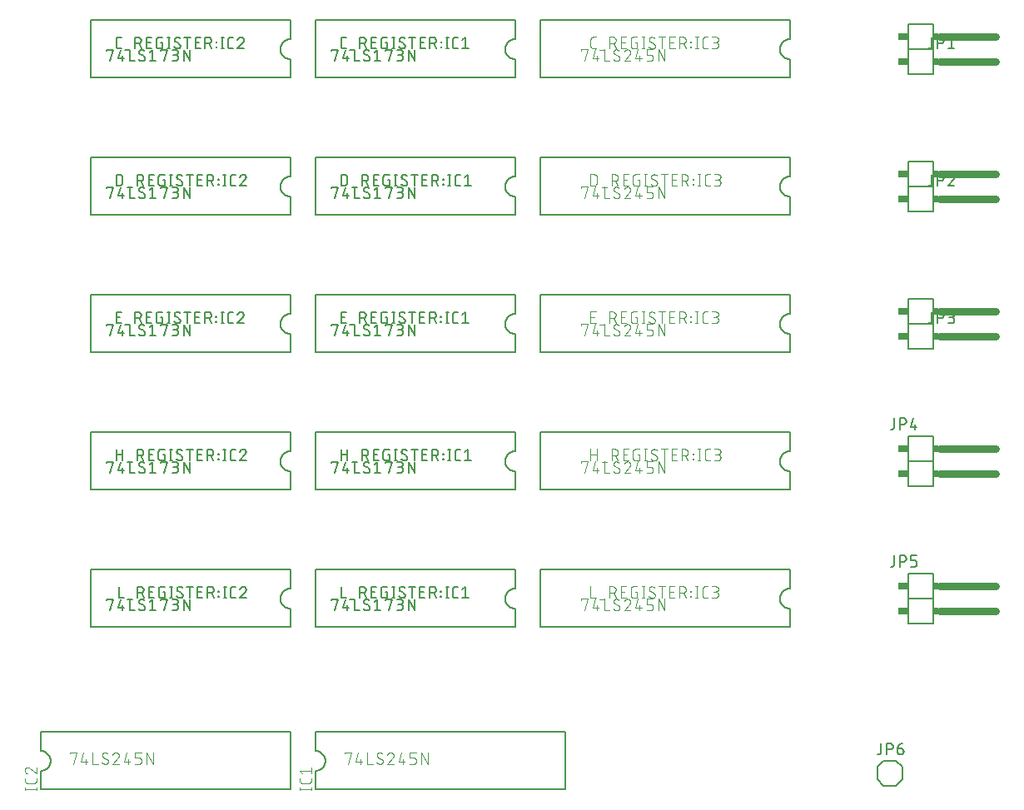
<source format=gbr>
G04 EAGLE Gerber RS-274X export*
G75*
%MOMM*%
%FSLAX34Y34*%
%LPD*%
%INSilkscreen Top*%
%IPPOS*%
%AMOC8*
5,1,8,0,0,1.08239X$1,22.5*%
G01*
%ADD10C,0.152400*%
%ADD11C,0.127000*%
%ADD12C,0.101600*%
%ADD13C,0.762000*%
%ADD14R,0.508000X0.762000*%
%ADD15R,1.016000X0.762000*%


D10*
X-762000Y872490D02*
X-558800Y872490D01*
X-558800Y930910D02*
X-762000Y930910D01*
X-762000Y872490D01*
X-558800Y872490D02*
X-558800Y891540D01*
X-558800Y911860D02*
X-558800Y930910D01*
X-558800Y911860D02*
X-559047Y911857D01*
X-559295Y911848D01*
X-559542Y911833D01*
X-559788Y911812D01*
X-560034Y911785D01*
X-560279Y911752D01*
X-560524Y911713D01*
X-560767Y911668D01*
X-561009Y911617D01*
X-561250Y911560D01*
X-561489Y911498D01*
X-561727Y911429D01*
X-561963Y911355D01*
X-562197Y911275D01*
X-562429Y911190D01*
X-562659Y911098D01*
X-562887Y911002D01*
X-563112Y910899D01*
X-563335Y910792D01*
X-563555Y910678D01*
X-563772Y910560D01*
X-563987Y910436D01*
X-564198Y910307D01*
X-564406Y910173D01*
X-564611Y910034D01*
X-564812Y909890D01*
X-565010Y909742D01*
X-565204Y909588D01*
X-565394Y909430D01*
X-565580Y909267D01*
X-565762Y909100D01*
X-565940Y908928D01*
X-566114Y908752D01*
X-566284Y908572D01*
X-566449Y908387D01*
X-566609Y908199D01*
X-566765Y908007D01*
X-566917Y907811D01*
X-567063Y907612D01*
X-567205Y907409D01*
X-567341Y907202D01*
X-567473Y906993D01*
X-567599Y906780D01*
X-567720Y906564D01*
X-567836Y906346D01*
X-567946Y906124D01*
X-568051Y905900D01*
X-568151Y905674D01*
X-568245Y905445D01*
X-568333Y905214D01*
X-568416Y904980D01*
X-568493Y904745D01*
X-568564Y904508D01*
X-568630Y904270D01*
X-568689Y904030D01*
X-568743Y903788D01*
X-568791Y903545D01*
X-568833Y903302D01*
X-568869Y903057D01*
X-568899Y902811D01*
X-568923Y902565D01*
X-568941Y902318D01*
X-568953Y902071D01*
X-568959Y901824D01*
X-568959Y901576D01*
X-568953Y901329D01*
X-568941Y901082D01*
X-568923Y900835D01*
X-568899Y900589D01*
X-568869Y900343D01*
X-568833Y900098D01*
X-568791Y899855D01*
X-568743Y899612D01*
X-568689Y899370D01*
X-568630Y899130D01*
X-568564Y898892D01*
X-568493Y898655D01*
X-568416Y898420D01*
X-568333Y898186D01*
X-568245Y897955D01*
X-568151Y897726D01*
X-568051Y897500D01*
X-567946Y897276D01*
X-567836Y897054D01*
X-567720Y896836D01*
X-567599Y896620D01*
X-567473Y896407D01*
X-567341Y896198D01*
X-567205Y895991D01*
X-567063Y895788D01*
X-566917Y895589D01*
X-566765Y895393D01*
X-566609Y895201D01*
X-566449Y895013D01*
X-566284Y894828D01*
X-566114Y894648D01*
X-565940Y894472D01*
X-565762Y894300D01*
X-565580Y894133D01*
X-565394Y893970D01*
X-565204Y893812D01*
X-565010Y893658D01*
X-564812Y893510D01*
X-564611Y893366D01*
X-564406Y893227D01*
X-564198Y893093D01*
X-563987Y892964D01*
X-563772Y892840D01*
X-563555Y892722D01*
X-563335Y892608D01*
X-563112Y892501D01*
X-562887Y892398D01*
X-562659Y892302D01*
X-562429Y892210D01*
X-562197Y892125D01*
X-561963Y892045D01*
X-561727Y891971D01*
X-561489Y891902D01*
X-561250Y891840D01*
X-561009Y891783D01*
X-560767Y891732D01*
X-560524Y891687D01*
X-560279Y891648D01*
X-560034Y891615D01*
X-559788Y891588D01*
X-559542Y891567D01*
X-559295Y891552D01*
X-559047Y891543D01*
X-558800Y891540D01*
D11*
X-730885Y902335D02*
X-733425Y902335D01*
X-733525Y902337D01*
X-733624Y902343D01*
X-733724Y902353D01*
X-733822Y902366D01*
X-733921Y902384D01*
X-734018Y902405D01*
X-734114Y902430D01*
X-734210Y902459D01*
X-734304Y902492D01*
X-734397Y902528D01*
X-734488Y902568D01*
X-734578Y902612D01*
X-734666Y902659D01*
X-734752Y902709D01*
X-734836Y902763D01*
X-734918Y902820D01*
X-734997Y902880D01*
X-735075Y902944D01*
X-735149Y903010D01*
X-735221Y903079D01*
X-735290Y903151D01*
X-735356Y903225D01*
X-735420Y903303D01*
X-735480Y903382D01*
X-735537Y903464D01*
X-735591Y903548D01*
X-735641Y903634D01*
X-735688Y903722D01*
X-735732Y903812D01*
X-735772Y903903D01*
X-735808Y903996D01*
X-735841Y904090D01*
X-735870Y904186D01*
X-735895Y904282D01*
X-735916Y904379D01*
X-735934Y904478D01*
X-735947Y904576D01*
X-735957Y904676D01*
X-735963Y904775D01*
X-735965Y904875D01*
X-735965Y911225D01*
X-735963Y911325D01*
X-735957Y911424D01*
X-735947Y911524D01*
X-735934Y911622D01*
X-735916Y911721D01*
X-735895Y911818D01*
X-735870Y911914D01*
X-735841Y912010D01*
X-735808Y912104D01*
X-735772Y912197D01*
X-735732Y912288D01*
X-735688Y912378D01*
X-735641Y912466D01*
X-735591Y912552D01*
X-735537Y912636D01*
X-735480Y912718D01*
X-735420Y912797D01*
X-735356Y912875D01*
X-735290Y912949D01*
X-735221Y913021D01*
X-735149Y913090D01*
X-735075Y913156D01*
X-734997Y913220D01*
X-734918Y913280D01*
X-734836Y913337D01*
X-734752Y913391D01*
X-734666Y913441D01*
X-734578Y913488D01*
X-734488Y913532D01*
X-734397Y913572D01*
X-734304Y913608D01*
X-734210Y913641D01*
X-734114Y913670D01*
X-734018Y913695D01*
X-733921Y913716D01*
X-733822Y913734D01*
X-733724Y913747D01*
X-733624Y913757D01*
X-733525Y913763D01*
X-733425Y913765D01*
X-730885Y913765D01*
X-726911Y901065D02*
X-721831Y901065D01*
X-716795Y902335D02*
X-716795Y913765D01*
X-713620Y913765D01*
X-713509Y913763D01*
X-713399Y913757D01*
X-713288Y913748D01*
X-713178Y913734D01*
X-713069Y913717D01*
X-712960Y913696D01*
X-712852Y913671D01*
X-712745Y913642D01*
X-712639Y913610D01*
X-712534Y913574D01*
X-712431Y913534D01*
X-712329Y913491D01*
X-712228Y913444D01*
X-712129Y913393D01*
X-712032Y913340D01*
X-711938Y913283D01*
X-711845Y913222D01*
X-711754Y913159D01*
X-711665Y913092D01*
X-711579Y913022D01*
X-711496Y912949D01*
X-711414Y912874D01*
X-711336Y912796D01*
X-711261Y912714D01*
X-711188Y912631D01*
X-711118Y912545D01*
X-711051Y912456D01*
X-710988Y912365D01*
X-710927Y912272D01*
X-710870Y912177D01*
X-710817Y912081D01*
X-710766Y911982D01*
X-710719Y911881D01*
X-710676Y911779D01*
X-710636Y911676D01*
X-710600Y911571D01*
X-710568Y911465D01*
X-710539Y911358D01*
X-710514Y911250D01*
X-710493Y911141D01*
X-710476Y911032D01*
X-710462Y910922D01*
X-710453Y910811D01*
X-710447Y910701D01*
X-710445Y910590D01*
X-710447Y910479D01*
X-710453Y910369D01*
X-710462Y910258D01*
X-710476Y910148D01*
X-710493Y910039D01*
X-710514Y909930D01*
X-710539Y909822D01*
X-710568Y909715D01*
X-710600Y909609D01*
X-710636Y909504D01*
X-710676Y909401D01*
X-710719Y909299D01*
X-710766Y909198D01*
X-710817Y909099D01*
X-710870Y909003D01*
X-710927Y908908D01*
X-710988Y908815D01*
X-711051Y908724D01*
X-711118Y908635D01*
X-711188Y908549D01*
X-711261Y908466D01*
X-711336Y908384D01*
X-711414Y908306D01*
X-711496Y908231D01*
X-711579Y908158D01*
X-711665Y908088D01*
X-711754Y908021D01*
X-711845Y907958D01*
X-711938Y907897D01*
X-712033Y907840D01*
X-712129Y907787D01*
X-712228Y907736D01*
X-712329Y907689D01*
X-712431Y907646D01*
X-712534Y907606D01*
X-712639Y907570D01*
X-712745Y907538D01*
X-712852Y907509D01*
X-712960Y907484D01*
X-713069Y907463D01*
X-713178Y907446D01*
X-713288Y907432D01*
X-713399Y907423D01*
X-713509Y907417D01*
X-713620Y907415D01*
X-716795Y907415D01*
X-712985Y907415D02*
X-710445Y902335D01*
X-705041Y902335D02*
X-699961Y902335D01*
X-705041Y902335D02*
X-705041Y913765D01*
X-699961Y913765D01*
X-701231Y908685D02*
X-705041Y908685D01*
X-690716Y908685D02*
X-688811Y908685D01*
X-688811Y902335D01*
X-692621Y902335D01*
X-692721Y902337D01*
X-692820Y902343D01*
X-692920Y902353D01*
X-693018Y902366D01*
X-693117Y902384D01*
X-693214Y902405D01*
X-693310Y902430D01*
X-693406Y902459D01*
X-693500Y902492D01*
X-693593Y902528D01*
X-693684Y902568D01*
X-693774Y902612D01*
X-693862Y902659D01*
X-693948Y902709D01*
X-694032Y902763D01*
X-694114Y902820D01*
X-694193Y902880D01*
X-694271Y902944D01*
X-694345Y903010D01*
X-694417Y903079D01*
X-694486Y903151D01*
X-694552Y903225D01*
X-694616Y903303D01*
X-694676Y903382D01*
X-694733Y903464D01*
X-694787Y903548D01*
X-694837Y903634D01*
X-694884Y903722D01*
X-694928Y903812D01*
X-694968Y903903D01*
X-695004Y903996D01*
X-695037Y904090D01*
X-695066Y904186D01*
X-695091Y904282D01*
X-695112Y904379D01*
X-695130Y904478D01*
X-695143Y904576D01*
X-695153Y904676D01*
X-695159Y904775D01*
X-695161Y904875D01*
X-695161Y911225D01*
X-695159Y911325D01*
X-695153Y911424D01*
X-695143Y911524D01*
X-695130Y911622D01*
X-695112Y911721D01*
X-695091Y911818D01*
X-695066Y911914D01*
X-695037Y912010D01*
X-695004Y912104D01*
X-694968Y912197D01*
X-694928Y912288D01*
X-694884Y912378D01*
X-694837Y912466D01*
X-694787Y912552D01*
X-694733Y912636D01*
X-694676Y912718D01*
X-694616Y912797D01*
X-694552Y912875D01*
X-694486Y912949D01*
X-694417Y913021D01*
X-694345Y913090D01*
X-694271Y913156D01*
X-694193Y913220D01*
X-694114Y913280D01*
X-694032Y913337D01*
X-693948Y913391D01*
X-693862Y913441D01*
X-693774Y913488D01*
X-693684Y913532D01*
X-693593Y913572D01*
X-693500Y913608D01*
X-693406Y913641D01*
X-693310Y913670D01*
X-693214Y913695D01*
X-693117Y913716D01*
X-693018Y913734D01*
X-692920Y913747D01*
X-692820Y913757D01*
X-692721Y913763D01*
X-692621Y913765D01*
X-688811Y913765D01*
X-682461Y913765D02*
X-682461Y902335D01*
X-683731Y902335D02*
X-681191Y902335D01*
X-681191Y913765D02*
X-683731Y913765D01*
X-673063Y902335D02*
X-672963Y902337D01*
X-672864Y902343D01*
X-672764Y902353D01*
X-672666Y902366D01*
X-672567Y902384D01*
X-672470Y902405D01*
X-672374Y902430D01*
X-672278Y902459D01*
X-672184Y902492D01*
X-672091Y902528D01*
X-672000Y902568D01*
X-671910Y902612D01*
X-671822Y902659D01*
X-671736Y902709D01*
X-671652Y902763D01*
X-671570Y902820D01*
X-671491Y902880D01*
X-671413Y902944D01*
X-671339Y903010D01*
X-671267Y903079D01*
X-671198Y903151D01*
X-671132Y903225D01*
X-671068Y903303D01*
X-671008Y903382D01*
X-670951Y903464D01*
X-670897Y903548D01*
X-670847Y903634D01*
X-670800Y903722D01*
X-670756Y903812D01*
X-670716Y903903D01*
X-670680Y903996D01*
X-670647Y904090D01*
X-670618Y904186D01*
X-670593Y904282D01*
X-670572Y904379D01*
X-670554Y904478D01*
X-670541Y904576D01*
X-670531Y904676D01*
X-670525Y904775D01*
X-670523Y904875D01*
X-673063Y902335D02*
X-673204Y902337D01*
X-673345Y902342D01*
X-673486Y902352D01*
X-673627Y902365D01*
X-673767Y902381D01*
X-673907Y902402D01*
X-674046Y902426D01*
X-674185Y902454D01*
X-674322Y902485D01*
X-674459Y902520D01*
X-674595Y902558D01*
X-674730Y902600D01*
X-674863Y902646D01*
X-674996Y902695D01*
X-675127Y902748D01*
X-675256Y902804D01*
X-675385Y902863D01*
X-675511Y902926D01*
X-675636Y902992D01*
X-675759Y903061D01*
X-675880Y903134D01*
X-675999Y903210D01*
X-676117Y903289D01*
X-676232Y903370D01*
X-676344Y903455D01*
X-676455Y903543D01*
X-676563Y903634D01*
X-676669Y903727D01*
X-676772Y903824D01*
X-676873Y903923D01*
X-676555Y911225D02*
X-676553Y911325D01*
X-676547Y911424D01*
X-676537Y911524D01*
X-676524Y911622D01*
X-676506Y911721D01*
X-676485Y911818D01*
X-676460Y911914D01*
X-676431Y912010D01*
X-676398Y912104D01*
X-676362Y912197D01*
X-676322Y912288D01*
X-676278Y912378D01*
X-676231Y912466D01*
X-676181Y912552D01*
X-676127Y912636D01*
X-676070Y912718D01*
X-676010Y912797D01*
X-675946Y912875D01*
X-675880Y912949D01*
X-675811Y913021D01*
X-675739Y913090D01*
X-675665Y913156D01*
X-675587Y913220D01*
X-675508Y913280D01*
X-675426Y913337D01*
X-675342Y913391D01*
X-675256Y913441D01*
X-675168Y913488D01*
X-675078Y913532D01*
X-674987Y913572D01*
X-674894Y913608D01*
X-674800Y913641D01*
X-674704Y913670D01*
X-674608Y913695D01*
X-674511Y913716D01*
X-674412Y913734D01*
X-674314Y913747D01*
X-674214Y913757D01*
X-674115Y913763D01*
X-674015Y913765D01*
X-674015Y913766D02*
X-673882Y913764D01*
X-673749Y913759D01*
X-673616Y913749D01*
X-673483Y913736D01*
X-673351Y913719D01*
X-673219Y913699D01*
X-673088Y913675D01*
X-672958Y913647D01*
X-672828Y913616D01*
X-672700Y913581D01*
X-672572Y913542D01*
X-672446Y913500D01*
X-672321Y913454D01*
X-672197Y913405D01*
X-672074Y913353D01*
X-671953Y913297D01*
X-671834Y913237D01*
X-671716Y913175D01*
X-671601Y913109D01*
X-671487Y913040D01*
X-671375Y912967D01*
X-671265Y912892D01*
X-671157Y912813D01*
X-675286Y909002D02*
X-675370Y909054D01*
X-675453Y909109D01*
X-675533Y909168D01*
X-675611Y909229D01*
X-675686Y909293D01*
X-675759Y909361D01*
X-675830Y909431D01*
X-675897Y909503D01*
X-675962Y909578D01*
X-676024Y909656D01*
X-676083Y909736D01*
X-676139Y909818D01*
X-676191Y909902D01*
X-676240Y909988D01*
X-676286Y910076D01*
X-676329Y910166D01*
X-676368Y910257D01*
X-676403Y910350D01*
X-676435Y910444D01*
X-676463Y910539D01*
X-676488Y910635D01*
X-676508Y910732D01*
X-676526Y910830D01*
X-676539Y910928D01*
X-676548Y911027D01*
X-676554Y911126D01*
X-676556Y911225D01*
X-671792Y907098D02*
X-671708Y907046D01*
X-671625Y906991D01*
X-671545Y906932D01*
X-671467Y906871D01*
X-671392Y906807D01*
X-671319Y906739D01*
X-671248Y906669D01*
X-671181Y906597D01*
X-671116Y906522D01*
X-671054Y906444D01*
X-670995Y906364D01*
X-670939Y906282D01*
X-670887Y906198D01*
X-670838Y906112D01*
X-670792Y906024D01*
X-670749Y905934D01*
X-670710Y905843D01*
X-670675Y905750D01*
X-670643Y905656D01*
X-670615Y905561D01*
X-670590Y905465D01*
X-670570Y905368D01*
X-670552Y905270D01*
X-670539Y905172D01*
X-670530Y905073D01*
X-670524Y904974D01*
X-670522Y904875D01*
X-671793Y907098D02*
X-675285Y909003D01*
X-663411Y913765D02*
X-663411Y902335D01*
X-666586Y913765D02*
X-660236Y913765D01*
X-655511Y902335D02*
X-650431Y902335D01*
X-655511Y902335D02*
X-655511Y913765D01*
X-650431Y913765D01*
X-651701Y908685D02*
X-655511Y908685D01*
X-645548Y913765D02*
X-645548Y902335D01*
X-645548Y913765D02*
X-642373Y913765D01*
X-642262Y913763D01*
X-642152Y913757D01*
X-642041Y913748D01*
X-641931Y913734D01*
X-641822Y913717D01*
X-641713Y913696D01*
X-641605Y913671D01*
X-641498Y913642D01*
X-641392Y913610D01*
X-641287Y913574D01*
X-641184Y913534D01*
X-641082Y913491D01*
X-640981Y913444D01*
X-640882Y913393D01*
X-640785Y913340D01*
X-640691Y913283D01*
X-640598Y913222D01*
X-640507Y913159D01*
X-640418Y913092D01*
X-640332Y913022D01*
X-640249Y912949D01*
X-640167Y912874D01*
X-640089Y912796D01*
X-640014Y912714D01*
X-639941Y912631D01*
X-639871Y912545D01*
X-639804Y912456D01*
X-639741Y912365D01*
X-639680Y912272D01*
X-639623Y912177D01*
X-639570Y912081D01*
X-639519Y911982D01*
X-639472Y911881D01*
X-639429Y911779D01*
X-639389Y911676D01*
X-639353Y911571D01*
X-639321Y911465D01*
X-639292Y911358D01*
X-639267Y911250D01*
X-639246Y911141D01*
X-639229Y911032D01*
X-639215Y910922D01*
X-639206Y910811D01*
X-639200Y910701D01*
X-639198Y910590D01*
X-639200Y910479D01*
X-639206Y910369D01*
X-639215Y910258D01*
X-639229Y910148D01*
X-639246Y910039D01*
X-639267Y909930D01*
X-639292Y909822D01*
X-639321Y909715D01*
X-639353Y909609D01*
X-639389Y909504D01*
X-639429Y909401D01*
X-639472Y909299D01*
X-639519Y909198D01*
X-639570Y909099D01*
X-639623Y909003D01*
X-639680Y908908D01*
X-639741Y908815D01*
X-639804Y908724D01*
X-639871Y908635D01*
X-639941Y908549D01*
X-640014Y908466D01*
X-640089Y908384D01*
X-640167Y908306D01*
X-640249Y908231D01*
X-640332Y908158D01*
X-640418Y908088D01*
X-640507Y908021D01*
X-640598Y907958D01*
X-640691Y907897D01*
X-640786Y907840D01*
X-640882Y907787D01*
X-640981Y907736D01*
X-641082Y907689D01*
X-641184Y907646D01*
X-641287Y907606D01*
X-641392Y907570D01*
X-641498Y907538D01*
X-641605Y907509D01*
X-641713Y907484D01*
X-641822Y907463D01*
X-641931Y907446D01*
X-642041Y907432D01*
X-642152Y907423D01*
X-642262Y907417D01*
X-642373Y907415D01*
X-645548Y907415D01*
X-641738Y907415D02*
X-639198Y902335D01*
X-634391Y903288D02*
X-634391Y903923D01*
X-633756Y903923D01*
X-633756Y903288D01*
X-634391Y903288D01*
X-634391Y908368D02*
X-634391Y909003D01*
X-633756Y909003D01*
X-633756Y908368D01*
X-634391Y908368D01*
X-627978Y913765D02*
X-627978Y902335D01*
X-629248Y902335D02*
X-626708Y902335D01*
X-626708Y913765D02*
X-629248Y913765D01*
X-619506Y902335D02*
X-616966Y902335D01*
X-619506Y902335D02*
X-619606Y902337D01*
X-619705Y902343D01*
X-619805Y902353D01*
X-619903Y902366D01*
X-620002Y902384D01*
X-620099Y902405D01*
X-620195Y902430D01*
X-620291Y902459D01*
X-620385Y902492D01*
X-620478Y902528D01*
X-620569Y902568D01*
X-620659Y902612D01*
X-620747Y902659D01*
X-620833Y902709D01*
X-620917Y902763D01*
X-620999Y902820D01*
X-621078Y902880D01*
X-621156Y902944D01*
X-621230Y903010D01*
X-621302Y903079D01*
X-621371Y903151D01*
X-621437Y903225D01*
X-621501Y903303D01*
X-621561Y903382D01*
X-621618Y903464D01*
X-621672Y903548D01*
X-621722Y903634D01*
X-621769Y903722D01*
X-621813Y903812D01*
X-621853Y903903D01*
X-621889Y903996D01*
X-621922Y904090D01*
X-621951Y904186D01*
X-621976Y904282D01*
X-621997Y904379D01*
X-622015Y904478D01*
X-622028Y904576D01*
X-622038Y904676D01*
X-622044Y904775D01*
X-622046Y904875D01*
X-622046Y911225D01*
X-622044Y911325D01*
X-622038Y911424D01*
X-622028Y911524D01*
X-622015Y911622D01*
X-621997Y911721D01*
X-621976Y911818D01*
X-621951Y911914D01*
X-621922Y912010D01*
X-621889Y912104D01*
X-621853Y912197D01*
X-621813Y912288D01*
X-621769Y912378D01*
X-621722Y912466D01*
X-621672Y912552D01*
X-621618Y912636D01*
X-621561Y912718D01*
X-621501Y912797D01*
X-621437Y912875D01*
X-621371Y912949D01*
X-621302Y913021D01*
X-621230Y913090D01*
X-621156Y913156D01*
X-621078Y913220D01*
X-620999Y913280D01*
X-620917Y913337D01*
X-620833Y913391D01*
X-620747Y913441D01*
X-620659Y913488D01*
X-620569Y913532D01*
X-620478Y913572D01*
X-620385Y913608D01*
X-620291Y913641D01*
X-620195Y913670D01*
X-620099Y913695D01*
X-620002Y913716D01*
X-619903Y913734D01*
X-619805Y913747D01*
X-619705Y913757D01*
X-619606Y913763D01*
X-619506Y913765D01*
X-616966Y913765D01*
X-612484Y911225D02*
X-609309Y913765D01*
X-609309Y902335D01*
X-612484Y902335D02*
X-606134Y902335D01*
X-745490Y901065D02*
X-745490Y899795D01*
X-745490Y901065D02*
X-739140Y901065D01*
X-742315Y889635D01*
X-734060Y892175D02*
X-731520Y901065D01*
X-734060Y892175D02*
X-727710Y892175D01*
X-729615Y894715D02*
X-729615Y889635D01*
X-722224Y889635D02*
X-722224Y901065D01*
X-722224Y889635D02*
X-717144Y889635D01*
X-709295Y889635D02*
X-709195Y889637D01*
X-709096Y889643D01*
X-708996Y889653D01*
X-708898Y889666D01*
X-708799Y889684D01*
X-708702Y889705D01*
X-708606Y889730D01*
X-708510Y889759D01*
X-708416Y889792D01*
X-708323Y889828D01*
X-708232Y889868D01*
X-708142Y889912D01*
X-708054Y889959D01*
X-707968Y890009D01*
X-707884Y890063D01*
X-707802Y890120D01*
X-707723Y890180D01*
X-707645Y890244D01*
X-707571Y890310D01*
X-707499Y890379D01*
X-707430Y890451D01*
X-707364Y890525D01*
X-707300Y890603D01*
X-707240Y890682D01*
X-707183Y890764D01*
X-707129Y890848D01*
X-707079Y890934D01*
X-707032Y891022D01*
X-706988Y891112D01*
X-706948Y891203D01*
X-706912Y891296D01*
X-706879Y891390D01*
X-706850Y891486D01*
X-706825Y891582D01*
X-706804Y891679D01*
X-706786Y891778D01*
X-706773Y891876D01*
X-706763Y891976D01*
X-706757Y892075D01*
X-706755Y892175D01*
X-709295Y889635D02*
X-709436Y889637D01*
X-709577Y889642D01*
X-709718Y889652D01*
X-709859Y889665D01*
X-709999Y889681D01*
X-710139Y889702D01*
X-710278Y889726D01*
X-710417Y889754D01*
X-710554Y889785D01*
X-710691Y889820D01*
X-710827Y889858D01*
X-710962Y889900D01*
X-711095Y889946D01*
X-711228Y889995D01*
X-711359Y890048D01*
X-711488Y890104D01*
X-711617Y890163D01*
X-711743Y890226D01*
X-711868Y890292D01*
X-711991Y890361D01*
X-712112Y890434D01*
X-712231Y890510D01*
X-712349Y890589D01*
X-712464Y890670D01*
X-712576Y890755D01*
X-712687Y890843D01*
X-712795Y890934D01*
X-712901Y891027D01*
X-713004Y891124D01*
X-713105Y891223D01*
X-712788Y898525D02*
X-712786Y898625D01*
X-712780Y898724D01*
X-712770Y898824D01*
X-712757Y898922D01*
X-712739Y899021D01*
X-712718Y899118D01*
X-712693Y899214D01*
X-712664Y899310D01*
X-712631Y899404D01*
X-712595Y899497D01*
X-712555Y899588D01*
X-712511Y899678D01*
X-712464Y899766D01*
X-712414Y899852D01*
X-712360Y899936D01*
X-712303Y900018D01*
X-712243Y900097D01*
X-712179Y900175D01*
X-712113Y900249D01*
X-712044Y900321D01*
X-711972Y900390D01*
X-711898Y900456D01*
X-711820Y900520D01*
X-711741Y900580D01*
X-711659Y900637D01*
X-711575Y900691D01*
X-711489Y900741D01*
X-711401Y900788D01*
X-711311Y900832D01*
X-711220Y900872D01*
X-711127Y900908D01*
X-711033Y900941D01*
X-710937Y900970D01*
X-710841Y900995D01*
X-710744Y901016D01*
X-710645Y901034D01*
X-710547Y901047D01*
X-710447Y901057D01*
X-710348Y901063D01*
X-710248Y901065D01*
X-710248Y901066D02*
X-710115Y901064D01*
X-709982Y901059D01*
X-709849Y901049D01*
X-709716Y901036D01*
X-709584Y901019D01*
X-709452Y900999D01*
X-709321Y900975D01*
X-709191Y900947D01*
X-709061Y900916D01*
X-708933Y900881D01*
X-708805Y900842D01*
X-708679Y900800D01*
X-708554Y900754D01*
X-708430Y900705D01*
X-708307Y900653D01*
X-708186Y900597D01*
X-708067Y900537D01*
X-707949Y900475D01*
X-707834Y900409D01*
X-707720Y900340D01*
X-707608Y900267D01*
X-707498Y900192D01*
X-707390Y900113D01*
X-711518Y896302D02*
X-711602Y896354D01*
X-711685Y896409D01*
X-711765Y896468D01*
X-711843Y896529D01*
X-711918Y896593D01*
X-711991Y896661D01*
X-712062Y896731D01*
X-712129Y896803D01*
X-712194Y896878D01*
X-712256Y896956D01*
X-712315Y897036D01*
X-712371Y897118D01*
X-712423Y897202D01*
X-712472Y897288D01*
X-712518Y897376D01*
X-712561Y897466D01*
X-712600Y897557D01*
X-712635Y897650D01*
X-712667Y897744D01*
X-712695Y897839D01*
X-712720Y897935D01*
X-712740Y898032D01*
X-712758Y898130D01*
X-712771Y898228D01*
X-712780Y898327D01*
X-712786Y898426D01*
X-712788Y898525D01*
X-708025Y894398D02*
X-707941Y894346D01*
X-707858Y894291D01*
X-707778Y894232D01*
X-707700Y894171D01*
X-707625Y894107D01*
X-707552Y894039D01*
X-707481Y893969D01*
X-707414Y893897D01*
X-707349Y893822D01*
X-707287Y893744D01*
X-707228Y893664D01*
X-707172Y893582D01*
X-707120Y893498D01*
X-707071Y893412D01*
X-707025Y893324D01*
X-706982Y893234D01*
X-706943Y893143D01*
X-706908Y893050D01*
X-706876Y892956D01*
X-706848Y892861D01*
X-706823Y892765D01*
X-706803Y892668D01*
X-706785Y892570D01*
X-706772Y892472D01*
X-706763Y892373D01*
X-706757Y892274D01*
X-706755Y892175D01*
X-708025Y894398D02*
X-711518Y896303D01*
X-702056Y898525D02*
X-698881Y901065D01*
X-698881Y889635D01*
X-702056Y889635D02*
X-695706Y889635D01*
X-690626Y899795D02*
X-690626Y901065D01*
X-684276Y901065D01*
X-687451Y889635D01*
X-679196Y889635D02*
X-676021Y889635D01*
X-675910Y889637D01*
X-675800Y889643D01*
X-675689Y889652D01*
X-675579Y889666D01*
X-675470Y889683D01*
X-675361Y889704D01*
X-675253Y889729D01*
X-675146Y889758D01*
X-675040Y889790D01*
X-674935Y889826D01*
X-674832Y889866D01*
X-674730Y889909D01*
X-674629Y889956D01*
X-674530Y890007D01*
X-674434Y890060D01*
X-674339Y890117D01*
X-674246Y890178D01*
X-674155Y890241D01*
X-674066Y890308D01*
X-673980Y890378D01*
X-673897Y890451D01*
X-673815Y890526D01*
X-673737Y890604D01*
X-673662Y890686D01*
X-673589Y890769D01*
X-673519Y890855D01*
X-673452Y890944D01*
X-673389Y891035D01*
X-673328Y891128D01*
X-673271Y891223D01*
X-673218Y891319D01*
X-673167Y891418D01*
X-673120Y891519D01*
X-673077Y891621D01*
X-673037Y891724D01*
X-673001Y891829D01*
X-672969Y891935D01*
X-672940Y892042D01*
X-672915Y892150D01*
X-672894Y892259D01*
X-672877Y892368D01*
X-672863Y892478D01*
X-672854Y892589D01*
X-672848Y892699D01*
X-672846Y892810D01*
X-672848Y892921D01*
X-672854Y893031D01*
X-672863Y893142D01*
X-672877Y893252D01*
X-672894Y893361D01*
X-672915Y893470D01*
X-672940Y893578D01*
X-672969Y893685D01*
X-673001Y893791D01*
X-673037Y893896D01*
X-673077Y893999D01*
X-673120Y894101D01*
X-673167Y894202D01*
X-673218Y894301D01*
X-673271Y894397D01*
X-673328Y894492D01*
X-673389Y894585D01*
X-673452Y894676D01*
X-673519Y894765D01*
X-673589Y894851D01*
X-673662Y894934D01*
X-673737Y895016D01*
X-673815Y895094D01*
X-673897Y895169D01*
X-673980Y895242D01*
X-674066Y895312D01*
X-674155Y895379D01*
X-674246Y895442D01*
X-674339Y895503D01*
X-674433Y895560D01*
X-674530Y895613D01*
X-674629Y895664D01*
X-674730Y895711D01*
X-674832Y895754D01*
X-674935Y895794D01*
X-675040Y895830D01*
X-675146Y895862D01*
X-675253Y895891D01*
X-675361Y895916D01*
X-675470Y895937D01*
X-675579Y895954D01*
X-675689Y895968D01*
X-675800Y895977D01*
X-675910Y895983D01*
X-676021Y895985D01*
X-675386Y901065D02*
X-679196Y901065D01*
X-675386Y901065D02*
X-675286Y901063D01*
X-675187Y901057D01*
X-675087Y901047D01*
X-674989Y901034D01*
X-674890Y901016D01*
X-674793Y900995D01*
X-674697Y900970D01*
X-674601Y900941D01*
X-674507Y900908D01*
X-674414Y900872D01*
X-674323Y900832D01*
X-674233Y900788D01*
X-674145Y900741D01*
X-674059Y900691D01*
X-673975Y900637D01*
X-673893Y900580D01*
X-673814Y900520D01*
X-673736Y900456D01*
X-673662Y900390D01*
X-673590Y900321D01*
X-673521Y900249D01*
X-673455Y900175D01*
X-673391Y900097D01*
X-673331Y900018D01*
X-673274Y899936D01*
X-673220Y899852D01*
X-673170Y899766D01*
X-673123Y899678D01*
X-673079Y899588D01*
X-673039Y899497D01*
X-673003Y899404D01*
X-672970Y899310D01*
X-672941Y899214D01*
X-672916Y899118D01*
X-672895Y899021D01*
X-672877Y898922D01*
X-672864Y898824D01*
X-672854Y898724D01*
X-672848Y898625D01*
X-672846Y898525D01*
X-672848Y898425D01*
X-672854Y898326D01*
X-672864Y898226D01*
X-672877Y898128D01*
X-672895Y898029D01*
X-672916Y897932D01*
X-672941Y897836D01*
X-672970Y897740D01*
X-673003Y897646D01*
X-673039Y897553D01*
X-673079Y897462D01*
X-673123Y897372D01*
X-673170Y897284D01*
X-673220Y897198D01*
X-673274Y897114D01*
X-673331Y897032D01*
X-673391Y896953D01*
X-673455Y896875D01*
X-673521Y896801D01*
X-673590Y896729D01*
X-673662Y896660D01*
X-673736Y896594D01*
X-673814Y896530D01*
X-673893Y896470D01*
X-673975Y896413D01*
X-674059Y896359D01*
X-674145Y896309D01*
X-674233Y896262D01*
X-674323Y896218D01*
X-674414Y896178D01*
X-674507Y896142D01*
X-674601Y896109D01*
X-674697Y896080D01*
X-674793Y896055D01*
X-674890Y896034D01*
X-674989Y896016D01*
X-675087Y896003D01*
X-675187Y895993D01*
X-675286Y895987D01*
X-675386Y895985D01*
X-677926Y895985D01*
X-667385Y901065D02*
X-667385Y889635D01*
X-661035Y889635D02*
X-667385Y901065D01*
X-661035Y901065D02*
X-661035Y889635D01*
D10*
X-787400Y872490D02*
X-990600Y872490D01*
X-990600Y930910D02*
X-787400Y930910D01*
X-990600Y930910D02*
X-990600Y872490D01*
X-787400Y872490D02*
X-787400Y891540D01*
X-787400Y911860D02*
X-787400Y930910D01*
X-787400Y911860D02*
X-787647Y911857D01*
X-787895Y911848D01*
X-788142Y911833D01*
X-788388Y911812D01*
X-788634Y911785D01*
X-788879Y911752D01*
X-789124Y911713D01*
X-789367Y911668D01*
X-789609Y911617D01*
X-789850Y911560D01*
X-790089Y911498D01*
X-790327Y911429D01*
X-790563Y911355D01*
X-790797Y911275D01*
X-791029Y911190D01*
X-791259Y911098D01*
X-791487Y911002D01*
X-791712Y910899D01*
X-791935Y910792D01*
X-792155Y910678D01*
X-792372Y910560D01*
X-792587Y910436D01*
X-792798Y910307D01*
X-793006Y910173D01*
X-793211Y910034D01*
X-793412Y909890D01*
X-793610Y909742D01*
X-793804Y909588D01*
X-793994Y909430D01*
X-794180Y909267D01*
X-794362Y909100D01*
X-794540Y908928D01*
X-794714Y908752D01*
X-794884Y908572D01*
X-795049Y908387D01*
X-795209Y908199D01*
X-795365Y908007D01*
X-795517Y907811D01*
X-795663Y907612D01*
X-795805Y907409D01*
X-795941Y907202D01*
X-796073Y906993D01*
X-796199Y906780D01*
X-796320Y906564D01*
X-796436Y906346D01*
X-796546Y906124D01*
X-796651Y905900D01*
X-796751Y905674D01*
X-796845Y905445D01*
X-796933Y905214D01*
X-797016Y904980D01*
X-797093Y904745D01*
X-797164Y904508D01*
X-797230Y904270D01*
X-797289Y904030D01*
X-797343Y903788D01*
X-797391Y903545D01*
X-797433Y903302D01*
X-797469Y903057D01*
X-797499Y902811D01*
X-797523Y902565D01*
X-797541Y902318D01*
X-797553Y902071D01*
X-797559Y901824D01*
X-797559Y901576D01*
X-797553Y901329D01*
X-797541Y901082D01*
X-797523Y900835D01*
X-797499Y900589D01*
X-797469Y900343D01*
X-797433Y900098D01*
X-797391Y899855D01*
X-797343Y899612D01*
X-797289Y899370D01*
X-797230Y899130D01*
X-797164Y898892D01*
X-797093Y898655D01*
X-797016Y898420D01*
X-796933Y898186D01*
X-796845Y897955D01*
X-796751Y897726D01*
X-796651Y897500D01*
X-796546Y897276D01*
X-796436Y897054D01*
X-796320Y896836D01*
X-796199Y896620D01*
X-796073Y896407D01*
X-795941Y896198D01*
X-795805Y895991D01*
X-795663Y895788D01*
X-795517Y895589D01*
X-795365Y895393D01*
X-795209Y895201D01*
X-795049Y895013D01*
X-794884Y894828D01*
X-794714Y894648D01*
X-794540Y894472D01*
X-794362Y894300D01*
X-794180Y894133D01*
X-793994Y893970D01*
X-793804Y893812D01*
X-793610Y893658D01*
X-793412Y893510D01*
X-793211Y893366D01*
X-793006Y893227D01*
X-792798Y893093D01*
X-792587Y892964D01*
X-792372Y892840D01*
X-792155Y892722D01*
X-791935Y892608D01*
X-791712Y892501D01*
X-791487Y892398D01*
X-791259Y892302D01*
X-791029Y892210D01*
X-790797Y892125D01*
X-790563Y892045D01*
X-790327Y891971D01*
X-790089Y891902D01*
X-789850Y891840D01*
X-789609Y891783D01*
X-789367Y891732D01*
X-789124Y891687D01*
X-788879Y891648D01*
X-788634Y891615D01*
X-788388Y891588D01*
X-788142Y891567D01*
X-787895Y891552D01*
X-787647Y891543D01*
X-787400Y891540D01*
D11*
X-959485Y902335D02*
X-962025Y902335D01*
X-962125Y902337D01*
X-962224Y902343D01*
X-962324Y902353D01*
X-962422Y902366D01*
X-962521Y902384D01*
X-962618Y902405D01*
X-962714Y902430D01*
X-962810Y902459D01*
X-962904Y902492D01*
X-962997Y902528D01*
X-963088Y902568D01*
X-963178Y902612D01*
X-963266Y902659D01*
X-963352Y902709D01*
X-963436Y902763D01*
X-963518Y902820D01*
X-963597Y902880D01*
X-963675Y902944D01*
X-963749Y903010D01*
X-963821Y903079D01*
X-963890Y903151D01*
X-963956Y903225D01*
X-964020Y903303D01*
X-964080Y903382D01*
X-964137Y903464D01*
X-964191Y903548D01*
X-964241Y903634D01*
X-964288Y903722D01*
X-964332Y903812D01*
X-964372Y903903D01*
X-964408Y903996D01*
X-964441Y904090D01*
X-964470Y904186D01*
X-964495Y904282D01*
X-964516Y904379D01*
X-964534Y904478D01*
X-964547Y904576D01*
X-964557Y904676D01*
X-964563Y904775D01*
X-964565Y904875D01*
X-964565Y911225D01*
X-964563Y911325D01*
X-964557Y911424D01*
X-964547Y911524D01*
X-964534Y911622D01*
X-964516Y911721D01*
X-964495Y911818D01*
X-964470Y911914D01*
X-964441Y912010D01*
X-964408Y912104D01*
X-964372Y912197D01*
X-964332Y912288D01*
X-964288Y912378D01*
X-964241Y912466D01*
X-964191Y912552D01*
X-964137Y912636D01*
X-964080Y912718D01*
X-964020Y912797D01*
X-963956Y912875D01*
X-963890Y912949D01*
X-963821Y913021D01*
X-963749Y913090D01*
X-963675Y913156D01*
X-963597Y913220D01*
X-963518Y913280D01*
X-963436Y913337D01*
X-963352Y913391D01*
X-963266Y913441D01*
X-963178Y913488D01*
X-963088Y913532D01*
X-962997Y913572D01*
X-962904Y913608D01*
X-962810Y913641D01*
X-962714Y913670D01*
X-962618Y913695D01*
X-962521Y913716D01*
X-962422Y913734D01*
X-962324Y913747D01*
X-962224Y913757D01*
X-962125Y913763D01*
X-962025Y913765D01*
X-959485Y913765D01*
X-955511Y901065D02*
X-950431Y901065D01*
X-945395Y902335D02*
X-945395Y913765D01*
X-942220Y913765D01*
X-942109Y913763D01*
X-941999Y913757D01*
X-941888Y913748D01*
X-941778Y913734D01*
X-941669Y913717D01*
X-941560Y913696D01*
X-941452Y913671D01*
X-941345Y913642D01*
X-941239Y913610D01*
X-941134Y913574D01*
X-941031Y913534D01*
X-940929Y913491D01*
X-940828Y913444D01*
X-940729Y913393D01*
X-940632Y913340D01*
X-940538Y913283D01*
X-940445Y913222D01*
X-940354Y913159D01*
X-940265Y913092D01*
X-940179Y913022D01*
X-940096Y912949D01*
X-940014Y912874D01*
X-939936Y912796D01*
X-939861Y912714D01*
X-939788Y912631D01*
X-939718Y912545D01*
X-939651Y912456D01*
X-939588Y912365D01*
X-939527Y912272D01*
X-939470Y912177D01*
X-939417Y912081D01*
X-939366Y911982D01*
X-939319Y911881D01*
X-939276Y911779D01*
X-939236Y911676D01*
X-939200Y911571D01*
X-939168Y911465D01*
X-939139Y911358D01*
X-939114Y911250D01*
X-939093Y911141D01*
X-939076Y911032D01*
X-939062Y910922D01*
X-939053Y910811D01*
X-939047Y910701D01*
X-939045Y910590D01*
X-939047Y910479D01*
X-939053Y910369D01*
X-939062Y910258D01*
X-939076Y910148D01*
X-939093Y910039D01*
X-939114Y909930D01*
X-939139Y909822D01*
X-939168Y909715D01*
X-939200Y909609D01*
X-939236Y909504D01*
X-939276Y909401D01*
X-939319Y909299D01*
X-939366Y909198D01*
X-939417Y909099D01*
X-939470Y909003D01*
X-939527Y908908D01*
X-939588Y908815D01*
X-939651Y908724D01*
X-939718Y908635D01*
X-939788Y908549D01*
X-939861Y908466D01*
X-939936Y908384D01*
X-940014Y908306D01*
X-940096Y908231D01*
X-940179Y908158D01*
X-940265Y908088D01*
X-940354Y908021D01*
X-940445Y907958D01*
X-940538Y907897D01*
X-940633Y907840D01*
X-940729Y907787D01*
X-940828Y907736D01*
X-940929Y907689D01*
X-941031Y907646D01*
X-941134Y907606D01*
X-941239Y907570D01*
X-941345Y907538D01*
X-941452Y907509D01*
X-941560Y907484D01*
X-941669Y907463D01*
X-941778Y907446D01*
X-941888Y907432D01*
X-941999Y907423D01*
X-942109Y907417D01*
X-942220Y907415D01*
X-945395Y907415D01*
X-941585Y907415D02*
X-939045Y902335D01*
X-933641Y902335D02*
X-928561Y902335D01*
X-933641Y902335D02*
X-933641Y913765D01*
X-928561Y913765D01*
X-929831Y908685D02*
X-933641Y908685D01*
X-919316Y908685D02*
X-917411Y908685D01*
X-917411Y902335D01*
X-921221Y902335D01*
X-921321Y902337D01*
X-921420Y902343D01*
X-921520Y902353D01*
X-921618Y902366D01*
X-921717Y902384D01*
X-921814Y902405D01*
X-921910Y902430D01*
X-922006Y902459D01*
X-922100Y902492D01*
X-922193Y902528D01*
X-922284Y902568D01*
X-922374Y902612D01*
X-922462Y902659D01*
X-922548Y902709D01*
X-922632Y902763D01*
X-922714Y902820D01*
X-922793Y902880D01*
X-922871Y902944D01*
X-922945Y903010D01*
X-923017Y903079D01*
X-923086Y903151D01*
X-923152Y903225D01*
X-923216Y903303D01*
X-923276Y903382D01*
X-923333Y903464D01*
X-923387Y903548D01*
X-923437Y903634D01*
X-923484Y903722D01*
X-923528Y903812D01*
X-923568Y903903D01*
X-923604Y903996D01*
X-923637Y904090D01*
X-923666Y904186D01*
X-923691Y904282D01*
X-923712Y904379D01*
X-923730Y904478D01*
X-923743Y904576D01*
X-923753Y904676D01*
X-923759Y904775D01*
X-923761Y904875D01*
X-923761Y911225D01*
X-923759Y911325D01*
X-923753Y911424D01*
X-923743Y911524D01*
X-923730Y911622D01*
X-923712Y911721D01*
X-923691Y911818D01*
X-923666Y911914D01*
X-923637Y912010D01*
X-923604Y912104D01*
X-923568Y912197D01*
X-923528Y912288D01*
X-923484Y912378D01*
X-923437Y912466D01*
X-923387Y912552D01*
X-923333Y912636D01*
X-923276Y912718D01*
X-923216Y912797D01*
X-923152Y912875D01*
X-923086Y912949D01*
X-923017Y913021D01*
X-922945Y913090D01*
X-922871Y913156D01*
X-922793Y913220D01*
X-922714Y913280D01*
X-922632Y913337D01*
X-922548Y913391D01*
X-922462Y913441D01*
X-922374Y913488D01*
X-922284Y913532D01*
X-922193Y913572D01*
X-922100Y913608D01*
X-922006Y913641D01*
X-921910Y913670D01*
X-921814Y913695D01*
X-921717Y913716D01*
X-921618Y913734D01*
X-921520Y913747D01*
X-921420Y913757D01*
X-921321Y913763D01*
X-921221Y913765D01*
X-917411Y913765D01*
X-911061Y913765D02*
X-911061Y902335D01*
X-912331Y902335D02*
X-909791Y902335D01*
X-909791Y913765D02*
X-912331Y913765D01*
X-901663Y902335D02*
X-901563Y902337D01*
X-901464Y902343D01*
X-901364Y902353D01*
X-901266Y902366D01*
X-901167Y902384D01*
X-901070Y902405D01*
X-900974Y902430D01*
X-900878Y902459D01*
X-900784Y902492D01*
X-900691Y902528D01*
X-900600Y902568D01*
X-900510Y902612D01*
X-900422Y902659D01*
X-900336Y902709D01*
X-900252Y902763D01*
X-900170Y902820D01*
X-900091Y902880D01*
X-900013Y902944D01*
X-899939Y903010D01*
X-899867Y903079D01*
X-899798Y903151D01*
X-899732Y903225D01*
X-899668Y903303D01*
X-899608Y903382D01*
X-899551Y903464D01*
X-899497Y903548D01*
X-899447Y903634D01*
X-899400Y903722D01*
X-899356Y903812D01*
X-899316Y903903D01*
X-899280Y903996D01*
X-899247Y904090D01*
X-899218Y904186D01*
X-899193Y904282D01*
X-899172Y904379D01*
X-899154Y904478D01*
X-899141Y904576D01*
X-899131Y904676D01*
X-899125Y904775D01*
X-899123Y904875D01*
X-901663Y902335D02*
X-901804Y902337D01*
X-901945Y902342D01*
X-902086Y902352D01*
X-902227Y902365D01*
X-902367Y902381D01*
X-902507Y902402D01*
X-902646Y902426D01*
X-902785Y902454D01*
X-902922Y902485D01*
X-903059Y902520D01*
X-903195Y902558D01*
X-903330Y902600D01*
X-903463Y902646D01*
X-903596Y902695D01*
X-903727Y902748D01*
X-903856Y902804D01*
X-903985Y902863D01*
X-904111Y902926D01*
X-904236Y902992D01*
X-904359Y903061D01*
X-904480Y903134D01*
X-904599Y903210D01*
X-904717Y903289D01*
X-904832Y903370D01*
X-904944Y903455D01*
X-905055Y903543D01*
X-905163Y903634D01*
X-905269Y903727D01*
X-905372Y903824D01*
X-905473Y903923D01*
X-905155Y911225D02*
X-905153Y911325D01*
X-905147Y911424D01*
X-905137Y911524D01*
X-905124Y911622D01*
X-905106Y911721D01*
X-905085Y911818D01*
X-905060Y911914D01*
X-905031Y912010D01*
X-904998Y912104D01*
X-904962Y912197D01*
X-904922Y912288D01*
X-904878Y912378D01*
X-904831Y912466D01*
X-904781Y912552D01*
X-904727Y912636D01*
X-904670Y912718D01*
X-904610Y912797D01*
X-904546Y912875D01*
X-904480Y912949D01*
X-904411Y913021D01*
X-904339Y913090D01*
X-904265Y913156D01*
X-904187Y913220D01*
X-904108Y913280D01*
X-904026Y913337D01*
X-903942Y913391D01*
X-903856Y913441D01*
X-903768Y913488D01*
X-903678Y913532D01*
X-903587Y913572D01*
X-903494Y913608D01*
X-903400Y913641D01*
X-903304Y913670D01*
X-903208Y913695D01*
X-903111Y913716D01*
X-903012Y913734D01*
X-902914Y913747D01*
X-902814Y913757D01*
X-902715Y913763D01*
X-902615Y913765D01*
X-902615Y913766D02*
X-902482Y913764D01*
X-902349Y913759D01*
X-902216Y913749D01*
X-902083Y913736D01*
X-901951Y913719D01*
X-901819Y913699D01*
X-901688Y913675D01*
X-901558Y913647D01*
X-901428Y913616D01*
X-901300Y913581D01*
X-901172Y913542D01*
X-901046Y913500D01*
X-900921Y913454D01*
X-900797Y913405D01*
X-900674Y913353D01*
X-900553Y913297D01*
X-900434Y913237D01*
X-900316Y913175D01*
X-900201Y913109D01*
X-900087Y913040D01*
X-899975Y912967D01*
X-899865Y912892D01*
X-899757Y912813D01*
X-903886Y909002D02*
X-903970Y909054D01*
X-904053Y909109D01*
X-904133Y909168D01*
X-904211Y909229D01*
X-904286Y909293D01*
X-904359Y909361D01*
X-904430Y909431D01*
X-904497Y909503D01*
X-904562Y909578D01*
X-904624Y909656D01*
X-904683Y909736D01*
X-904739Y909818D01*
X-904791Y909902D01*
X-904840Y909988D01*
X-904886Y910076D01*
X-904929Y910166D01*
X-904968Y910257D01*
X-905003Y910350D01*
X-905035Y910444D01*
X-905063Y910539D01*
X-905088Y910635D01*
X-905108Y910732D01*
X-905126Y910830D01*
X-905139Y910928D01*
X-905148Y911027D01*
X-905154Y911126D01*
X-905156Y911225D01*
X-900392Y907098D02*
X-900308Y907046D01*
X-900225Y906991D01*
X-900145Y906932D01*
X-900067Y906871D01*
X-899992Y906807D01*
X-899919Y906739D01*
X-899848Y906669D01*
X-899781Y906597D01*
X-899716Y906522D01*
X-899654Y906444D01*
X-899595Y906364D01*
X-899539Y906282D01*
X-899487Y906198D01*
X-899438Y906112D01*
X-899392Y906024D01*
X-899349Y905934D01*
X-899310Y905843D01*
X-899275Y905750D01*
X-899243Y905656D01*
X-899215Y905561D01*
X-899190Y905465D01*
X-899170Y905368D01*
X-899152Y905270D01*
X-899139Y905172D01*
X-899130Y905073D01*
X-899124Y904974D01*
X-899122Y904875D01*
X-900393Y907098D02*
X-903885Y909003D01*
X-892011Y913765D02*
X-892011Y902335D01*
X-895186Y913765D02*
X-888836Y913765D01*
X-884111Y902335D02*
X-879031Y902335D01*
X-884111Y902335D02*
X-884111Y913765D01*
X-879031Y913765D01*
X-880301Y908685D02*
X-884111Y908685D01*
X-874148Y913765D02*
X-874148Y902335D01*
X-874148Y913765D02*
X-870973Y913765D01*
X-870862Y913763D01*
X-870752Y913757D01*
X-870641Y913748D01*
X-870531Y913734D01*
X-870422Y913717D01*
X-870313Y913696D01*
X-870205Y913671D01*
X-870098Y913642D01*
X-869992Y913610D01*
X-869887Y913574D01*
X-869784Y913534D01*
X-869682Y913491D01*
X-869581Y913444D01*
X-869482Y913393D01*
X-869385Y913340D01*
X-869291Y913283D01*
X-869198Y913222D01*
X-869107Y913159D01*
X-869018Y913092D01*
X-868932Y913022D01*
X-868849Y912949D01*
X-868767Y912874D01*
X-868689Y912796D01*
X-868614Y912714D01*
X-868541Y912631D01*
X-868471Y912545D01*
X-868404Y912456D01*
X-868341Y912365D01*
X-868280Y912272D01*
X-868223Y912177D01*
X-868170Y912081D01*
X-868119Y911982D01*
X-868072Y911881D01*
X-868029Y911779D01*
X-867989Y911676D01*
X-867953Y911571D01*
X-867921Y911465D01*
X-867892Y911358D01*
X-867867Y911250D01*
X-867846Y911141D01*
X-867829Y911032D01*
X-867815Y910922D01*
X-867806Y910811D01*
X-867800Y910701D01*
X-867798Y910590D01*
X-867800Y910479D01*
X-867806Y910369D01*
X-867815Y910258D01*
X-867829Y910148D01*
X-867846Y910039D01*
X-867867Y909930D01*
X-867892Y909822D01*
X-867921Y909715D01*
X-867953Y909609D01*
X-867989Y909504D01*
X-868029Y909401D01*
X-868072Y909299D01*
X-868119Y909198D01*
X-868170Y909099D01*
X-868223Y909003D01*
X-868280Y908908D01*
X-868341Y908815D01*
X-868404Y908724D01*
X-868471Y908635D01*
X-868541Y908549D01*
X-868614Y908466D01*
X-868689Y908384D01*
X-868767Y908306D01*
X-868849Y908231D01*
X-868932Y908158D01*
X-869018Y908088D01*
X-869107Y908021D01*
X-869198Y907958D01*
X-869291Y907897D01*
X-869386Y907840D01*
X-869482Y907787D01*
X-869581Y907736D01*
X-869682Y907689D01*
X-869784Y907646D01*
X-869887Y907606D01*
X-869992Y907570D01*
X-870098Y907538D01*
X-870205Y907509D01*
X-870313Y907484D01*
X-870422Y907463D01*
X-870531Y907446D01*
X-870641Y907432D01*
X-870752Y907423D01*
X-870862Y907417D01*
X-870973Y907415D01*
X-874148Y907415D01*
X-870338Y907415D02*
X-867798Y902335D01*
X-862991Y903288D02*
X-862991Y903923D01*
X-862356Y903923D01*
X-862356Y903288D01*
X-862991Y903288D01*
X-862991Y908368D02*
X-862991Y909003D01*
X-862356Y909003D01*
X-862356Y908368D01*
X-862991Y908368D01*
X-856578Y913765D02*
X-856578Y902335D01*
X-857848Y902335D02*
X-855308Y902335D01*
X-855308Y913765D02*
X-857848Y913765D01*
X-848106Y902335D02*
X-845566Y902335D01*
X-848106Y902335D02*
X-848206Y902337D01*
X-848305Y902343D01*
X-848405Y902353D01*
X-848503Y902366D01*
X-848602Y902384D01*
X-848699Y902405D01*
X-848795Y902430D01*
X-848891Y902459D01*
X-848985Y902492D01*
X-849078Y902528D01*
X-849169Y902568D01*
X-849259Y902612D01*
X-849347Y902659D01*
X-849433Y902709D01*
X-849517Y902763D01*
X-849599Y902820D01*
X-849678Y902880D01*
X-849756Y902944D01*
X-849830Y903010D01*
X-849902Y903079D01*
X-849971Y903151D01*
X-850037Y903225D01*
X-850101Y903303D01*
X-850161Y903382D01*
X-850218Y903464D01*
X-850272Y903548D01*
X-850322Y903634D01*
X-850369Y903722D01*
X-850413Y903812D01*
X-850453Y903903D01*
X-850489Y903996D01*
X-850522Y904090D01*
X-850551Y904186D01*
X-850576Y904282D01*
X-850597Y904379D01*
X-850615Y904478D01*
X-850628Y904576D01*
X-850638Y904676D01*
X-850644Y904775D01*
X-850646Y904875D01*
X-850646Y911225D01*
X-850644Y911325D01*
X-850638Y911424D01*
X-850628Y911524D01*
X-850615Y911622D01*
X-850597Y911721D01*
X-850576Y911818D01*
X-850551Y911914D01*
X-850522Y912010D01*
X-850489Y912104D01*
X-850453Y912197D01*
X-850413Y912288D01*
X-850369Y912378D01*
X-850322Y912466D01*
X-850272Y912552D01*
X-850218Y912636D01*
X-850161Y912718D01*
X-850101Y912797D01*
X-850037Y912875D01*
X-849971Y912949D01*
X-849902Y913021D01*
X-849830Y913090D01*
X-849756Y913156D01*
X-849678Y913220D01*
X-849599Y913280D01*
X-849517Y913337D01*
X-849433Y913391D01*
X-849347Y913441D01*
X-849259Y913488D01*
X-849169Y913532D01*
X-849078Y913572D01*
X-848985Y913608D01*
X-848891Y913641D01*
X-848795Y913670D01*
X-848699Y913695D01*
X-848602Y913716D01*
X-848503Y913734D01*
X-848405Y913747D01*
X-848305Y913757D01*
X-848206Y913763D01*
X-848106Y913765D01*
X-845566Y913765D01*
X-837591Y913766D02*
X-837487Y913764D01*
X-837382Y913758D01*
X-837278Y913749D01*
X-837175Y913736D01*
X-837072Y913718D01*
X-836970Y913698D01*
X-836868Y913673D01*
X-836768Y913645D01*
X-836668Y913613D01*
X-836570Y913577D01*
X-836473Y913538D01*
X-836378Y913496D01*
X-836284Y913450D01*
X-836192Y913400D01*
X-836102Y913348D01*
X-836014Y913292D01*
X-835928Y913232D01*
X-835844Y913170D01*
X-835763Y913105D01*
X-835684Y913037D01*
X-835607Y912965D01*
X-835534Y912892D01*
X-835462Y912815D01*
X-835394Y912736D01*
X-835329Y912655D01*
X-835267Y912571D01*
X-835207Y912485D01*
X-835151Y912397D01*
X-835099Y912307D01*
X-835049Y912215D01*
X-835003Y912121D01*
X-834961Y912026D01*
X-834922Y911929D01*
X-834886Y911831D01*
X-834854Y911731D01*
X-834826Y911631D01*
X-834801Y911529D01*
X-834781Y911427D01*
X-834763Y911324D01*
X-834750Y911221D01*
X-834741Y911117D01*
X-834735Y911012D01*
X-834733Y910908D01*
X-837591Y913765D02*
X-837709Y913763D01*
X-837828Y913757D01*
X-837946Y913748D01*
X-838063Y913735D01*
X-838180Y913717D01*
X-838297Y913697D01*
X-838413Y913672D01*
X-838528Y913644D01*
X-838641Y913611D01*
X-838754Y913576D01*
X-838866Y913536D01*
X-838976Y913494D01*
X-839085Y913447D01*
X-839193Y913397D01*
X-839298Y913344D01*
X-839402Y913287D01*
X-839504Y913227D01*
X-839604Y913164D01*
X-839702Y913097D01*
X-839798Y913028D01*
X-839891Y912955D01*
X-839982Y912879D01*
X-840071Y912801D01*
X-840157Y912719D01*
X-840240Y912635D01*
X-840321Y912549D01*
X-840398Y912459D01*
X-840473Y912368D01*
X-840545Y912274D01*
X-840614Y912177D01*
X-840679Y912079D01*
X-840742Y911978D01*
X-840801Y911875D01*
X-840857Y911771D01*
X-840909Y911665D01*
X-840958Y911557D01*
X-841003Y911448D01*
X-841045Y911337D01*
X-841083Y911225D01*
X-835686Y908686D02*
X-835610Y908761D01*
X-835535Y908840D01*
X-835464Y908921D01*
X-835395Y909005D01*
X-835330Y909091D01*
X-835268Y909179D01*
X-835208Y909269D01*
X-835152Y909361D01*
X-835099Y909456D01*
X-835050Y909552D01*
X-835004Y909650D01*
X-834961Y909749D01*
X-834922Y909850D01*
X-834887Y909952D01*
X-834855Y910055D01*
X-834827Y910159D01*
X-834802Y910264D01*
X-834781Y910371D01*
X-834764Y910477D01*
X-834751Y910584D01*
X-834742Y910692D01*
X-834736Y910800D01*
X-834734Y910908D01*
X-835686Y908685D02*
X-841084Y902335D01*
X-834734Y902335D01*
X-974090Y901065D02*
X-974090Y899795D01*
X-974090Y901065D02*
X-967740Y901065D01*
X-970915Y889635D01*
X-962660Y892175D02*
X-960120Y901065D01*
X-962660Y892175D02*
X-956310Y892175D01*
X-958215Y894715D02*
X-958215Y889635D01*
X-950824Y889635D02*
X-950824Y901065D01*
X-950824Y889635D02*
X-945744Y889635D01*
X-937895Y889635D02*
X-937795Y889637D01*
X-937696Y889643D01*
X-937596Y889653D01*
X-937498Y889666D01*
X-937399Y889684D01*
X-937302Y889705D01*
X-937206Y889730D01*
X-937110Y889759D01*
X-937016Y889792D01*
X-936923Y889828D01*
X-936832Y889868D01*
X-936742Y889912D01*
X-936654Y889959D01*
X-936568Y890009D01*
X-936484Y890063D01*
X-936402Y890120D01*
X-936323Y890180D01*
X-936245Y890244D01*
X-936171Y890310D01*
X-936099Y890379D01*
X-936030Y890451D01*
X-935964Y890525D01*
X-935900Y890603D01*
X-935840Y890682D01*
X-935783Y890764D01*
X-935729Y890848D01*
X-935679Y890934D01*
X-935632Y891022D01*
X-935588Y891112D01*
X-935548Y891203D01*
X-935512Y891296D01*
X-935479Y891390D01*
X-935450Y891486D01*
X-935425Y891582D01*
X-935404Y891679D01*
X-935386Y891778D01*
X-935373Y891876D01*
X-935363Y891976D01*
X-935357Y892075D01*
X-935355Y892175D01*
X-937895Y889635D02*
X-938036Y889637D01*
X-938177Y889642D01*
X-938318Y889652D01*
X-938459Y889665D01*
X-938599Y889681D01*
X-938739Y889702D01*
X-938878Y889726D01*
X-939017Y889754D01*
X-939154Y889785D01*
X-939291Y889820D01*
X-939427Y889858D01*
X-939562Y889900D01*
X-939695Y889946D01*
X-939828Y889995D01*
X-939959Y890048D01*
X-940088Y890104D01*
X-940217Y890163D01*
X-940343Y890226D01*
X-940468Y890292D01*
X-940591Y890361D01*
X-940712Y890434D01*
X-940831Y890510D01*
X-940949Y890589D01*
X-941064Y890670D01*
X-941176Y890755D01*
X-941287Y890843D01*
X-941395Y890934D01*
X-941501Y891027D01*
X-941604Y891124D01*
X-941705Y891223D01*
X-941388Y898525D02*
X-941386Y898625D01*
X-941380Y898724D01*
X-941370Y898824D01*
X-941357Y898922D01*
X-941339Y899021D01*
X-941318Y899118D01*
X-941293Y899214D01*
X-941264Y899310D01*
X-941231Y899404D01*
X-941195Y899497D01*
X-941155Y899588D01*
X-941111Y899678D01*
X-941064Y899766D01*
X-941014Y899852D01*
X-940960Y899936D01*
X-940903Y900018D01*
X-940843Y900097D01*
X-940779Y900175D01*
X-940713Y900249D01*
X-940644Y900321D01*
X-940572Y900390D01*
X-940498Y900456D01*
X-940420Y900520D01*
X-940341Y900580D01*
X-940259Y900637D01*
X-940175Y900691D01*
X-940089Y900741D01*
X-940001Y900788D01*
X-939911Y900832D01*
X-939820Y900872D01*
X-939727Y900908D01*
X-939633Y900941D01*
X-939537Y900970D01*
X-939441Y900995D01*
X-939344Y901016D01*
X-939245Y901034D01*
X-939147Y901047D01*
X-939047Y901057D01*
X-938948Y901063D01*
X-938848Y901065D01*
X-938848Y901066D02*
X-938715Y901064D01*
X-938582Y901059D01*
X-938449Y901049D01*
X-938316Y901036D01*
X-938184Y901019D01*
X-938052Y900999D01*
X-937921Y900975D01*
X-937791Y900947D01*
X-937661Y900916D01*
X-937533Y900881D01*
X-937405Y900842D01*
X-937279Y900800D01*
X-937154Y900754D01*
X-937030Y900705D01*
X-936907Y900653D01*
X-936786Y900597D01*
X-936667Y900537D01*
X-936549Y900475D01*
X-936434Y900409D01*
X-936320Y900340D01*
X-936208Y900267D01*
X-936098Y900192D01*
X-935990Y900113D01*
X-940118Y896302D02*
X-940202Y896354D01*
X-940285Y896409D01*
X-940365Y896468D01*
X-940443Y896529D01*
X-940518Y896593D01*
X-940591Y896661D01*
X-940662Y896731D01*
X-940729Y896803D01*
X-940794Y896878D01*
X-940856Y896956D01*
X-940915Y897036D01*
X-940971Y897118D01*
X-941023Y897202D01*
X-941072Y897288D01*
X-941118Y897376D01*
X-941161Y897466D01*
X-941200Y897557D01*
X-941235Y897650D01*
X-941267Y897744D01*
X-941295Y897839D01*
X-941320Y897935D01*
X-941340Y898032D01*
X-941358Y898130D01*
X-941371Y898228D01*
X-941380Y898327D01*
X-941386Y898426D01*
X-941388Y898525D01*
X-936625Y894398D02*
X-936541Y894346D01*
X-936458Y894291D01*
X-936378Y894232D01*
X-936300Y894171D01*
X-936225Y894107D01*
X-936152Y894039D01*
X-936081Y893969D01*
X-936014Y893897D01*
X-935949Y893822D01*
X-935887Y893744D01*
X-935828Y893664D01*
X-935772Y893582D01*
X-935720Y893498D01*
X-935671Y893412D01*
X-935625Y893324D01*
X-935582Y893234D01*
X-935543Y893143D01*
X-935508Y893050D01*
X-935476Y892956D01*
X-935448Y892861D01*
X-935423Y892765D01*
X-935403Y892668D01*
X-935385Y892570D01*
X-935372Y892472D01*
X-935363Y892373D01*
X-935357Y892274D01*
X-935355Y892175D01*
X-936625Y894398D02*
X-940118Y896303D01*
X-930656Y898525D02*
X-927481Y901065D01*
X-927481Y889635D01*
X-930656Y889635D02*
X-924306Y889635D01*
X-919226Y899795D02*
X-919226Y901065D01*
X-912876Y901065D01*
X-916051Y889635D01*
X-907796Y889635D02*
X-904621Y889635D01*
X-904510Y889637D01*
X-904400Y889643D01*
X-904289Y889652D01*
X-904179Y889666D01*
X-904070Y889683D01*
X-903961Y889704D01*
X-903853Y889729D01*
X-903746Y889758D01*
X-903640Y889790D01*
X-903535Y889826D01*
X-903432Y889866D01*
X-903330Y889909D01*
X-903229Y889956D01*
X-903130Y890007D01*
X-903034Y890060D01*
X-902939Y890117D01*
X-902846Y890178D01*
X-902755Y890241D01*
X-902666Y890308D01*
X-902580Y890378D01*
X-902497Y890451D01*
X-902415Y890526D01*
X-902337Y890604D01*
X-902262Y890686D01*
X-902189Y890769D01*
X-902119Y890855D01*
X-902052Y890944D01*
X-901989Y891035D01*
X-901928Y891128D01*
X-901871Y891223D01*
X-901818Y891319D01*
X-901767Y891418D01*
X-901720Y891519D01*
X-901677Y891621D01*
X-901637Y891724D01*
X-901601Y891829D01*
X-901569Y891935D01*
X-901540Y892042D01*
X-901515Y892150D01*
X-901494Y892259D01*
X-901477Y892368D01*
X-901463Y892478D01*
X-901454Y892589D01*
X-901448Y892699D01*
X-901446Y892810D01*
X-901448Y892921D01*
X-901454Y893031D01*
X-901463Y893142D01*
X-901477Y893252D01*
X-901494Y893361D01*
X-901515Y893470D01*
X-901540Y893578D01*
X-901569Y893685D01*
X-901601Y893791D01*
X-901637Y893896D01*
X-901677Y893999D01*
X-901720Y894101D01*
X-901767Y894202D01*
X-901818Y894301D01*
X-901871Y894397D01*
X-901928Y894492D01*
X-901989Y894585D01*
X-902052Y894676D01*
X-902119Y894765D01*
X-902189Y894851D01*
X-902262Y894934D01*
X-902337Y895016D01*
X-902415Y895094D01*
X-902497Y895169D01*
X-902580Y895242D01*
X-902666Y895312D01*
X-902755Y895379D01*
X-902846Y895442D01*
X-902939Y895503D01*
X-903033Y895560D01*
X-903130Y895613D01*
X-903229Y895664D01*
X-903330Y895711D01*
X-903432Y895754D01*
X-903535Y895794D01*
X-903640Y895830D01*
X-903746Y895862D01*
X-903853Y895891D01*
X-903961Y895916D01*
X-904070Y895937D01*
X-904179Y895954D01*
X-904289Y895968D01*
X-904400Y895977D01*
X-904510Y895983D01*
X-904621Y895985D01*
X-903986Y901065D02*
X-907796Y901065D01*
X-903986Y901065D02*
X-903886Y901063D01*
X-903787Y901057D01*
X-903687Y901047D01*
X-903589Y901034D01*
X-903490Y901016D01*
X-903393Y900995D01*
X-903297Y900970D01*
X-903201Y900941D01*
X-903107Y900908D01*
X-903014Y900872D01*
X-902923Y900832D01*
X-902833Y900788D01*
X-902745Y900741D01*
X-902659Y900691D01*
X-902575Y900637D01*
X-902493Y900580D01*
X-902414Y900520D01*
X-902336Y900456D01*
X-902262Y900390D01*
X-902190Y900321D01*
X-902121Y900249D01*
X-902055Y900175D01*
X-901991Y900097D01*
X-901931Y900018D01*
X-901874Y899936D01*
X-901820Y899852D01*
X-901770Y899766D01*
X-901723Y899678D01*
X-901679Y899588D01*
X-901639Y899497D01*
X-901603Y899404D01*
X-901570Y899310D01*
X-901541Y899214D01*
X-901516Y899118D01*
X-901495Y899021D01*
X-901477Y898922D01*
X-901464Y898824D01*
X-901454Y898724D01*
X-901448Y898625D01*
X-901446Y898525D01*
X-901448Y898425D01*
X-901454Y898326D01*
X-901464Y898226D01*
X-901477Y898128D01*
X-901495Y898029D01*
X-901516Y897932D01*
X-901541Y897836D01*
X-901570Y897740D01*
X-901603Y897646D01*
X-901639Y897553D01*
X-901679Y897462D01*
X-901723Y897372D01*
X-901770Y897284D01*
X-901820Y897198D01*
X-901874Y897114D01*
X-901931Y897032D01*
X-901991Y896953D01*
X-902055Y896875D01*
X-902121Y896801D01*
X-902190Y896729D01*
X-902262Y896660D01*
X-902336Y896594D01*
X-902414Y896530D01*
X-902493Y896470D01*
X-902575Y896413D01*
X-902659Y896359D01*
X-902745Y896309D01*
X-902833Y896262D01*
X-902923Y896218D01*
X-903014Y896178D01*
X-903107Y896142D01*
X-903201Y896109D01*
X-903297Y896080D01*
X-903393Y896055D01*
X-903490Y896034D01*
X-903589Y896016D01*
X-903687Y896003D01*
X-903787Y895993D01*
X-903886Y895987D01*
X-903986Y895985D01*
X-906526Y895985D01*
X-895985Y901065D02*
X-895985Y889635D01*
X-889635Y889635D02*
X-895985Y901065D01*
X-889635Y901065D02*
X-889635Y889635D01*
D10*
X-533400Y872490D02*
X-279400Y872490D01*
X-279400Y930910D02*
X-533400Y930910D01*
X-533400Y872490D01*
X-279400Y872490D02*
X-279400Y891540D01*
X-279400Y911860D02*
X-279400Y930910D01*
X-279400Y911860D02*
X-279647Y911857D01*
X-279895Y911848D01*
X-280142Y911833D01*
X-280388Y911812D01*
X-280634Y911785D01*
X-280879Y911752D01*
X-281124Y911713D01*
X-281367Y911668D01*
X-281609Y911617D01*
X-281850Y911560D01*
X-282089Y911498D01*
X-282327Y911429D01*
X-282563Y911355D01*
X-282797Y911275D01*
X-283029Y911190D01*
X-283259Y911098D01*
X-283487Y911002D01*
X-283712Y910899D01*
X-283935Y910792D01*
X-284155Y910678D01*
X-284372Y910560D01*
X-284587Y910436D01*
X-284798Y910307D01*
X-285006Y910173D01*
X-285211Y910034D01*
X-285412Y909890D01*
X-285610Y909742D01*
X-285804Y909588D01*
X-285994Y909430D01*
X-286180Y909267D01*
X-286362Y909100D01*
X-286540Y908928D01*
X-286714Y908752D01*
X-286884Y908572D01*
X-287049Y908387D01*
X-287209Y908199D01*
X-287365Y908007D01*
X-287517Y907811D01*
X-287663Y907612D01*
X-287805Y907409D01*
X-287941Y907202D01*
X-288073Y906993D01*
X-288199Y906780D01*
X-288320Y906564D01*
X-288436Y906346D01*
X-288546Y906124D01*
X-288651Y905900D01*
X-288751Y905674D01*
X-288845Y905445D01*
X-288933Y905214D01*
X-289016Y904980D01*
X-289093Y904745D01*
X-289164Y904508D01*
X-289230Y904270D01*
X-289289Y904030D01*
X-289343Y903788D01*
X-289391Y903545D01*
X-289433Y903302D01*
X-289469Y903057D01*
X-289499Y902811D01*
X-289523Y902565D01*
X-289541Y902318D01*
X-289553Y902071D01*
X-289559Y901824D01*
X-289559Y901576D01*
X-289553Y901329D01*
X-289541Y901082D01*
X-289523Y900835D01*
X-289499Y900589D01*
X-289469Y900343D01*
X-289433Y900098D01*
X-289391Y899855D01*
X-289343Y899612D01*
X-289289Y899370D01*
X-289230Y899130D01*
X-289164Y898892D01*
X-289093Y898655D01*
X-289016Y898420D01*
X-288933Y898186D01*
X-288845Y897955D01*
X-288751Y897726D01*
X-288651Y897500D01*
X-288546Y897276D01*
X-288436Y897054D01*
X-288320Y896836D01*
X-288199Y896620D01*
X-288073Y896407D01*
X-287941Y896198D01*
X-287805Y895991D01*
X-287663Y895788D01*
X-287517Y895589D01*
X-287365Y895393D01*
X-287209Y895201D01*
X-287049Y895013D01*
X-286884Y894828D01*
X-286714Y894648D01*
X-286540Y894472D01*
X-286362Y894300D01*
X-286180Y894133D01*
X-285994Y893970D01*
X-285804Y893812D01*
X-285610Y893658D01*
X-285412Y893510D01*
X-285211Y893366D01*
X-285006Y893227D01*
X-284798Y893093D01*
X-284587Y892964D01*
X-284372Y892840D01*
X-284155Y892722D01*
X-283935Y892608D01*
X-283712Y892501D01*
X-283487Y892398D01*
X-283259Y892302D01*
X-283029Y892210D01*
X-282797Y892125D01*
X-282563Y892045D01*
X-282327Y891971D01*
X-282089Y891902D01*
X-281850Y891840D01*
X-281609Y891783D01*
X-281367Y891732D01*
X-281124Y891687D01*
X-280879Y891648D01*
X-280634Y891615D01*
X-280388Y891588D01*
X-280142Y891567D01*
X-279895Y891552D01*
X-279647Y891543D01*
X-279400Y891540D01*
D12*
X-476899Y902208D02*
X-479496Y902208D01*
X-479595Y902210D01*
X-479695Y902216D01*
X-479794Y902225D01*
X-479892Y902238D01*
X-479990Y902255D01*
X-480088Y902276D01*
X-480184Y902301D01*
X-480279Y902329D01*
X-480373Y902361D01*
X-480466Y902396D01*
X-480558Y902435D01*
X-480648Y902478D01*
X-480736Y902523D01*
X-480823Y902573D01*
X-480907Y902625D01*
X-480990Y902681D01*
X-481070Y902739D01*
X-481148Y902801D01*
X-481223Y902866D01*
X-481296Y902934D01*
X-481366Y903004D01*
X-481434Y903077D01*
X-481499Y903152D01*
X-481561Y903230D01*
X-481619Y903310D01*
X-481675Y903393D01*
X-481727Y903477D01*
X-481777Y903564D01*
X-481822Y903652D01*
X-481865Y903742D01*
X-481904Y903834D01*
X-481939Y903927D01*
X-481971Y904021D01*
X-481999Y904116D01*
X-482024Y904212D01*
X-482045Y904310D01*
X-482062Y904408D01*
X-482075Y904506D01*
X-482084Y904605D01*
X-482090Y904705D01*
X-482092Y904804D01*
X-482092Y911296D01*
X-482090Y911395D01*
X-482084Y911495D01*
X-482075Y911594D01*
X-482062Y911692D01*
X-482045Y911790D01*
X-482024Y911888D01*
X-481999Y911984D01*
X-481971Y912079D01*
X-481939Y912173D01*
X-481904Y912266D01*
X-481865Y912358D01*
X-481822Y912448D01*
X-481777Y912536D01*
X-481727Y912623D01*
X-481675Y912707D01*
X-481619Y912790D01*
X-481561Y912870D01*
X-481499Y912948D01*
X-481434Y913023D01*
X-481366Y913096D01*
X-481296Y913166D01*
X-481223Y913234D01*
X-481148Y913299D01*
X-481070Y913361D01*
X-480990Y913419D01*
X-480907Y913475D01*
X-480823Y913527D01*
X-480736Y913577D01*
X-480648Y913622D01*
X-480558Y913665D01*
X-480466Y913704D01*
X-480373Y913739D01*
X-480279Y913771D01*
X-480184Y913799D01*
X-480088Y913824D01*
X-479990Y913845D01*
X-479892Y913862D01*
X-479794Y913875D01*
X-479695Y913884D01*
X-479595Y913890D01*
X-479496Y913892D01*
X-476899Y913892D01*
X-473028Y900910D02*
X-467835Y900910D01*
X-462935Y902208D02*
X-462935Y913892D01*
X-459690Y913892D01*
X-459577Y913890D01*
X-459464Y913884D01*
X-459351Y913874D01*
X-459238Y913860D01*
X-459126Y913843D01*
X-459015Y913821D01*
X-458905Y913796D01*
X-458795Y913766D01*
X-458687Y913733D01*
X-458580Y913696D01*
X-458474Y913656D01*
X-458370Y913611D01*
X-458267Y913563D01*
X-458166Y913512D01*
X-458067Y913457D01*
X-457970Y913399D01*
X-457875Y913337D01*
X-457782Y913272D01*
X-457692Y913204D01*
X-457604Y913133D01*
X-457518Y913058D01*
X-457435Y912981D01*
X-457355Y912901D01*
X-457278Y912818D01*
X-457203Y912732D01*
X-457132Y912644D01*
X-457064Y912554D01*
X-456999Y912461D01*
X-456937Y912366D01*
X-456879Y912269D01*
X-456824Y912170D01*
X-456773Y912069D01*
X-456725Y911966D01*
X-456680Y911862D01*
X-456640Y911756D01*
X-456603Y911649D01*
X-456570Y911541D01*
X-456540Y911431D01*
X-456515Y911321D01*
X-456493Y911210D01*
X-456476Y911098D01*
X-456462Y910985D01*
X-456452Y910872D01*
X-456446Y910759D01*
X-456444Y910646D01*
X-456446Y910533D01*
X-456452Y910420D01*
X-456462Y910307D01*
X-456476Y910194D01*
X-456493Y910082D01*
X-456515Y909971D01*
X-456540Y909861D01*
X-456570Y909751D01*
X-456603Y909643D01*
X-456640Y909536D01*
X-456680Y909430D01*
X-456725Y909326D01*
X-456773Y909223D01*
X-456824Y909122D01*
X-456879Y909023D01*
X-456937Y908926D01*
X-456999Y908831D01*
X-457064Y908738D01*
X-457132Y908648D01*
X-457203Y908560D01*
X-457278Y908474D01*
X-457355Y908391D01*
X-457435Y908311D01*
X-457518Y908234D01*
X-457604Y908159D01*
X-457692Y908088D01*
X-457782Y908020D01*
X-457875Y907955D01*
X-457970Y907893D01*
X-458067Y907835D01*
X-458166Y907780D01*
X-458267Y907729D01*
X-458370Y907681D01*
X-458474Y907636D01*
X-458580Y907596D01*
X-458687Y907559D01*
X-458795Y907526D01*
X-458905Y907496D01*
X-459015Y907471D01*
X-459126Y907449D01*
X-459238Y907432D01*
X-459351Y907418D01*
X-459464Y907408D01*
X-459577Y907402D01*
X-459690Y907400D01*
X-459690Y907401D02*
X-462935Y907401D01*
X-459041Y907401D02*
X-456444Y902208D01*
X-451175Y902208D02*
X-445982Y902208D01*
X-451175Y902208D02*
X-451175Y913892D01*
X-445982Y913892D01*
X-447281Y908699D02*
X-451175Y908699D01*
X-436748Y908699D02*
X-434801Y908699D01*
X-434801Y902208D01*
X-438695Y902208D01*
X-438794Y902210D01*
X-438894Y902216D01*
X-438993Y902225D01*
X-439091Y902238D01*
X-439189Y902255D01*
X-439287Y902276D01*
X-439383Y902301D01*
X-439478Y902329D01*
X-439572Y902361D01*
X-439665Y902396D01*
X-439757Y902435D01*
X-439847Y902478D01*
X-439935Y902523D01*
X-440022Y902573D01*
X-440106Y902625D01*
X-440189Y902681D01*
X-440269Y902739D01*
X-440347Y902801D01*
X-440422Y902866D01*
X-440495Y902934D01*
X-440565Y903004D01*
X-440633Y903077D01*
X-440698Y903152D01*
X-440760Y903230D01*
X-440818Y903310D01*
X-440874Y903393D01*
X-440926Y903477D01*
X-440976Y903564D01*
X-441021Y903652D01*
X-441064Y903742D01*
X-441103Y903834D01*
X-441138Y903927D01*
X-441170Y904021D01*
X-441198Y904116D01*
X-441223Y904212D01*
X-441244Y904310D01*
X-441261Y904408D01*
X-441274Y904506D01*
X-441283Y904605D01*
X-441289Y904705D01*
X-441291Y904804D01*
X-441292Y904804D02*
X-441292Y911296D01*
X-441291Y911296D02*
X-441289Y911395D01*
X-441283Y911495D01*
X-441274Y911594D01*
X-441261Y911692D01*
X-441244Y911790D01*
X-441223Y911888D01*
X-441198Y911984D01*
X-441170Y912079D01*
X-441138Y912173D01*
X-441103Y912266D01*
X-441064Y912358D01*
X-441021Y912448D01*
X-440976Y912536D01*
X-440926Y912623D01*
X-440874Y912707D01*
X-440818Y912790D01*
X-440760Y912870D01*
X-440698Y912948D01*
X-440633Y913023D01*
X-440565Y913096D01*
X-440495Y913166D01*
X-440422Y913234D01*
X-440347Y913299D01*
X-440269Y913361D01*
X-440189Y913419D01*
X-440106Y913475D01*
X-440022Y913527D01*
X-439935Y913577D01*
X-439847Y913622D01*
X-439757Y913665D01*
X-439665Y913704D01*
X-439572Y913739D01*
X-439478Y913771D01*
X-439383Y913799D01*
X-439287Y913824D01*
X-439189Y913845D01*
X-439091Y913862D01*
X-438993Y913875D01*
X-438894Y913884D01*
X-438794Y913890D01*
X-438695Y913892D01*
X-434801Y913892D01*
X-428521Y913892D02*
X-428521Y902208D01*
X-427223Y902208D02*
X-429820Y902208D01*
X-429820Y913892D02*
X-427223Y913892D01*
X-416513Y904804D02*
X-416515Y904705D01*
X-416521Y904605D01*
X-416530Y904506D01*
X-416543Y904408D01*
X-416560Y904310D01*
X-416581Y904212D01*
X-416606Y904116D01*
X-416634Y904021D01*
X-416666Y903927D01*
X-416701Y903834D01*
X-416740Y903742D01*
X-416783Y903652D01*
X-416828Y903564D01*
X-416878Y903477D01*
X-416930Y903393D01*
X-416986Y903310D01*
X-417044Y903230D01*
X-417106Y903152D01*
X-417171Y903077D01*
X-417239Y903004D01*
X-417309Y902934D01*
X-417382Y902866D01*
X-417457Y902801D01*
X-417535Y902739D01*
X-417615Y902681D01*
X-417698Y902625D01*
X-417782Y902573D01*
X-417869Y902523D01*
X-417957Y902478D01*
X-418047Y902435D01*
X-418139Y902396D01*
X-418232Y902361D01*
X-418326Y902329D01*
X-418421Y902301D01*
X-418517Y902276D01*
X-418615Y902255D01*
X-418713Y902238D01*
X-418811Y902225D01*
X-418910Y902216D01*
X-419010Y902210D01*
X-419109Y902208D01*
X-419253Y902210D01*
X-419398Y902216D01*
X-419542Y902225D01*
X-419685Y902238D01*
X-419829Y902255D01*
X-419972Y902276D01*
X-420114Y902301D01*
X-420255Y902329D01*
X-420396Y902361D01*
X-420536Y902397D01*
X-420675Y902436D01*
X-420813Y902479D01*
X-420949Y902526D01*
X-421085Y902576D01*
X-421219Y902630D01*
X-421351Y902687D01*
X-421482Y902748D01*
X-421611Y902812D01*
X-421739Y902880D01*
X-421865Y902951D01*
X-421989Y903025D01*
X-422110Y903102D01*
X-422230Y903183D01*
X-422348Y903266D01*
X-422463Y903353D01*
X-422576Y903443D01*
X-422687Y903536D01*
X-422795Y903631D01*
X-422901Y903730D01*
X-423004Y903831D01*
X-422679Y911296D02*
X-422677Y911395D01*
X-422671Y911495D01*
X-422662Y911594D01*
X-422649Y911692D01*
X-422632Y911790D01*
X-422611Y911888D01*
X-422586Y911984D01*
X-422558Y912079D01*
X-422526Y912173D01*
X-422491Y912266D01*
X-422452Y912358D01*
X-422409Y912448D01*
X-422364Y912536D01*
X-422314Y912623D01*
X-422262Y912707D01*
X-422206Y912790D01*
X-422148Y912870D01*
X-422086Y912948D01*
X-422021Y913023D01*
X-421953Y913096D01*
X-421883Y913166D01*
X-421810Y913234D01*
X-421735Y913299D01*
X-421657Y913361D01*
X-421577Y913419D01*
X-421494Y913475D01*
X-421410Y913527D01*
X-421323Y913577D01*
X-421235Y913622D01*
X-421145Y913665D01*
X-421053Y913704D01*
X-420960Y913739D01*
X-420866Y913771D01*
X-420771Y913799D01*
X-420675Y913824D01*
X-420577Y913845D01*
X-420479Y913862D01*
X-420381Y913875D01*
X-420282Y913884D01*
X-420182Y913890D01*
X-420083Y913892D01*
X-419947Y913890D01*
X-419811Y913884D01*
X-419675Y913875D01*
X-419539Y913862D01*
X-419404Y913844D01*
X-419270Y913824D01*
X-419136Y913799D01*
X-419002Y913771D01*
X-418870Y913738D01*
X-418739Y913703D01*
X-418608Y913663D01*
X-418479Y913620D01*
X-418351Y913574D01*
X-418225Y913523D01*
X-418099Y913470D01*
X-417976Y913412D01*
X-417854Y913352D01*
X-417734Y913288D01*
X-417615Y913220D01*
X-417499Y913150D01*
X-417385Y913076D01*
X-417272Y912999D01*
X-417162Y912918D01*
X-421381Y909024D02*
X-421467Y909077D01*
X-421551Y909134D01*
X-421633Y909193D01*
X-421713Y909256D01*
X-421790Y909322D01*
X-421865Y909390D01*
X-421937Y909462D01*
X-422006Y909536D01*
X-422072Y909613D01*
X-422135Y909692D01*
X-422195Y909774D01*
X-422252Y909858D01*
X-422306Y909944D01*
X-422356Y910032D01*
X-422403Y910122D01*
X-422447Y910213D01*
X-422486Y910307D01*
X-422523Y910401D01*
X-422555Y910497D01*
X-422584Y910595D01*
X-422609Y910693D01*
X-422630Y910792D01*
X-422648Y910892D01*
X-422661Y910992D01*
X-422671Y911093D01*
X-422677Y911195D01*
X-422679Y911296D01*
X-417811Y907076D02*
X-417725Y907023D01*
X-417641Y906966D01*
X-417559Y906907D01*
X-417479Y906844D01*
X-417402Y906778D01*
X-417327Y906710D01*
X-417255Y906638D01*
X-417186Y906564D01*
X-417120Y906487D01*
X-417057Y906408D01*
X-416997Y906326D01*
X-416940Y906242D01*
X-416886Y906156D01*
X-416836Y906068D01*
X-416789Y905978D01*
X-416745Y905887D01*
X-416706Y905793D01*
X-416669Y905699D01*
X-416637Y905603D01*
X-416608Y905505D01*
X-416583Y905407D01*
X-416562Y905308D01*
X-416544Y905208D01*
X-416531Y905108D01*
X-416521Y905007D01*
X-416515Y904905D01*
X-416513Y904804D01*
X-417811Y907076D02*
X-421381Y909024D01*
X-409471Y913892D02*
X-409471Y902208D01*
X-412717Y913892D02*
X-406226Y913892D01*
X-401645Y902208D02*
X-396452Y902208D01*
X-401645Y902208D02*
X-401645Y913892D01*
X-396452Y913892D01*
X-397751Y908699D02*
X-401645Y908699D01*
X-391688Y913892D02*
X-391688Y902208D01*
X-391688Y913892D02*
X-388443Y913892D01*
X-388330Y913890D01*
X-388217Y913884D01*
X-388104Y913874D01*
X-387991Y913860D01*
X-387879Y913843D01*
X-387768Y913821D01*
X-387658Y913796D01*
X-387548Y913766D01*
X-387440Y913733D01*
X-387333Y913696D01*
X-387227Y913656D01*
X-387123Y913611D01*
X-387020Y913563D01*
X-386919Y913512D01*
X-386820Y913457D01*
X-386723Y913399D01*
X-386628Y913337D01*
X-386535Y913272D01*
X-386445Y913204D01*
X-386357Y913133D01*
X-386271Y913058D01*
X-386188Y912981D01*
X-386108Y912901D01*
X-386031Y912818D01*
X-385956Y912732D01*
X-385885Y912644D01*
X-385817Y912554D01*
X-385752Y912461D01*
X-385690Y912366D01*
X-385632Y912269D01*
X-385577Y912170D01*
X-385526Y912069D01*
X-385478Y911966D01*
X-385433Y911862D01*
X-385393Y911756D01*
X-385356Y911649D01*
X-385323Y911541D01*
X-385293Y911431D01*
X-385268Y911321D01*
X-385246Y911210D01*
X-385229Y911098D01*
X-385215Y910985D01*
X-385205Y910872D01*
X-385199Y910759D01*
X-385197Y910646D01*
X-385199Y910533D01*
X-385205Y910420D01*
X-385215Y910307D01*
X-385229Y910194D01*
X-385246Y910082D01*
X-385268Y909971D01*
X-385293Y909861D01*
X-385323Y909751D01*
X-385356Y909643D01*
X-385393Y909536D01*
X-385433Y909430D01*
X-385478Y909326D01*
X-385526Y909223D01*
X-385577Y909122D01*
X-385632Y909023D01*
X-385690Y908926D01*
X-385752Y908831D01*
X-385817Y908738D01*
X-385885Y908648D01*
X-385956Y908560D01*
X-386031Y908474D01*
X-386108Y908391D01*
X-386188Y908311D01*
X-386271Y908234D01*
X-386357Y908159D01*
X-386445Y908088D01*
X-386535Y908020D01*
X-386628Y907955D01*
X-386723Y907893D01*
X-386820Y907835D01*
X-386919Y907780D01*
X-387020Y907729D01*
X-387123Y907681D01*
X-387227Y907636D01*
X-387333Y907596D01*
X-387440Y907559D01*
X-387548Y907526D01*
X-387658Y907496D01*
X-387768Y907471D01*
X-387879Y907449D01*
X-387991Y907432D01*
X-388104Y907418D01*
X-388217Y907408D01*
X-388330Y907402D01*
X-388443Y907400D01*
X-388443Y907401D02*
X-391688Y907401D01*
X-387794Y907401D02*
X-385197Y902208D01*
X-380459Y903182D02*
X-380459Y903831D01*
X-379810Y903831D01*
X-379810Y903182D01*
X-380459Y903182D01*
X-380459Y908375D02*
X-380459Y909024D01*
X-379810Y909024D01*
X-379810Y908375D01*
X-380459Y908375D01*
X-374038Y913892D02*
X-374038Y902208D01*
X-372740Y902208D02*
X-375337Y902208D01*
X-375337Y913892D02*
X-372740Y913892D01*
X-365577Y902208D02*
X-362980Y902208D01*
X-365577Y902208D02*
X-365676Y902210D01*
X-365776Y902216D01*
X-365875Y902225D01*
X-365973Y902238D01*
X-366071Y902255D01*
X-366169Y902276D01*
X-366265Y902301D01*
X-366360Y902329D01*
X-366454Y902361D01*
X-366547Y902396D01*
X-366639Y902435D01*
X-366729Y902478D01*
X-366817Y902523D01*
X-366904Y902573D01*
X-366988Y902625D01*
X-367071Y902681D01*
X-367151Y902739D01*
X-367229Y902801D01*
X-367304Y902866D01*
X-367377Y902934D01*
X-367447Y903004D01*
X-367515Y903077D01*
X-367580Y903152D01*
X-367642Y903230D01*
X-367700Y903310D01*
X-367756Y903393D01*
X-367808Y903477D01*
X-367858Y903564D01*
X-367903Y903652D01*
X-367946Y903742D01*
X-367985Y903834D01*
X-368020Y903927D01*
X-368052Y904021D01*
X-368080Y904116D01*
X-368105Y904212D01*
X-368126Y904310D01*
X-368143Y904408D01*
X-368156Y904506D01*
X-368165Y904605D01*
X-368171Y904705D01*
X-368173Y904804D01*
X-368173Y911296D01*
X-368171Y911395D01*
X-368165Y911495D01*
X-368156Y911594D01*
X-368143Y911692D01*
X-368126Y911790D01*
X-368105Y911888D01*
X-368080Y911984D01*
X-368052Y912079D01*
X-368020Y912173D01*
X-367985Y912266D01*
X-367946Y912358D01*
X-367903Y912448D01*
X-367858Y912536D01*
X-367808Y912623D01*
X-367756Y912707D01*
X-367700Y912790D01*
X-367642Y912870D01*
X-367580Y912948D01*
X-367515Y913023D01*
X-367447Y913096D01*
X-367377Y913166D01*
X-367304Y913234D01*
X-367229Y913299D01*
X-367151Y913361D01*
X-367071Y913419D01*
X-366988Y913475D01*
X-366904Y913527D01*
X-366817Y913577D01*
X-366729Y913622D01*
X-366639Y913665D01*
X-366547Y913704D01*
X-366454Y913739D01*
X-366360Y913771D01*
X-366265Y913799D01*
X-366169Y913824D01*
X-366071Y913845D01*
X-365973Y913862D01*
X-365875Y913875D01*
X-365776Y913884D01*
X-365676Y913890D01*
X-365577Y913892D01*
X-362980Y913892D01*
X-358615Y902208D02*
X-355369Y902208D01*
X-355256Y902210D01*
X-355143Y902216D01*
X-355030Y902226D01*
X-354917Y902240D01*
X-354805Y902257D01*
X-354694Y902279D01*
X-354584Y902304D01*
X-354474Y902334D01*
X-354366Y902367D01*
X-354259Y902404D01*
X-354153Y902444D01*
X-354049Y902489D01*
X-353946Y902537D01*
X-353845Y902588D01*
X-353746Y902643D01*
X-353649Y902701D01*
X-353554Y902763D01*
X-353461Y902828D01*
X-353371Y902896D01*
X-353283Y902967D01*
X-353197Y903042D01*
X-353114Y903119D01*
X-353034Y903199D01*
X-352957Y903282D01*
X-352882Y903368D01*
X-352811Y903456D01*
X-352743Y903546D01*
X-352678Y903639D01*
X-352616Y903734D01*
X-352558Y903831D01*
X-352503Y903930D01*
X-352452Y904031D01*
X-352404Y904134D01*
X-352359Y904238D01*
X-352319Y904344D01*
X-352282Y904451D01*
X-352249Y904559D01*
X-352219Y904669D01*
X-352194Y904779D01*
X-352172Y904890D01*
X-352155Y905002D01*
X-352141Y905115D01*
X-352131Y905228D01*
X-352125Y905341D01*
X-352123Y905454D01*
X-352125Y905567D01*
X-352131Y905680D01*
X-352141Y905793D01*
X-352155Y905906D01*
X-352172Y906018D01*
X-352194Y906129D01*
X-352219Y906239D01*
X-352249Y906349D01*
X-352282Y906457D01*
X-352319Y906564D01*
X-352359Y906670D01*
X-352404Y906774D01*
X-352452Y906877D01*
X-352503Y906978D01*
X-352558Y907077D01*
X-352616Y907174D01*
X-352678Y907269D01*
X-352743Y907362D01*
X-352811Y907452D01*
X-352882Y907540D01*
X-352957Y907626D01*
X-353034Y907709D01*
X-353114Y907789D01*
X-353197Y907866D01*
X-353283Y907941D01*
X-353371Y908012D01*
X-353461Y908080D01*
X-353554Y908145D01*
X-353649Y908207D01*
X-353746Y908265D01*
X-353845Y908320D01*
X-353946Y908371D01*
X-354049Y908419D01*
X-354153Y908464D01*
X-354259Y908504D01*
X-354366Y908541D01*
X-354474Y908574D01*
X-354584Y908604D01*
X-354694Y908629D01*
X-354805Y908651D01*
X-354917Y908668D01*
X-355030Y908682D01*
X-355143Y908692D01*
X-355256Y908698D01*
X-355369Y908700D01*
X-354720Y913892D02*
X-358615Y913892D01*
X-354720Y913892D02*
X-354619Y913890D01*
X-354519Y913884D01*
X-354419Y913874D01*
X-354319Y913861D01*
X-354220Y913843D01*
X-354121Y913822D01*
X-354024Y913797D01*
X-353927Y913768D01*
X-353832Y913735D01*
X-353738Y913699D01*
X-353646Y913659D01*
X-353555Y913616D01*
X-353466Y913569D01*
X-353379Y913519D01*
X-353293Y913465D01*
X-353210Y913408D01*
X-353130Y913348D01*
X-353051Y913285D01*
X-352975Y913218D01*
X-352902Y913149D01*
X-352832Y913077D01*
X-352764Y913003D01*
X-352699Y912926D01*
X-352638Y912846D01*
X-352579Y912764D01*
X-352524Y912680D01*
X-352472Y912594D01*
X-352423Y912506D01*
X-352378Y912416D01*
X-352336Y912324D01*
X-352298Y912231D01*
X-352264Y912136D01*
X-352233Y912041D01*
X-352206Y911944D01*
X-352183Y911846D01*
X-352163Y911747D01*
X-352148Y911647D01*
X-352136Y911547D01*
X-352128Y911447D01*
X-352124Y911346D01*
X-352124Y911246D01*
X-352128Y911145D01*
X-352136Y911045D01*
X-352148Y910945D01*
X-352163Y910845D01*
X-352183Y910746D01*
X-352206Y910648D01*
X-352233Y910551D01*
X-352264Y910456D01*
X-352298Y910361D01*
X-352336Y910268D01*
X-352378Y910176D01*
X-352423Y910086D01*
X-352472Y909998D01*
X-352524Y909912D01*
X-352579Y909828D01*
X-352638Y909746D01*
X-352699Y909666D01*
X-352764Y909589D01*
X-352832Y909515D01*
X-352902Y909443D01*
X-352975Y909374D01*
X-353051Y909307D01*
X-353130Y909244D01*
X-353210Y909184D01*
X-353293Y909127D01*
X-353379Y909073D01*
X-353466Y909023D01*
X-353555Y908976D01*
X-353646Y908933D01*
X-353738Y908893D01*
X-353832Y908857D01*
X-353927Y908824D01*
X-354024Y908795D01*
X-354121Y908770D01*
X-354220Y908749D01*
X-354319Y908731D01*
X-354419Y908718D01*
X-354519Y908708D01*
X-354619Y908702D01*
X-354720Y908700D01*
X-354720Y908699D02*
X-357317Y908699D01*
X-491504Y901192D02*
X-491504Y899894D01*
X-491504Y901192D02*
X-485013Y901192D01*
X-488258Y889508D01*
X-480074Y892104D02*
X-477478Y901192D01*
X-480074Y892104D02*
X-473583Y892104D01*
X-475530Y894701D02*
X-475530Y889508D01*
X-468240Y889508D02*
X-468240Y901192D01*
X-468240Y889508D02*
X-463048Y889508D01*
X-455224Y889508D02*
X-455125Y889510D01*
X-455025Y889516D01*
X-454926Y889525D01*
X-454828Y889538D01*
X-454730Y889555D01*
X-454632Y889576D01*
X-454536Y889601D01*
X-454441Y889629D01*
X-454347Y889661D01*
X-454254Y889696D01*
X-454162Y889735D01*
X-454072Y889778D01*
X-453984Y889823D01*
X-453897Y889873D01*
X-453813Y889925D01*
X-453730Y889981D01*
X-453650Y890039D01*
X-453572Y890101D01*
X-453497Y890166D01*
X-453424Y890234D01*
X-453354Y890304D01*
X-453286Y890377D01*
X-453221Y890452D01*
X-453159Y890530D01*
X-453101Y890610D01*
X-453045Y890693D01*
X-452993Y890777D01*
X-452943Y890864D01*
X-452898Y890952D01*
X-452855Y891042D01*
X-452816Y891134D01*
X-452781Y891227D01*
X-452749Y891321D01*
X-452721Y891416D01*
X-452696Y891512D01*
X-452675Y891610D01*
X-452658Y891708D01*
X-452645Y891806D01*
X-452636Y891905D01*
X-452630Y892005D01*
X-452628Y892104D01*
X-455224Y889508D02*
X-455368Y889510D01*
X-455513Y889516D01*
X-455657Y889525D01*
X-455800Y889538D01*
X-455944Y889555D01*
X-456087Y889576D01*
X-456229Y889601D01*
X-456370Y889629D01*
X-456511Y889661D01*
X-456651Y889697D01*
X-456790Y889736D01*
X-456928Y889779D01*
X-457064Y889826D01*
X-457200Y889876D01*
X-457334Y889930D01*
X-457466Y889987D01*
X-457597Y890048D01*
X-457726Y890112D01*
X-457854Y890180D01*
X-457980Y890251D01*
X-458104Y890325D01*
X-458225Y890402D01*
X-458345Y890483D01*
X-458463Y890566D01*
X-458578Y890653D01*
X-458691Y890743D01*
X-458802Y890836D01*
X-458910Y890931D01*
X-459016Y891030D01*
X-459119Y891131D01*
X-458794Y898596D02*
X-458792Y898695D01*
X-458786Y898795D01*
X-458777Y898894D01*
X-458764Y898992D01*
X-458747Y899090D01*
X-458726Y899188D01*
X-458701Y899284D01*
X-458673Y899379D01*
X-458641Y899473D01*
X-458606Y899566D01*
X-458567Y899658D01*
X-458524Y899748D01*
X-458479Y899836D01*
X-458429Y899923D01*
X-458377Y900007D01*
X-458321Y900090D01*
X-458263Y900170D01*
X-458201Y900248D01*
X-458136Y900323D01*
X-458068Y900396D01*
X-457998Y900466D01*
X-457925Y900534D01*
X-457850Y900599D01*
X-457772Y900661D01*
X-457692Y900719D01*
X-457609Y900775D01*
X-457525Y900827D01*
X-457438Y900877D01*
X-457350Y900922D01*
X-457260Y900965D01*
X-457168Y901004D01*
X-457075Y901039D01*
X-456981Y901071D01*
X-456886Y901099D01*
X-456790Y901124D01*
X-456692Y901145D01*
X-456594Y901162D01*
X-456496Y901175D01*
X-456397Y901184D01*
X-456297Y901190D01*
X-456198Y901192D01*
X-456062Y901190D01*
X-455926Y901184D01*
X-455790Y901175D01*
X-455654Y901162D01*
X-455519Y901144D01*
X-455385Y901124D01*
X-455251Y901099D01*
X-455117Y901071D01*
X-454985Y901038D01*
X-454854Y901003D01*
X-454723Y900963D01*
X-454594Y900920D01*
X-454466Y900874D01*
X-454340Y900823D01*
X-454214Y900770D01*
X-454091Y900712D01*
X-453969Y900652D01*
X-453849Y900588D01*
X-453730Y900520D01*
X-453614Y900450D01*
X-453500Y900376D01*
X-453387Y900299D01*
X-453277Y900218D01*
X-457496Y896324D02*
X-457582Y896377D01*
X-457666Y896434D01*
X-457748Y896493D01*
X-457828Y896556D01*
X-457905Y896622D01*
X-457980Y896690D01*
X-458052Y896762D01*
X-458121Y896836D01*
X-458187Y896913D01*
X-458250Y896992D01*
X-458310Y897074D01*
X-458367Y897158D01*
X-458421Y897244D01*
X-458471Y897332D01*
X-458518Y897422D01*
X-458562Y897513D01*
X-458601Y897607D01*
X-458638Y897701D01*
X-458670Y897797D01*
X-458699Y897895D01*
X-458724Y897993D01*
X-458745Y898092D01*
X-458763Y898192D01*
X-458776Y898292D01*
X-458786Y898393D01*
X-458792Y898495D01*
X-458794Y898596D01*
X-453926Y894376D02*
X-453840Y894323D01*
X-453756Y894266D01*
X-453674Y894207D01*
X-453594Y894144D01*
X-453517Y894078D01*
X-453442Y894010D01*
X-453370Y893938D01*
X-453301Y893864D01*
X-453235Y893787D01*
X-453172Y893708D01*
X-453112Y893626D01*
X-453055Y893542D01*
X-453001Y893456D01*
X-452951Y893368D01*
X-452904Y893278D01*
X-452860Y893187D01*
X-452821Y893093D01*
X-452784Y892999D01*
X-452752Y892903D01*
X-452723Y892805D01*
X-452698Y892707D01*
X-452677Y892608D01*
X-452659Y892508D01*
X-452646Y892408D01*
X-452636Y892307D01*
X-452630Y892205D01*
X-452628Y892104D01*
X-453926Y894376D02*
X-457496Y896324D01*
X-444500Y901192D02*
X-444393Y901190D01*
X-444287Y901184D01*
X-444181Y901174D01*
X-444075Y901161D01*
X-443969Y901143D01*
X-443865Y901122D01*
X-443761Y901097D01*
X-443658Y901068D01*
X-443557Y901036D01*
X-443457Y900999D01*
X-443358Y900959D01*
X-443260Y900916D01*
X-443164Y900869D01*
X-443070Y900818D01*
X-442978Y900764D01*
X-442888Y900707D01*
X-442800Y900647D01*
X-442715Y900583D01*
X-442632Y900516D01*
X-442551Y900446D01*
X-442473Y900374D01*
X-442397Y900298D01*
X-442325Y900220D01*
X-442255Y900139D01*
X-442188Y900056D01*
X-442124Y899971D01*
X-442064Y899883D01*
X-442007Y899793D01*
X-441953Y899701D01*
X-441902Y899607D01*
X-441855Y899511D01*
X-441812Y899413D01*
X-441772Y899314D01*
X-441735Y899214D01*
X-441703Y899113D01*
X-441674Y899010D01*
X-441649Y898906D01*
X-441628Y898802D01*
X-441610Y898696D01*
X-441597Y898590D01*
X-441587Y898484D01*
X-441581Y898378D01*
X-441579Y898271D01*
X-444500Y901192D02*
X-444621Y901190D01*
X-444742Y901184D01*
X-444862Y901174D01*
X-444983Y901161D01*
X-445102Y901143D01*
X-445222Y901122D01*
X-445340Y901097D01*
X-445457Y901068D01*
X-445574Y901035D01*
X-445689Y900999D01*
X-445803Y900958D01*
X-445916Y900915D01*
X-446028Y900867D01*
X-446137Y900816D01*
X-446245Y900761D01*
X-446352Y900703D01*
X-446456Y900642D01*
X-446558Y900577D01*
X-446658Y900509D01*
X-446756Y900438D01*
X-446852Y900364D01*
X-446945Y900287D01*
X-447035Y900206D01*
X-447123Y900123D01*
X-447208Y900037D01*
X-447291Y899948D01*
X-447370Y899857D01*
X-447447Y899763D01*
X-447520Y899667D01*
X-447590Y899569D01*
X-447657Y899468D01*
X-447721Y899365D01*
X-447782Y899260D01*
X-447839Y899153D01*
X-447892Y899045D01*
X-447942Y898935D01*
X-447988Y898823D01*
X-448031Y898710D01*
X-448070Y898595D01*
X-442553Y895999D02*
X-442474Y896077D01*
X-442398Y896157D01*
X-442325Y896240D01*
X-442255Y896326D01*
X-442188Y896413D01*
X-442124Y896504D01*
X-442064Y896596D01*
X-442006Y896690D01*
X-441952Y896787D01*
X-441902Y896885D01*
X-441855Y896985D01*
X-441811Y897086D01*
X-441771Y897189D01*
X-441735Y897294D01*
X-441703Y897399D01*
X-441674Y897506D01*
X-441649Y897613D01*
X-441627Y897722D01*
X-441610Y897831D01*
X-441596Y897940D01*
X-441587Y898050D01*
X-441581Y898161D01*
X-441579Y898271D01*
X-442553Y895999D02*
X-448070Y889508D01*
X-441579Y889508D01*
X-436640Y892104D02*
X-434044Y901192D01*
X-436640Y892104D02*
X-430149Y892104D01*
X-432096Y894701D02*
X-432096Y889508D01*
X-425210Y889508D02*
X-421315Y889508D01*
X-421216Y889510D01*
X-421116Y889516D01*
X-421017Y889525D01*
X-420919Y889538D01*
X-420821Y889555D01*
X-420723Y889576D01*
X-420627Y889601D01*
X-420532Y889629D01*
X-420438Y889661D01*
X-420345Y889696D01*
X-420253Y889735D01*
X-420163Y889778D01*
X-420075Y889823D01*
X-419988Y889873D01*
X-419904Y889925D01*
X-419821Y889981D01*
X-419741Y890039D01*
X-419663Y890101D01*
X-419588Y890166D01*
X-419515Y890234D01*
X-419445Y890304D01*
X-419377Y890377D01*
X-419312Y890452D01*
X-419250Y890530D01*
X-419192Y890610D01*
X-419136Y890693D01*
X-419084Y890777D01*
X-419034Y890864D01*
X-418989Y890952D01*
X-418946Y891042D01*
X-418907Y891134D01*
X-418872Y891227D01*
X-418840Y891321D01*
X-418812Y891416D01*
X-418787Y891512D01*
X-418766Y891610D01*
X-418749Y891708D01*
X-418736Y891806D01*
X-418727Y891905D01*
X-418721Y892005D01*
X-418719Y892104D01*
X-418719Y893403D01*
X-418721Y893502D01*
X-418727Y893602D01*
X-418736Y893701D01*
X-418749Y893799D01*
X-418766Y893897D01*
X-418787Y893995D01*
X-418812Y894091D01*
X-418840Y894186D01*
X-418872Y894280D01*
X-418907Y894373D01*
X-418946Y894465D01*
X-418989Y894555D01*
X-419034Y894643D01*
X-419084Y894730D01*
X-419136Y894814D01*
X-419192Y894897D01*
X-419250Y894977D01*
X-419312Y895055D01*
X-419377Y895130D01*
X-419445Y895203D01*
X-419515Y895273D01*
X-419588Y895341D01*
X-419663Y895406D01*
X-419741Y895468D01*
X-419821Y895526D01*
X-419904Y895582D01*
X-419988Y895634D01*
X-420075Y895684D01*
X-420163Y895729D01*
X-420253Y895772D01*
X-420345Y895811D01*
X-420438Y895846D01*
X-420532Y895878D01*
X-420627Y895906D01*
X-420723Y895931D01*
X-420821Y895952D01*
X-420919Y895969D01*
X-421017Y895982D01*
X-421116Y895991D01*
X-421216Y895997D01*
X-421315Y895999D01*
X-425210Y895999D01*
X-425210Y901192D01*
X-418719Y901192D01*
X-413399Y901192D02*
X-413399Y889508D01*
X-406908Y889508D02*
X-413399Y901192D01*
X-406908Y901192D02*
X-406908Y889508D01*
D10*
X-558800Y732790D02*
X-762000Y732790D01*
X-762000Y791210D02*
X-558800Y791210D01*
X-762000Y791210D02*
X-762000Y732790D01*
X-558800Y732790D02*
X-558800Y751840D01*
X-558800Y772160D02*
X-558800Y791210D01*
X-558800Y772160D02*
X-559047Y772157D01*
X-559295Y772148D01*
X-559542Y772133D01*
X-559788Y772112D01*
X-560034Y772085D01*
X-560279Y772052D01*
X-560524Y772013D01*
X-560767Y771968D01*
X-561009Y771917D01*
X-561250Y771860D01*
X-561489Y771798D01*
X-561727Y771729D01*
X-561963Y771655D01*
X-562197Y771575D01*
X-562429Y771490D01*
X-562659Y771398D01*
X-562887Y771302D01*
X-563112Y771199D01*
X-563335Y771092D01*
X-563555Y770978D01*
X-563772Y770860D01*
X-563987Y770736D01*
X-564198Y770607D01*
X-564406Y770473D01*
X-564611Y770334D01*
X-564812Y770190D01*
X-565010Y770042D01*
X-565204Y769888D01*
X-565394Y769730D01*
X-565580Y769567D01*
X-565762Y769400D01*
X-565940Y769228D01*
X-566114Y769052D01*
X-566284Y768872D01*
X-566449Y768687D01*
X-566609Y768499D01*
X-566765Y768307D01*
X-566917Y768111D01*
X-567063Y767912D01*
X-567205Y767709D01*
X-567341Y767502D01*
X-567473Y767293D01*
X-567599Y767080D01*
X-567720Y766864D01*
X-567836Y766646D01*
X-567946Y766424D01*
X-568051Y766200D01*
X-568151Y765974D01*
X-568245Y765745D01*
X-568333Y765514D01*
X-568416Y765280D01*
X-568493Y765045D01*
X-568564Y764808D01*
X-568630Y764570D01*
X-568689Y764330D01*
X-568743Y764088D01*
X-568791Y763845D01*
X-568833Y763602D01*
X-568869Y763357D01*
X-568899Y763111D01*
X-568923Y762865D01*
X-568941Y762618D01*
X-568953Y762371D01*
X-568959Y762124D01*
X-568959Y761876D01*
X-568953Y761629D01*
X-568941Y761382D01*
X-568923Y761135D01*
X-568899Y760889D01*
X-568869Y760643D01*
X-568833Y760398D01*
X-568791Y760155D01*
X-568743Y759912D01*
X-568689Y759670D01*
X-568630Y759430D01*
X-568564Y759192D01*
X-568493Y758955D01*
X-568416Y758720D01*
X-568333Y758486D01*
X-568245Y758255D01*
X-568151Y758026D01*
X-568051Y757800D01*
X-567946Y757576D01*
X-567836Y757354D01*
X-567720Y757136D01*
X-567599Y756920D01*
X-567473Y756707D01*
X-567341Y756498D01*
X-567205Y756291D01*
X-567063Y756088D01*
X-566917Y755889D01*
X-566765Y755693D01*
X-566609Y755501D01*
X-566449Y755313D01*
X-566284Y755128D01*
X-566114Y754948D01*
X-565940Y754772D01*
X-565762Y754600D01*
X-565580Y754433D01*
X-565394Y754270D01*
X-565204Y754112D01*
X-565010Y753958D01*
X-564812Y753810D01*
X-564611Y753666D01*
X-564406Y753527D01*
X-564198Y753393D01*
X-563987Y753264D01*
X-563772Y753140D01*
X-563555Y753022D01*
X-563335Y752908D01*
X-563112Y752801D01*
X-562887Y752698D01*
X-562659Y752602D01*
X-562429Y752510D01*
X-562197Y752425D01*
X-561963Y752345D01*
X-561727Y752271D01*
X-561489Y752202D01*
X-561250Y752140D01*
X-561009Y752083D01*
X-560767Y752032D01*
X-560524Y751987D01*
X-560279Y751948D01*
X-560034Y751915D01*
X-559788Y751888D01*
X-559542Y751867D01*
X-559295Y751852D01*
X-559047Y751843D01*
X-558800Y751840D01*
D11*
X-735965Y762635D02*
X-735965Y774065D01*
X-732790Y774065D01*
X-732679Y774063D01*
X-732569Y774057D01*
X-732458Y774048D01*
X-732348Y774034D01*
X-732239Y774017D01*
X-732130Y773996D01*
X-732022Y773971D01*
X-731915Y773942D01*
X-731809Y773910D01*
X-731704Y773874D01*
X-731601Y773834D01*
X-731499Y773791D01*
X-731398Y773744D01*
X-731299Y773693D01*
X-731203Y773640D01*
X-731108Y773583D01*
X-731015Y773522D01*
X-730924Y773459D01*
X-730835Y773392D01*
X-730749Y773322D01*
X-730666Y773249D01*
X-730584Y773174D01*
X-730506Y773096D01*
X-730431Y773014D01*
X-730358Y772931D01*
X-730288Y772845D01*
X-730221Y772756D01*
X-730158Y772665D01*
X-730097Y772572D01*
X-730040Y772478D01*
X-729987Y772381D01*
X-729936Y772282D01*
X-729889Y772181D01*
X-729846Y772079D01*
X-729806Y771976D01*
X-729770Y771871D01*
X-729738Y771765D01*
X-729709Y771658D01*
X-729684Y771550D01*
X-729663Y771441D01*
X-729646Y771332D01*
X-729632Y771222D01*
X-729623Y771111D01*
X-729617Y771001D01*
X-729615Y770890D01*
X-729615Y765810D01*
X-729617Y765699D01*
X-729623Y765589D01*
X-729632Y765478D01*
X-729646Y765368D01*
X-729663Y765259D01*
X-729684Y765150D01*
X-729709Y765042D01*
X-729738Y764935D01*
X-729770Y764829D01*
X-729806Y764724D01*
X-729846Y764621D01*
X-729889Y764519D01*
X-729936Y764418D01*
X-729987Y764319D01*
X-730040Y764223D01*
X-730097Y764128D01*
X-730158Y764035D01*
X-730221Y763944D01*
X-730288Y763855D01*
X-730358Y763769D01*
X-730431Y763686D01*
X-730506Y763604D01*
X-730584Y763526D01*
X-730666Y763451D01*
X-730749Y763378D01*
X-730835Y763308D01*
X-730924Y763241D01*
X-731015Y763178D01*
X-731108Y763117D01*
X-731203Y763060D01*
X-731299Y763007D01*
X-731398Y762956D01*
X-731499Y762909D01*
X-731601Y762866D01*
X-731704Y762826D01*
X-731809Y762790D01*
X-731915Y762758D01*
X-732022Y762729D01*
X-732130Y762704D01*
X-732239Y762683D01*
X-732348Y762666D01*
X-732458Y762652D01*
X-732569Y762643D01*
X-732679Y762637D01*
X-732790Y762635D01*
X-735965Y762635D01*
X-724662Y761365D02*
X-719582Y761365D01*
X-714546Y762635D02*
X-714546Y774065D01*
X-711371Y774065D01*
X-711260Y774063D01*
X-711150Y774057D01*
X-711039Y774048D01*
X-710929Y774034D01*
X-710820Y774017D01*
X-710711Y773996D01*
X-710603Y773971D01*
X-710496Y773942D01*
X-710390Y773910D01*
X-710285Y773874D01*
X-710182Y773834D01*
X-710080Y773791D01*
X-709979Y773744D01*
X-709880Y773693D01*
X-709783Y773640D01*
X-709689Y773583D01*
X-709596Y773522D01*
X-709505Y773459D01*
X-709416Y773392D01*
X-709330Y773322D01*
X-709247Y773249D01*
X-709165Y773174D01*
X-709087Y773096D01*
X-709012Y773014D01*
X-708939Y772931D01*
X-708869Y772845D01*
X-708802Y772756D01*
X-708739Y772665D01*
X-708678Y772572D01*
X-708621Y772477D01*
X-708568Y772381D01*
X-708517Y772282D01*
X-708470Y772181D01*
X-708427Y772079D01*
X-708387Y771976D01*
X-708351Y771871D01*
X-708319Y771765D01*
X-708290Y771658D01*
X-708265Y771550D01*
X-708244Y771441D01*
X-708227Y771332D01*
X-708213Y771222D01*
X-708204Y771111D01*
X-708198Y771001D01*
X-708196Y770890D01*
X-708198Y770779D01*
X-708204Y770669D01*
X-708213Y770558D01*
X-708227Y770448D01*
X-708244Y770339D01*
X-708265Y770230D01*
X-708290Y770122D01*
X-708319Y770015D01*
X-708351Y769909D01*
X-708387Y769804D01*
X-708427Y769701D01*
X-708470Y769599D01*
X-708517Y769498D01*
X-708568Y769399D01*
X-708621Y769303D01*
X-708678Y769208D01*
X-708739Y769115D01*
X-708802Y769024D01*
X-708869Y768935D01*
X-708939Y768849D01*
X-709012Y768766D01*
X-709087Y768684D01*
X-709165Y768606D01*
X-709247Y768531D01*
X-709330Y768458D01*
X-709416Y768388D01*
X-709505Y768321D01*
X-709596Y768258D01*
X-709689Y768197D01*
X-709784Y768140D01*
X-709880Y768087D01*
X-709979Y768036D01*
X-710080Y767989D01*
X-710182Y767946D01*
X-710285Y767906D01*
X-710390Y767870D01*
X-710496Y767838D01*
X-710603Y767809D01*
X-710711Y767784D01*
X-710820Y767763D01*
X-710929Y767746D01*
X-711039Y767732D01*
X-711150Y767723D01*
X-711260Y767717D01*
X-711371Y767715D01*
X-714546Y767715D01*
X-710736Y767715D02*
X-708196Y762635D01*
X-702793Y762635D02*
X-697713Y762635D01*
X-702793Y762635D02*
X-702793Y774065D01*
X-697713Y774065D01*
X-698983Y768985D02*
X-702793Y768985D01*
X-688467Y768985D02*
X-686562Y768985D01*
X-686562Y762635D01*
X-690372Y762635D01*
X-690472Y762637D01*
X-690571Y762643D01*
X-690671Y762653D01*
X-690769Y762666D01*
X-690868Y762684D01*
X-690965Y762705D01*
X-691061Y762730D01*
X-691157Y762759D01*
X-691251Y762792D01*
X-691344Y762828D01*
X-691435Y762868D01*
X-691525Y762912D01*
X-691613Y762959D01*
X-691699Y763009D01*
X-691783Y763063D01*
X-691865Y763120D01*
X-691944Y763180D01*
X-692022Y763244D01*
X-692096Y763310D01*
X-692168Y763379D01*
X-692237Y763451D01*
X-692303Y763525D01*
X-692367Y763603D01*
X-692427Y763682D01*
X-692484Y763764D01*
X-692538Y763848D01*
X-692588Y763934D01*
X-692635Y764022D01*
X-692679Y764112D01*
X-692719Y764203D01*
X-692755Y764296D01*
X-692788Y764390D01*
X-692817Y764486D01*
X-692842Y764582D01*
X-692863Y764679D01*
X-692881Y764778D01*
X-692894Y764876D01*
X-692904Y764976D01*
X-692910Y765075D01*
X-692912Y765175D01*
X-692912Y771525D01*
X-692910Y771625D01*
X-692904Y771724D01*
X-692894Y771824D01*
X-692881Y771922D01*
X-692863Y772021D01*
X-692842Y772118D01*
X-692817Y772214D01*
X-692788Y772310D01*
X-692755Y772404D01*
X-692719Y772497D01*
X-692679Y772588D01*
X-692635Y772678D01*
X-692588Y772766D01*
X-692538Y772852D01*
X-692484Y772936D01*
X-692427Y773018D01*
X-692367Y773097D01*
X-692303Y773175D01*
X-692237Y773249D01*
X-692168Y773321D01*
X-692096Y773390D01*
X-692022Y773456D01*
X-691944Y773520D01*
X-691865Y773580D01*
X-691783Y773637D01*
X-691699Y773691D01*
X-691613Y773741D01*
X-691525Y773788D01*
X-691435Y773832D01*
X-691344Y773872D01*
X-691251Y773908D01*
X-691157Y773941D01*
X-691061Y773970D01*
X-690965Y773995D01*
X-690868Y774016D01*
X-690769Y774034D01*
X-690671Y774047D01*
X-690571Y774057D01*
X-690472Y774063D01*
X-690372Y774065D01*
X-686562Y774065D01*
X-680212Y774065D02*
X-680212Y762635D01*
X-681482Y762635D02*
X-678942Y762635D01*
X-678942Y774065D02*
X-681482Y774065D01*
X-670814Y762635D02*
X-670714Y762637D01*
X-670615Y762643D01*
X-670515Y762653D01*
X-670417Y762666D01*
X-670318Y762684D01*
X-670221Y762705D01*
X-670125Y762730D01*
X-670029Y762759D01*
X-669935Y762792D01*
X-669842Y762828D01*
X-669751Y762868D01*
X-669661Y762912D01*
X-669573Y762959D01*
X-669487Y763009D01*
X-669403Y763063D01*
X-669321Y763120D01*
X-669242Y763180D01*
X-669164Y763244D01*
X-669090Y763310D01*
X-669018Y763379D01*
X-668949Y763451D01*
X-668883Y763525D01*
X-668819Y763603D01*
X-668759Y763682D01*
X-668702Y763764D01*
X-668648Y763848D01*
X-668598Y763934D01*
X-668551Y764022D01*
X-668507Y764112D01*
X-668467Y764203D01*
X-668431Y764296D01*
X-668398Y764390D01*
X-668369Y764486D01*
X-668344Y764582D01*
X-668323Y764679D01*
X-668305Y764778D01*
X-668292Y764876D01*
X-668282Y764976D01*
X-668276Y765075D01*
X-668274Y765175D01*
X-670814Y762635D02*
X-670955Y762637D01*
X-671096Y762642D01*
X-671237Y762652D01*
X-671378Y762665D01*
X-671518Y762681D01*
X-671658Y762702D01*
X-671797Y762726D01*
X-671936Y762754D01*
X-672073Y762785D01*
X-672210Y762820D01*
X-672346Y762858D01*
X-672481Y762900D01*
X-672614Y762946D01*
X-672747Y762995D01*
X-672878Y763048D01*
X-673007Y763104D01*
X-673136Y763163D01*
X-673262Y763226D01*
X-673387Y763292D01*
X-673510Y763361D01*
X-673631Y763434D01*
X-673750Y763510D01*
X-673868Y763589D01*
X-673983Y763670D01*
X-674095Y763755D01*
X-674206Y763843D01*
X-674314Y763934D01*
X-674420Y764027D01*
X-674523Y764124D01*
X-674624Y764223D01*
X-674307Y771525D02*
X-674305Y771625D01*
X-674299Y771724D01*
X-674289Y771824D01*
X-674276Y771922D01*
X-674258Y772021D01*
X-674237Y772118D01*
X-674212Y772214D01*
X-674183Y772310D01*
X-674150Y772404D01*
X-674114Y772497D01*
X-674074Y772588D01*
X-674030Y772678D01*
X-673983Y772766D01*
X-673933Y772852D01*
X-673879Y772936D01*
X-673822Y773018D01*
X-673762Y773097D01*
X-673698Y773175D01*
X-673632Y773249D01*
X-673563Y773321D01*
X-673491Y773390D01*
X-673417Y773456D01*
X-673339Y773520D01*
X-673260Y773580D01*
X-673178Y773637D01*
X-673094Y773691D01*
X-673008Y773741D01*
X-672920Y773788D01*
X-672830Y773832D01*
X-672739Y773872D01*
X-672646Y773908D01*
X-672552Y773941D01*
X-672456Y773970D01*
X-672360Y773995D01*
X-672263Y774016D01*
X-672164Y774034D01*
X-672066Y774047D01*
X-671966Y774057D01*
X-671867Y774063D01*
X-671767Y774065D01*
X-671767Y774066D02*
X-671634Y774064D01*
X-671501Y774059D01*
X-671368Y774049D01*
X-671235Y774036D01*
X-671103Y774019D01*
X-670971Y773999D01*
X-670840Y773975D01*
X-670710Y773947D01*
X-670580Y773916D01*
X-670452Y773881D01*
X-670324Y773842D01*
X-670198Y773800D01*
X-670073Y773754D01*
X-669949Y773705D01*
X-669826Y773653D01*
X-669705Y773597D01*
X-669586Y773537D01*
X-669468Y773475D01*
X-669353Y773409D01*
X-669239Y773340D01*
X-669127Y773267D01*
X-669017Y773192D01*
X-668909Y773113D01*
X-673037Y769302D02*
X-673121Y769354D01*
X-673204Y769409D01*
X-673284Y769468D01*
X-673362Y769529D01*
X-673437Y769593D01*
X-673510Y769661D01*
X-673581Y769731D01*
X-673648Y769803D01*
X-673713Y769878D01*
X-673775Y769956D01*
X-673834Y770036D01*
X-673890Y770118D01*
X-673942Y770202D01*
X-673991Y770288D01*
X-674037Y770376D01*
X-674080Y770466D01*
X-674119Y770557D01*
X-674154Y770650D01*
X-674186Y770744D01*
X-674214Y770839D01*
X-674239Y770935D01*
X-674259Y771032D01*
X-674277Y771130D01*
X-674290Y771228D01*
X-674299Y771327D01*
X-674305Y771426D01*
X-674307Y771525D01*
X-669544Y767398D02*
X-669460Y767346D01*
X-669377Y767291D01*
X-669297Y767232D01*
X-669219Y767171D01*
X-669144Y767107D01*
X-669071Y767039D01*
X-669000Y766969D01*
X-668933Y766897D01*
X-668868Y766822D01*
X-668806Y766744D01*
X-668747Y766664D01*
X-668691Y766582D01*
X-668639Y766498D01*
X-668590Y766412D01*
X-668544Y766324D01*
X-668501Y766234D01*
X-668462Y766143D01*
X-668427Y766050D01*
X-668395Y765956D01*
X-668367Y765861D01*
X-668342Y765765D01*
X-668322Y765668D01*
X-668304Y765570D01*
X-668291Y765472D01*
X-668282Y765373D01*
X-668276Y765274D01*
X-668274Y765175D01*
X-669544Y767398D02*
X-673037Y769303D01*
X-661162Y774065D02*
X-661162Y762635D01*
X-664337Y774065D02*
X-657987Y774065D01*
X-653263Y762635D02*
X-648183Y762635D01*
X-653263Y762635D02*
X-653263Y774065D01*
X-648183Y774065D01*
X-649453Y768985D02*
X-653263Y768985D01*
X-643299Y774065D02*
X-643299Y762635D01*
X-643299Y774065D02*
X-640124Y774065D01*
X-640013Y774063D01*
X-639903Y774057D01*
X-639792Y774048D01*
X-639682Y774034D01*
X-639573Y774017D01*
X-639464Y773996D01*
X-639356Y773971D01*
X-639249Y773942D01*
X-639143Y773910D01*
X-639038Y773874D01*
X-638935Y773834D01*
X-638833Y773791D01*
X-638732Y773744D01*
X-638633Y773693D01*
X-638536Y773640D01*
X-638442Y773583D01*
X-638349Y773522D01*
X-638258Y773459D01*
X-638169Y773392D01*
X-638083Y773322D01*
X-638000Y773249D01*
X-637918Y773174D01*
X-637840Y773096D01*
X-637765Y773014D01*
X-637692Y772931D01*
X-637622Y772845D01*
X-637555Y772756D01*
X-637492Y772665D01*
X-637431Y772572D01*
X-637374Y772477D01*
X-637321Y772381D01*
X-637270Y772282D01*
X-637223Y772181D01*
X-637180Y772079D01*
X-637140Y771976D01*
X-637104Y771871D01*
X-637072Y771765D01*
X-637043Y771658D01*
X-637018Y771550D01*
X-636997Y771441D01*
X-636980Y771332D01*
X-636966Y771222D01*
X-636957Y771111D01*
X-636951Y771001D01*
X-636949Y770890D01*
X-636951Y770779D01*
X-636957Y770669D01*
X-636966Y770558D01*
X-636980Y770448D01*
X-636997Y770339D01*
X-637018Y770230D01*
X-637043Y770122D01*
X-637072Y770015D01*
X-637104Y769909D01*
X-637140Y769804D01*
X-637180Y769701D01*
X-637223Y769599D01*
X-637270Y769498D01*
X-637321Y769399D01*
X-637374Y769303D01*
X-637431Y769208D01*
X-637492Y769115D01*
X-637555Y769024D01*
X-637622Y768935D01*
X-637692Y768849D01*
X-637765Y768766D01*
X-637840Y768684D01*
X-637918Y768606D01*
X-638000Y768531D01*
X-638083Y768458D01*
X-638169Y768388D01*
X-638258Y768321D01*
X-638349Y768258D01*
X-638442Y768197D01*
X-638537Y768140D01*
X-638633Y768087D01*
X-638732Y768036D01*
X-638833Y767989D01*
X-638935Y767946D01*
X-639038Y767906D01*
X-639143Y767870D01*
X-639249Y767838D01*
X-639356Y767809D01*
X-639464Y767784D01*
X-639573Y767763D01*
X-639682Y767746D01*
X-639792Y767732D01*
X-639903Y767723D01*
X-640013Y767717D01*
X-640124Y767715D01*
X-643299Y767715D01*
X-639489Y767715D02*
X-636949Y762635D01*
X-632143Y763588D02*
X-632143Y764223D01*
X-631508Y764223D01*
X-631508Y763588D01*
X-632143Y763588D01*
X-632143Y768668D02*
X-632143Y769303D01*
X-631508Y769303D01*
X-631508Y768668D01*
X-632143Y768668D01*
X-625729Y774065D02*
X-625729Y762635D01*
X-626999Y762635D02*
X-624459Y762635D01*
X-624459Y774065D02*
X-626999Y774065D01*
X-617258Y762635D02*
X-614718Y762635D01*
X-617258Y762635D02*
X-617358Y762637D01*
X-617457Y762643D01*
X-617557Y762653D01*
X-617655Y762666D01*
X-617754Y762684D01*
X-617851Y762705D01*
X-617947Y762730D01*
X-618043Y762759D01*
X-618137Y762792D01*
X-618230Y762828D01*
X-618321Y762868D01*
X-618411Y762912D01*
X-618499Y762959D01*
X-618585Y763009D01*
X-618669Y763063D01*
X-618751Y763120D01*
X-618830Y763180D01*
X-618908Y763244D01*
X-618982Y763310D01*
X-619054Y763379D01*
X-619123Y763451D01*
X-619189Y763525D01*
X-619253Y763603D01*
X-619313Y763682D01*
X-619370Y763764D01*
X-619424Y763848D01*
X-619474Y763934D01*
X-619521Y764022D01*
X-619565Y764112D01*
X-619605Y764203D01*
X-619641Y764296D01*
X-619674Y764390D01*
X-619703Y764486D01*
X-619728Y764582D01*
X-619749Y764679D01*
X-619767Y764778D01*
X-619780Y764876D01*
X-619790Y764976D01*
X-619796Y765075D01*
X-619798Y765175D01*
X-619798Y771525D01*
X-619796Y771625D01*
X-619790Y771724D01*
X-619780Y771824D01*
X-619767Y771922D01*
X-619749Y772021D01*
X-619728Y772118D01*
X-619703Y772214D01*
X-619674Y772310D01*
X-619641Y772404D01*
X-619605Y772497D01*
X-619565Y772588D01*
X-619521Y772678D01*
X-619474Y772766D01*
X-619424Y772852D01*
X-619370Y772936D01*
X-619313Y773018D01*
X-619253Y773097D01*
X-619189Y773175D01*
X-619123Y773249D01*
X-619054Y773321D01*
X-618982Y773390D01*
X-618908Y773456D01*
X-618830Y773520D01*
X-618751Y773580D01*
X-618669Y773637D01*
X-618585Y773691D01*
X-618499Y773741D01*
X-618411Y773788D01*
X-618321Y773832D01*
X-618230Y773872D01*
X-618137Y773908D01*
X-618043Y773941D01*
X-617947Y773970D01*
X-617851Y773995D01*
X-617754Y774016D01*
X-617655Y774034D01*
X-617557Y774047D01*
X-617457Y774057D01*
X-617358Y774063D01*
X-617258Y774065D01*
X-614718Y774065D01*
X-610235Y771525D02*
X-607060Y774065D01*
X-607060Y762635D01*
X-610235Y762635D02*
X-603885Y762635D01*
X-745490Y761365D02*
X-745490Y760095D01*
X-745490Y761365D02*
X-739140Y761365D01*
X-742315Y749935D01*
X-734060Y752475D02*
X-731520Y761365D01*
X-734060Y752475D02*
X-727710Y752475D01*
X-729615Y755015D02*
X-729615Y749935D01*
X-722224Y749935D02*
X-722224Y761365D01*
X-722224Y749935D02*
X-717144Y749935D01*
X-709295Y749935D02*
X-709195Y749937D01*
X-709096Y749943D01*
X-708996Y749953D01*
X-708898Y749966D01*
X-708799Y749984D01*
X-708702Y750005D01*
X-708606Y750030D01*
X-708510Y750059D01*
X-708416Y750092D01*
X-708323Y750128D01*
X-708232Y750168D01*
X-708142Y750212D01*
X-708054Y750259D01*
X-707968Y750309D01*
X-707884Y750363D01*
X-707802Y750420D01*
X-707723Y750480D01*
X-707645Y750544D01*
X-707571Y750610D01*
X-707499Y750679D01*
X-707430Y750751D01*
X-707364Y750825D01*
X-707300Y750903D01*
X-707240Y750982D01*
X-707183Y751064D01*
X-707129Y751148D01*
X-707079Y751234D01*
X-707032Y751322D01*
X-706988Y751412D01*
X-706948Y751503D01*
X-706912Y751596D01*
X-706879Y751690D01*
X-706850Y751786D01*
X-706825Y751882D01*
X-706804Y751979D01*
X-706786Y752078D01*
X-706773Y752176D01*
X-706763Y752276D01*
X-706757Y752375D01*
X-706755Y752475D01*
X-709295Y749935D02*
X-709436Y749937D01*
X-709577Y749942D01*
X-709718Y749952D01*
X-709859Y749965D01*
X-709999Y749981D01*
X-710139Y750002D01*
X-710278Y750026D01*
X-710417Y750054D01*
X-710554Y750085D01*
X-710691Y750120D01*
X-710827Y750158D01*
X-710962Y750200D01*
X-711095Y750246D01*
X-711228Y750295D01*
X-711359Y750348D01*
X-711488Y750404D01*
X-711617Y750463D01*
X-711743Y750526D01*
X-711868Y750592D01*
X-711991Y750661D01*
X-712112Y750734D01*
X-712231Y750810D01*
X-712349Y750889D01*
X-712464Y750970D01*
X-712576Y751055D01*
X-712687Y751143D01*
X-712795Y751234D01*
X-712901Y751327D01*
X-713004Y751424D01*
X-713105Y751523D01*
X-712788Y758825D02*
X-712786Y758925D01*
X-712780Y759024D01*
X-712770Y759124D01*
X-712757Y759222D01*
X-712739Y759321D01*
X-712718Y759418D01*
X-712693Y759514D01*
X-712664Y759610D01*
X-712631Y759704D01*
X-712595Y759797D01*
X-712555Y759888D01*
X-712511Y759978D01*
X-712464Y760066D01*
X-712414Y760152D01*
X-712360Y760236D01*
X-712303Y760318D01*
X-712243Y760397D01*
X-712179Y760475D01*
X-712113Y760549D01*
X-712044Y760621D01*
X-711972Y760690D01*
X-711898Y760756D01*
X-711820Y760820D01*
X-711741Y760880D01*
X-711659Y760937D01*
X-711575Y760991D01*
X-711489Y761041D01*
X-711401Y761088D01*
X-711311Y761132D01*
X-711220Y761172D01*
X-711127Y761208D01*
X-711033Y761241D01*
X-710937Y761270D01*
X-710841Y761295D01*
X-710744Y761316D01*
X-710645Y761334D01*
X-710547Y761347D01*
X-710447Y761357D01*
X-710348Y761363D01*
X-710248Y761365D01*
X-710248Y761366D02*
X-710115Y761364D01*
X-709982Y761359D01*
X-709849Y761349D01*
X-709716Y761336D01*
X-709584Y761319D01*
X-709452Y761299D01*
X-709321Y761275D01*
X-709191Y761247D01*
X-709061Y761216D01*
X-708933Y761181D01*
X-708805Y761142D01*
X-708679Y761100D01*
X-708554Y761054D01*
X-708430Y761005D01*
X-708307Y760953D01*
X-708186Y760897D01*
X-708067Y760837D01*
X-707949Y760775D01*
X-707834Y760709D01*
X-707720Y760640D01*
X-707608Y760567D01*
X-707498Y760492D01*
X-707390Y760413D01*
X-711518Y756602D02*
X-711602Y756654D01*
X-711685Y756709D01*
X-711765Y756768D01*
X-711843Y756829D01*
X-711918Y756893D01*
X-711991Y756961D01*
X-712062Y757031D01*
X-712129Y757103D01*
X-712194Y757178D01*
X-712256Y757256D01*
X-712315Y757336D01*
X-712371Y757418D01*
X-712423Y757502D01*
X-712472Y757588D01*
X-712518Y757676D01*
X-712561Y757766D01*
X-712600Y757857D01*
X-712635Y757950D01*
X-712667Y758044D01*
X-712695Y758139D01*
X-712720Y758235D01*
X-712740Y758332D01*
X-712758Y758430D01*
X-712771Y758528D01*
X-712780Y758627D01*
X-712786Y758726D01*
X-712788Y758825D01*
X-708025Y754698D02*
X-707941Y754646D01*
X-707858Y754591D01*
X-707778Y754532D01*
X-707700Y754471D01*
X-707625Y754407D01*
X-707552Y754339D01*
X-707481Y754269D01*
X-707414Y754197D01*
X-707349Y754122D01*
X-707287Y754044D01*
X-707228Y753964D01*
X-707172Y753882D01*
X-707120Y753798D01*
X-707071Y753712D01*
X-707025Y753624D01*
X-706982Y753534D01*
X-706943Y753443D01*
X-706908Y753350D01*
X-706876Y753256D01*
X-706848Y753161D01*
X-706823Y753065D01*
X-706803Y752968D01*
X-706785Y752870D01*
X-706772Y752772D01*
X-706763Y752673D01*
X-706757Y752574D01*
X-706755Y752475D01*
X-708025Y754698D02*
X-711518Y756603D01*
X-702056Y758825D02*
X-698881Y761365D01*
X-698881Y749935D01*
X-702056Y749935D02*
X-695706Y749935D01*
X-690626Y760095D02*
X-690626Y761365D01*
X-684276Y761365D01*
X-687451Y749935D01*
X-679196Y749935D02*
X-676021Y749935D01*
X-675910Y749937D01*
X-675800Y749943D01*
X-675689Y749952D01*
X-675579Y749966D01*
X-675470Y749983D01*
X-675361Y750004D01*
X-675253Y750029D01*
X-675146Y750058D01*
X-675040Y750090D01*
X-674935Y750126D01*
X-674832Y750166D01*
X-674730Y750209D01*
X-674629Y750256D01*
X-674530Y750307D01*
X-674434Y750360D01*
X-674339Y750417D01*
X-674246Y750478D01*
X-674155Y750541D01*
X-674066Y750608D01*
X-673980Y750678D01*
X-673897Y750751D01*
X-673815Y750826D01*
X-673737Y750904D01*
X-673662Y750986D01*
X-673589Y751069D01*
X-673519Y751155D01*
X-673452Y751244D01*
X-673389Y751335D01*
X-673328Y751428D01*
X-673271Y751523D01*
X-673218Y751619D01*
X-673167Y751718D01*
X-673120Y751819D01*
X-673077Y751921D01*
X-673037Y752024D01*
X-673001Y752129D01*
X-672969Y752235D01*
X-672940Y752342D01*
X-672915Y752450D01*
X-672894Y752559D01*
X-672877Y752668D01*
X-672863Y752778D01*
X-672854Y752889D01*
X-672848Y752999D01*
X-672846Y753110D01*
X-672848Y753221D01*
X-672854Y753331D01*
X-672863Y753442D01*
X-672877Y753552D01*
X-672894Y753661D01*
X-672915Y753770D01*
X-672940Y753878D01*
X-672969Y753985D01*
X-673001Y754091D01*
X-673037Y754196D01*
X-673077Y754299D01*
X-673120Y754401D01*
X-673167Y754502D01*
X-673218Y754601D01*
X-673271Y754697D01*
X-673328Y754792D01*
X-673389Y754885D01*
X-673452Y754976D01*
X-673519Y755065D01*
X-673589Y755151D01*
X-673662Y755234D01*
X-673737Y755316D01*
X-673815Y755394D01*
X-673897Y755469D01*
X-673980Y755542D01*
X-674066Y755612D01*
X-674155Y755679D01*
X-674246Y755742D01*
X-674339Y755803D01*
X-674433Y755860D01*
X-674530Y755913D01*
X-674629Y755964D01*
X-674730Y756011D01*
X-674832Y756054D01*
X-674935Y756094D01*
X-675040Y756130D01*
X-675146Y756162D01*
X-675253Y756191D01*
X-675361Y756216D01*
X-675470Y756237D01*
X-675579Y756254D01*
X-675689Y756268D01*
X-675800Y756277D01*
X-675910Y756283D01*
X-676021Y756285D01*
X-675386Y761365D02*
X-679196Y761365D01*
X-675386Y761365D02*
X-675286Y761363D01*
X-675187Y761357D01*
X-675087Y761347D01*
X-674989Y761334D01*
X-674890Y761316D01*
X-674793Y761295D01*
X-674697Y761270D01*
X-674601Y761241D01*
X-674507Y761208D01*
X-674414Y761172D01*
X-674323Y761132D01*
X-674233Y761088D01*
X-674145Y761041D01*
X-674059Y760991D01*
X-673975Y760937D01*
X-673893Y760880D01*
X-673814Y760820D01*
X-673736Y760756D01*
X-673662Y760690D01*
X-673590Y760621D01*
X-673521Y760549D01*
X-673455Y760475D01*
X-673391Y760397D01*
X-673331Y760318D01*
X-673274Y760236D01*
X-673220Y760152D01*
X-673170Y760066D01*
X-673123Y759978D01*
X-673079Y759888D01*
X-673039Y759797D01*
X-673003Y759704D01*
X-672970Y759610D01*
X-672941Y759514D01*
X-672916Y759418D01*
X-672895Y759321D01*
X-672877Y759222D01*
X-672864Y759124D01*
X-672854Y759024D01*
X-672848Y758925D01*
X-672846Y758825D01*
X-672848Y758725D01*
X-672854Y758626D01*
X-672864Y758526D01*
X-672877Y758428D01*
X-672895Y758329D01*
X-672916Y758232D01*
X-672941Y758136D01*
X-672970Y758040D01*
X-673003Y757946D01*
X-673039Y757853D01*
X-673079Y757762D01*
X-673123Y757672D01*
X-673170Y757584D01*
X-673220Y757498D01*
X-673274Y757414D01*
X-673331Y757332D01*
X-673391Y757253D01*
X-673455Y757175D01*
X-673521Y757101D01*
X-673590Y757029D01*
X-673662Y756960D01*
X-673736Y756894D01*
X-673814Y756830D01*
X-673893Y756770D01*
X-673975Y756713D01*
X-674059Y756659D01*
X-674145Y756609D01*
X-674233Y756562D01*
X-674323Y756518D01*
X-674414Y756478D01*
X-674507Y756442D01*
X-674601Y756409D01*
X-674697Y756380D01*
X-674793Y756355D01*
X-674890Y756334D01*
X-674989Y756316D01*
X-675087Y756303D01*
X-675187Y756293D01*
X-675286Y756287D01*
X-675386Y756285D01*
X-677926Y756285D01*
X-667385Y761365D02*
X-667385Y749935D01*
X-661035Y749935D02*
X-667385Y761365D01*
X-661035Y761365D02*
X-661035Y749935D01*
D10*
X-787400Y732790D02*
X-990600Y732790D01*
X-990600Y791210D02*
X-787400Y791210D01*
X-990600Y791210D02*
X-990600Y732790D01*
X-787400Y732790D02*
X-787400Y751840D01*
X-787400Y772160D02*
X-787400Y791210D01*
X-787400Y772160D02*
X-787647Y772157D01*
X-787895Y772148D01*
X-788142Y772133D01*
X-788388Y772112D01*
X-788634Y772085D01*
X-788879Y772052D01*
X-789124Y772013D01*
X-789367Y771968D01*
X-789609Y771917D01*
X-789850Y771860D01*
X-790089Y771798D01*
X-790327Y771729D01*
X-790563Y771655D01*
X-790797Y771575D01*
X-791029Y771490D01*
X-791259Y771398D01*
X-791487Y771302D01*
X-791712Y771199D01*
X-791935Y771092D01*
X-792155Y770978D01*
X-792372Y770860D01*
X-792587Y770736D01*
X-792798Y770607D01*
X-793006Y770473D01*
X-793211Y770334D01*
X-793412Y770190D01*
X-793610Y770042D01*
X-793804Y769888D01*
X-793994Y769730D01*
X-794180Y769567D01*
X-794362Y769400D01*
X-794540Y769228D01*
X-794714Y769052D01*
X-794884Y768872D01*
X-795049Y768687D01*
X-795209Y768499D01*
X-795365Y768307D01*
X-795517Y768111D01*
X-795663Y767912D01*
X-795805Y767709D01*
X-795941Y767502D01*
X-796073Y767293D01*
X-796199Y767080D01*
X-796320Y766864D01*
X-796436Y766646D01*
X-796546Y766424D01*
X-796651Y766200D01*
X-796751Y765974D01*
X-796845Y765745D01*
X-796933Y765514D01*
X-797016Y765280D01*
X-797093Y765045D01*
X-797164Y764808D01*
X-797230Y764570D01*
X-797289Y764330D01*
X-797343Y764088D01*
X-797391Y763845D01*
X-797433Y763602D01*
X-797469Y763357D01*
X-797499Y763111D01*
X-797523Y762865D01*
X-797541Y762618D01*
X-797553Y762371D01*
X-797559Y762124D01*
X-797559Y761876D01*
X-797553Y761629D01*
X-797541Y761382D01*
X-797523Y761135D01*
X-797499Y760889D01*
X-797469Y760643D01*
X-797433Y760398D01*
X-797391Y760155D01*
X-797343Y759912D01*
X-797289Y759670D01*
X-797230Y759430D01*
X-797164Y759192D01*
X-797093Y758955D01*
X-797016Y758720D01*
X-796933Y758486D01*
X-796845Y758255D01*
X-796751Y758026D01*
X-796651Y757800D01*
X-796546Y757576D01*
X-796436Y757354D01*
X-796320Y757136D01*
X-796199Y756920D01*
X-796073Y756707D01*
X-795941Y756498D01*
X-795805Y756291D01*
X-795663Y756088D01*
X-795517Y755889D01*
X-795365Y755693D01*
X-795209Y755501D01*
X-795049Y755313D01*
X-794884Y755128D01*
X-794714Y754948D01*
X-794540Y754772D01*
X-794362Y754600D01*
X-794180Y754433D01*
X-793994Y754270D01*
X-793804Y754112D01*
X-793610Y753958D01*
X-793412Y753810D01*
X-793211Y753666D01*
X-793006Y753527D01*
X-792798Y753393D01*
X-792587Y753264D01*
X-792372Y753140D01*
X-792155Y753022D01*
X-791935Y752908D01*
X-791712Y752801D01*
X-791487Y752698D01*
X-791259Y752602D01*
X-791029Y752510D01*
X-790797Y752425D01*
X-790563Y752345D01*
X-790327Y752271D01*
X-790089Y752202D01*
X-789850Y752140D01*
X-789609Y752083D01*
X-789367Y752032D01*
X-789124Y751987D01*
X-788879Y751948D01*
X-788634Y751915D01*
X-788388Y751888D01*
X-788142Y751867D01*
X-787895Y751852D01*
X-787647Y751843D01*
X-787400Y751840D01*
D11*
X-964565Y762635D02*
X-964565Y774065D01*
X-961390Y774065D01*
X-961279Y774063D01*
X-961169Y774057D01*
X-961058Y774048D01*
X-960948Y774034D01*
X-960839Y774017D01*
X-960730Y773996D01*
X-960622Y773971D01*
X-960515Y773942D01*
X-960409Y773910D01*
X-960304Y773874D01*
X-960201Y773834D01*
X-960099Y773791D01*
X-959998Y773744D01*
X-959899Y773693D01*
X-959803Y773640D01*
X-959708Y773583D01*
X-959615Y773522D01*
X-959524Y773459D01*
X-959435Y773392D01*
X-959349Y773322D01*
X-959266Y773249D01*
X-959184Y773174D01*
X-959106Y773096D01*
X-959031Y773014D01*
X-958958Y772931D01*
X-958888Y772845D01*
X-958821Y772756D01*
X-958758Y772665D01*
X-958697Y772572D01*
X-958640Y772478D01*
X-958587Y772381D01*
X-958536Y772282D01*
X-958489Y772181D01*
X-958446Y772079D01*
X-958406Y771976D01*
X-958370Y771871D01*
X-958338Y771765D01*
X-958309Y771658D01*
X-958284Y771550D01*
X-958263Y771441D01*
X-958246Y771332D01*
X-958232Y771222D01*
X-958223Y771111D01*
X-958217Y771001D01*
X-958215Y770890D01*
X-958215Y765810D01*
X-958217Y765699D01*
X-958223Y765589D01*
X-958232Y765478D01*
X-958246Y765368D01*
X-958263Y765259D01*
X-958284Y765150D01*
X-958309Y765042D01*
X-958338Y764935D01*
X-958370Y764829D01*
X-958406Y764724D01*
X-958446Y764621D01*
X-958489Y764519D01*
X-958536Y764418D01*
X-958587Y764319D01*
X-958640Y764223D01*
X-958697Y764128D01*
X-958758Y764035D01*
X-958821Y763944D01*
X-958888Y763855D01*
X-958958Y763769D01*
X-959031Y763686D01*
X-959106Y763604D01*
X-959184Y763526D01*
X-959266Y763451D01*
X-959349Y763378D01*
X-959435Y763308D01*
X-959524Y763241D01*
X-959615Y763178D01*
X-959708Y763117D01*
X-959803Y763060D01*
X-959899Y763007D01*
X-959998Y762956D01*
X-960099Y762909D01*
X-960201Y762866D01*
X-960304Y762826D01*
X-960409Y762790D01*
X-960515Y762758D01*
X-960622Y762729D01*
X-960730Y762704D01*
X-960839Y762683D01*
X-960948Y762666D01*
X-961058Y762652D01*
X-961169Y762643D01*
X-961279Y762637D01*
X-961390Y762635D01*
X-964565Y762635D01*
X-953262Y761365D02*
X-948182Y761365D01*
X-943146Y762635D02*
X-943146Y774065D01*
X-939971Y774065D01*
X-939860Y774063D01*
X-939750Y774057D01*
X-939639Y774048D01*
X-939529Y774034D01*
X-939420Y774017D01*
X-939311Y773996D01*
X-939203Y773971D01*
X-939096Y773942D01*
X-938990Y773910D01*
X-938885Y773874D01*
X-938782Y773834D01*
X-938680Y773791D01*
X-938579Y773744D01*
X-938480Y773693D01*
X-938383Y773640D01*
X-938289Y773583D01*
X-938196Y773522D01*
X-938105Y773459D01*
X-938016Y773392D01*
X-937930Y773322D01*
X-937847Y773249D01*
X-937765Y773174D01*
X-937687Y773096D01*
X-937612Y773014D01*
X-937539Y772931D01*
X-937469Y772845D01*
X-937402Y772756D01*
X-937339Y772665D01*
X-937278Y772572D01*
X-937221Y772477D01*
X-937168Y772381D01*
X-937117Y772282D01*
X-937070Y772181D01*
X-937027Y772079D01*
X-936987Y771976D01*
X-936951Y771871D01*
X-936919Y771765D01*
X-936890Y771658D01*
X-936865Y771550D01*
X-936844Y771441D01*
X-936827Y771332D01*
X-936813Y771222D01*
X-936804Y771111D01*
X-936798Y771001D01*
X-936796Y770890D01*
X-936798Y770779D01*
X-936804Y770669D01*
X-936813Y770558D01*
X-936827Y770448D01*
X-936844Y770339D01*
X-936865Y770230D01*
X-936890Y770122D01*
X-936919Y770015D01*
X-936951Y769909D01*
X-936987Y769804D01*
X-937027Y769701D01*
X-937070Y769599D01*
X-937117Y769498D01*
X-937168Y769399D01*
X-937221Y769303D01*
X-937278Y769208D01*
X-937339Y769115D01*
X-937402Y769024D01*
X-937469Y768935D01*
X-937539Y768849D01*
X-937612Y768766D01*
X-937687Y768684D01*
X-937765Y768606D01*
X-937847Y768531D01*
X-937930Y768458D01*
X-938016Y768388D01*
X-938105Y768321D01*
X-938196Y768258D01*
X-938289Y768197D01*
X-938384Y768140D01*
X-938480Y768087D01*
X-938579Y768036D01*
X-938680Y767989D01*
X-938782Y767946D01*
X-938885Y767906D01*
X-938990Y767870D01*
X-939096Y767838D01*
X-939203Y767809D01*
X-939311Y767784D01*
X-939420Y767763D01*
X-939529Y767746D01*
X-939639Y767732D01*
X-939750Y767723D01*
X-939860Y767717D01*
X-939971Y767715D01*
X-943146Y767715D01*
X-939336Y767715D02*
X-936796Y762635D01*
X-931393Y762635D02*
X-926313Y762635D01*
X-931393Y762635D02*
X-931393Y774065D01*
X-926313Y774065D01*
X-927583Y768985D02*
X-931393Y768985D01*
X-917067Y768985D02*
X-915162Y768985D01*
X-915162Y762635D01*
X-918972Y762635D01*
X-919072Y762637D01*
X-919171Y762643D01*
X-919271Y762653D01*
X-919369Y762666D01*
X-919468Y762684D01*
X-919565Y762705D01*
X-919661Y762730D01*
X-919757Y762759D01*
X-919851Y762792D01*
X-919944Y762828D01*
X-920035Y762868D01*
X-920125Y762912D01*
X-920213Y762959D01*
X-920299Y763009D01*
X-920383Y763063D01*
X-920465Y763120D01*
X-920544Y763180D01*
X-920622Y763244D01*
X-920696Y763310D01*
X-920768Y763379D01*
X-920837Y763451D01*
X-920903Y763525D01*
X-920967Y763603D01*
X-921027Y763682D01*
X-921084Y763764D01*
X-921138Y763848D01*
X-921188Y763934D01*
X-921235Y764022D01*
X-921279Y764112D01*
X-921319Y764203D01*
X-921355Y764296D01*
X-921388Y764390D01*
X-921417Y764486D01*
X-921442Y764582D01*
X-921463Y764679D01*
X-921481Y764778D01*
X-921494Y764876D01*
X-921504Y764976D01*
X-921510Y765075D01*
X-921512Y765175D01*
X-921512Y771525D01*
X-921510Y771625D01*
X-921504Y771724D01*
X-921494Y771824D01*
X-921481Y771922D01*
X-921463Y772021D01*
X-921442Y772118D01*
X-921417Y772214D01*
X-921388Y772310D01*
X-921355Y772404D01*
X-921319Y772497D01*
X-921279Y772588D01*
X-921235Y772678D01*
X-921188Y772766D01*
X-921138Y772852D01*
X-921084Y772936D01*
X-921027Y773018D01*
X-920967Y773097D01*
X-920903Y773175D01*
X-920837Y773249D01*
X-920768Y773321D01*
X-920696Y773390D01*
X-920622Y773456D01*
X-920544Y773520D01*
X-920465Y773580D01*
X-920383Y773637D01*
X-920299Y773691D01*
X-920213Y773741D01*
X-920125Y773788D01*
X-920035Y773832D01*
X-919944Y773872D01*
X-919851Y773908D01*
X-919757Y773941D01*
X-919661Y773970D01*
X-919565Y773995D01*
X-919468Y774016D01*
X-919369Y774034D01*
X-919271Y774047D01*
X-919171Y774057D01*
X-919072Y774063D01*
X-918972Y774065D01*
X-915162Y774065D01*
X-908812Y774065D02*
X-908812Y762635D01*
X-910082Y762635D02*
X-907542Y762635D01*
X-907542Y774065D02*
X-910082Y774065D01*
X-899414Y762635D02*
X-899314Y762637D01*
X-899215Y762643D01*
X-899115Y762653D01*
X-899017Y762666D01*
X-898918Y762684D01*
X-898821Y762705D01*
X-898725Y762730D01*
X-898629Y762759D01*
X-898535Y762792D01*
X-898442Y762828D01*
X-898351Y762868D01*
X-898261Y762912D01*
X-898173Y762959D01*
X-898087Y763009D01*
X-898003Y763063D01*
X-897921Y763120D01*
X-897842Y763180D01*
X-897764Y763244D01*
X-897690Y763310D01*
X-897618Y763379D01*
X-897549Y763451D01*
X-897483Y763525D01*
X-897419Y763603D01*
X-897359Y763682D01*
X-897302Y763764D01*
X-897248Y763848D01*
X-897198Y763934D01*
X-897151Y764022D01*
X-897107Y764112D01*
X-897067Y764203D01*
X-897031Y764296D01*
X-896998Y764390D01*
X-896969Y764486D01*
X-896944Y764582D01*
X-896923Y764679D01*
X-896905Y764778D01*
X-896892Y764876D01*
X-896882Y764976D01*
X-896876Y765075D01*
X-896874Y765175D01*
X-899414Y762635D02*
X-899555Y762637D01*
X-899696Y762642D01*
X-899837Y762652D01*
X-899978Y762665D01*
X-900118Y762681D01*
X-900258Y762702D01*
X-900397Y762726D01*
X-900536Y762754D01*
X-900673Y762785D01*
X-900810Y762820D01*
X-900946Y762858D01*
X-901081Y762900D01*
X-901214Y762946D01*
X-901347Y762995D01*
X-901478Y763048D01*
X-901607Y763104D01*
X-901736Y763163D01*
X-901862Y763226D01*
X-901987Y763292D01*
X-902110Y763361D01*
X-902231Y763434D01*
X-902350Y763510D01*
X-902468Y763589D01*
X-902583Y763670D01*
X-902695Y763755D01*
X-902806Y763843D01*
X-902914Y763934D01*
X-903020Y764027D01*
X-903123Y764124D01*
X-903224Y764223D01*
X-902907Y771525D02*
X-902905Y771625D01*
X-902899Y771724D01*
X-902889Y771824D01*
X-902876Y771922D01*
X-902858Y772021D01*
X-902837Y772118D01*
X-902812Y772214D01*
X-902783Y772310D01*
X-902750Y772404D01*
X-902714Y772497D01*
X-902674Y772588D01*
X-902630Y772678D01*
X-902583Y772766D01*
X-902533Y772852D01*
X-902479Y772936D01*
X-902422Y773018D01*
X-902362Y773097D01*
X-902298Y773175D01*
X-902232Y773249D01*
X-902163Y773321D01*
X-902091Y773390D01*
X-902017Y773456D01*
X-901939Y773520D01*
X-901860Y773580D01*
X-901778Y773637D01*
X-901694Y773691D01*
X-901608Y773741D01*
X-901520Y773788D01*
X-901430Y773832D01*
X-901339Y773872D01*
X-901246Y773908D01*
X-901152Y773941D01*
X-901056Y773970D01*
X-900960Y773995D01*
X-900863Y774016D01*
X-900764Y774034D01*
X-900666Y774047D01*
X-900566Y774057D01*
X-900467Y774063D01*
X-900367Y774065D01*
X-900367Y774066D02*
X-900234Y774064D01*
X-900101Y774059D01*
X-899968Y774049D01*
X-899835Y774036D01*
X-899703Y774019D01*
X-899571Y773999D01*
X-899440Y773975D01*
X-899310Y773947D01*
X-899180Y773916D01*
X-899052Y773881D01*
X-898924Y773842D01*
X-898798Y773800D01*
X-898673Y773754D01*
X-898549Y773705D01*
X-898426Y773653D01*
X-898305Y773597D01*
X-898186Y773537D01*
X-898068Y773475D01*
X-897953Y773409D01*
X-897839Y773340D01*
X-897727Y773267D01*
X-897617Y773192D01*
X-897509Y773113D01*
X-901637Y769302D02*
X-901721Y769354D01*
X-901804Y769409D01*
X-901884Y769468D01*
X-901962Y769529D01*
X-902037Y769593D01*
X-902110Y769661D01*
X-902181Y769731D01*
X-902248Y769803D01*
X-902313Y769878D01*
X-902375Y769956D01*
X-902434Y770036D01*
X-902490Y770118D01*
X-902542Y770202D01*
X-902591Y770288D01*
X-902637Y770376D01*
X-902680Y770466D01*
X-902719Y770557D01*
X-902754Y770650D01*
X-902786Y770744D01*
X-902814Y770839D01*
X-902839Y770935D01*
X-902859Y771032D01*
X-902877Y771130D01*
X-902890Y771228D01*
X-902899Y771327D01*
X-902905Y771426D01*
X-902907Y771525D01*
X-898144Y767398D02*
X-898060Y767346D01*
X-897977Y767291D01*
X-897897Y767232D01*
X-897819Y767171D01*
X-897744Y767107D01*
X-897671Y767039D01*
X-897600Y766969D01*
X-897533Y766897D01*
X-897468Y766822D01*
X-897406Y766744D01*
X-897347Y766664D01*
X-897291Y766582D01*
X-897239Y766498D01*
X-897190Y766412D01*
X-897144Y766324D01*
X-897101Y766234D01*
X-897062Y766143D01*
X-897027Y766050D01*
X-896995Y765956D01*
X-896967Y765861D01*
X-896942Y765765D01*
X-896922Y765668D01*
X-896904Y765570D01*
X-896891Y765472D01*
X-896882Y765373D01*
X-896876Y765274D01*
X-896874Y765175D01*
X-898144Y767398D02*
X-901637Y769303D01*
X-889762Y774065D02*
X-889762Y762635D01*
X-892937Y774065D02*
X-886587Y774065D01*
X-881863Y762635D02*
X-876783Y762635D01*
X-881863Y762635D02*
X-881863Y774065D01*
X-876783Y774065D01*
X-878053Y768985D02*
X-881863Y768985D01*
X-871899Y774065D02*
X-871899Y762635D01*
X-871899Y774065D02*
X-868724Y774065D01*
X-868613Y774063D01*
X-868503Y774057D01*
X-868392Y774048D01*
X-868282Y774034D01*
X-868173Y774017D01*
X-868064Y773996D01*
X-867956Y773971D01*
X-867849Y773942D01*
X-867743Y773910D01*
X-867638Y773874D01*
X-867535Y773834D01*
X-867433Y773791D01*
X-867332Y773744D01*
X-867233Y773693D01*
X-867136Y773640D01*
X-867042Y773583D01*
X-866949Y773522D01*
X-866858Y773459D01*
X-866769Y773392D01*
X-866683Y773322D01*
X-866600Y773249D01*
X-866518Y773174D01*
X-866440Y773096D01*
X-866365Y773014D01*
X-866292Y772931D01*
X-866222Y772845D01*
X-866155Y772756D01*
X-866092Y772665D01*
X-866031Y772572D01*
X-865974Y772477D01*
X-865921Y772381D01*
X-865870Y772282D01*
X-865823Y772181D01*
X-865780Y772079D01*
X-865740Y771976D01*
X-865704Y771871D01*
X-865672Y771765D01*
X-865643Y771658D01*
X-865618Y771550D01*
X-865597Y771441D01*
X-865580Y771332D01*
X-865566Y771222D01*
X-865557Y771111D01*
X-865551Y771001D01*
X-865549Y770890D01*
X-865551Y770779D01*
X-865557Y770669D01*
X-865566Y770558D01*
X-865580Y770448D01*
X-865597Y770339D01*
X-865618Y770230D01*
X-865643Y770122D01*
X-865672Y770015D01*
X-865704Y769909D01*
X-865740Y769804D01*
X-865780Y769701D01*
X-865823Y769599D01*
X-865870Y769498D01*
X-865921Y769399D01*
X-865974Y769303D01*
X-866031Y769208D01*
X-866092Y769115D01*
X-866155Y769024D01*
X-866222Y768935D01*
X-866292Y768849D01*
X-866365Y768766D01*
X-866440Y768684D01*
X-866518Y768606D01*
X-866600Y768531D01*
X-866683Y768458D01*
X-866769Y768388D01*
X-866858Y768321D01*
X-866949Y768258D01*
X-867042Y768197D01*
X-867137Y768140D01*
X-867233Y768087D01*
X-867332Y768036D01*
X-867433Y767989D01*
X-867535Y767946D01*
X-867638Y767906D01*
X-867743Y767870D01*
X-867849Y767838D01*
X-867956Y767809D01*
X-868064Y767784D01*
X-868173Y767763D01*
X-868282Y767746D01*
X-868392Y767732D01*
X-868503Y767723D01*
X-868613Y767717D01*
X-868724Y767715D01*
X-871899Y767715D01*
X-868089Y767715D02*
X-865549Y762635D01*
X-860743Y763588D02*
X-860743Y764223D01*
X-860108Y764223D01*
X-860108Y763588D01*
X-860743Y763588D01*
X-860743Y768668D02*
X-860743Y769303D01*
X-860108Y769303D01*
X-860108Y768668D01*
X-860743Y768668D01*
X-854329Y774065D02*
X-854329Y762635D01*
X-855599Y762635D02*
X-853059Y762635D01*
X-853059Y774065D02*
X-855599Y774065D01*
X-845858Y762635D02*
X-843318Y762635D01*
X-845858Y762635D02*
X-845958Y762637D01*
X-846057Y762643D01*
X-846157Y762653D01*
X-846255Y762666D01*
X-846354Y762684D01*
X-846451Y762705D01*
X-846547Y762730D01*
X-846643Y762759D01*
X-846737Y762792D01*
X-846830Y762828D01*
X-846921Y762868D01*
X-847011Y762912D01*
X-847099Y762959D01*
X-847185Y763009D01*
X-847269Y763063D01*
X-847351Y763120D01*
X-847430Y763180D01*
X-847508Y763244D01*
X-847582Y763310D01*
X-847654Y763379D01*
X-847723Y763451D01*
X-847789Y763525D01*
X-847853Y763603D01*
X-847913Y763682D01*
X-847970Y763764D01*
X-848024Y763848D01*
X-848074Y763934D01*
X-848121Y764022D01*
X-848165Y764112D01*
X-848205Y764203D01*
X-848241Y764296D01*
X-848274Y764390D01*
X-848303Y764486D01*
X-848328Y764582D01*
X-848349Y764679D01*
X-848367Y764778D01*
X-848380Y764876D01*
X-848390Y764976D01*
X-848396Y765075D01*
X-848398Y765175D01*
X-848398Y771525D01*
X-848396Y771625D01*
X-848390Y771724D01*
X-848380Y771824D01*
X-848367Y771922D01*
X-848349Y772021D01*
X-848328Y772118D01*
X-848303Y772214D01*
X-848274Y772310D01*
X-848241Y772404D01*
X-848205Y772497D01*
X-848165Y772588D01*
X-848121Y772678D01*
X-848074Y772766D01*
X-848024Y772852D01*
X-847970Y772936D01*
X-847913Y773018D01*
X-847853Y773097D01*
X-847789Y773175D01*
X-847723Y773249D01*
X-847654Y773321D01*
X-847582Y773390D01*
X-847508Y773456D01*
X-847430Y773520D01*
X-847351Y773580D01*
X-847269Y773637D01*
X-847185Y773691D01*
X-847099Y773741D01*
X-847011Y773788D01*
X-846921Y773832D01*
X-846830Y773872D01*
X-846737Y773908D01*
X-846643Y773941D01*
X-846547Y773970D01*
X-846451Y773995D01*
X-846354Y774016D01*
X-846255Y774034D01*
X-846157Y774047D01*
X-846057Y774057D01*
X-845958Y774063D01*
X-845858Y774065D01*
X-843318Y774065D01*
X-835343Y774066D02*
X-835239Y774064D01*
X-835134Y774058D01*
X-835030Y774049D01*
X-834927Y774036D01*
X-834824Y774018D01*
X-834722Y773998D01*
X-834620Y773973D01*
X-834520Y773945D01*
X-834420Y773913D01*
X-834322Y773877D01*
X-834225Y773838D01*
X-834130Y773796D01*
X-834036Y773750D01*
X-833944Y773700D01*
X-833854Y773648D01*
X-833766Y773592D01*
X-833680Y773532D01*
X-833596Y773470D01*
X-833515Y773405D01*
X-833436Y773337D01*
X-833359Y773265D01*
X-833286Y773192D01*
X-833214Y773115D01*
X-833146Y773036D01*
X-833081Y772955D01*
X-833019Y772871D01*
X-832959Y772785D01*
X-832903Y772697D01*
X-832851Y772607D01*
X-832801Y772515D01*
X-832755Y772421D01*
X-832713Y772326D01*
X-832674Y772229D01*
X-832638Y772131D01*
X-832606Y772031D01*
X-832578Y771931D01*
X-832553Y771829D01*
X-832533Y771727D01*
X-832515Y771624D01*
X-832502Y771521D01*
X-832493Y771417D01*
X-832487Y771312D01*
X-832485Y771208D01*
X-835343Y774065D02*
X-835461Y774063D01*
X-835580Y774057D01*
X-835698Y774048D01*
X-835815Y774035D01*
X-835932Y774017D01*
X-836049Y773997D01*
X-836165Y773972D01*
X-836280Y773944D01*
X-836393Y773911D01*
X-836506Y773876D01*
X-836618Y773836D01*
X-836728Y773794D01*
X-836837Y773747D01*
X-836945Y773697D01*
X-837050Y773644D01*
X-837154Y773587D01*
X-837256Y773527D01*
X-837356Y773464D01*
X-837454Y773397D01*
X-837550Y773328D01*
X-837643Y773255D01*
X-837734Y773179D01*
X-837823Y773101D01*
X-837909Y773019D01*
X-837992Y772935D01*
X-838073Y772849D01*
X-838150Y772759D01*
X-838225Y772668D01*
X-838297Y772574D01*
X-838366Y772477D01*
X-838431Y772379D01*
X-838494Y772278D01*
X-838553Y772175D01*
X-838609Y772071D01*
X-838661Y771965D01*
X-838710Y771857D01*
X-838755Y771748D01*
X-838797Y771637D01*
X-838835Y771525D01*
X-833437Y768986D02*
X-833361Y769061D01*
X-833286Y769140D01*
X-833215Y769221D01*
X-833146Y769305D01*
X-833081Y769391D01*
X-833019Y769479D01*
X-832959Y769569D01*
X-832903Y769661D01*
X-832850Y769756D01*
X-832801Y769852D01*
X-832755Y769950D01*
X-832712Y770049D01*
X-832673Y770150D01*
X-832638Y770252D01*
X-832606Y770355D01*
X-832578Y770459D01*
X-832553Y770564D01*
X-832532Y770671D01*
X-832515Y770777D01*
X-832502Y770884D01*
X-832493Y770992D01*
X-832487Y771100D01*
X-832485Y771208D01*
X-833438Y768985D02*
X-838835Y762635D01*
X-832485Y762635D01*
X-974090Y761365D02*
X-974090Y760095D01*
X-974090Y761365D02*
X-967740Y761365D01*
X-970915Y749935D01*
X-962660Y752475D02*
X-960120Y761365D01*
X-962660Y752475D02*
X-956310Y752475D01*
X-958215Y755015D02*
X-958215Y749935D01*
X-950824Y749935D02*
X-950824Y761365D01*
X-950824Y749935D02*
X-945744Y749935D01*
X-937895Y749935D02*
X-937795Y749937D01*
X-937696Y749943D01*
X-937596Y749953D01*
X-937498Y749966D01*
X-937399Y749984D01*
X-937302Y750005D01*
X-937206Y750030D01*
X-937110Y750059D01*
X-937016Y750092D01*
X-936923Y750128D01*
X-936832Y750168D01*
X-936742Y750212D01*
X-936654Y750259D01*
X-936568Y750309D01*
X-936484Y750363D01*
X-936402Y750420D01*
X-936323Y750480D01*
X-936245Y750544D01*
X-936171Y750610D01*
X-936099Y750679D01*
X-936030Y750751D01*
X-935964Y750825D01*
X-935900Y750903D01*
X-935840Y750982D01*
X-935783Y751064D01*
X-935729Y751148D01*
X-935679Y751234D01*
X-935632Y751322D01*
X-935588Y751412D01*
X-935548Y751503D01*
X-935512Y751596D01*
X-935479Y751690D01*
X-935450Y751786D01*
X-935425Y751882D01*
X-935404Y751979D01*
X-935386Y752078D01*
X-935373Y752176D01*
X-935363Y752276D01*
X-935357Y752375D01*
X-935355Y752475D01*
X-937895Y749935D02*
X-938036Y749937D01*
X-938177Y749942D01*
X-938318Y749952D01*
X-938459Y749965D01*
X-938599Y749981D01*
X-938739Y750002D01*
X-938878Y750026D01*
X-939017Y750054D01*
X-939154Y750085D01*
X-939291Y750120D01*
X-939427Y750158D01*
X-939562Y750200D01*
X-939695Y750246D01*
X-939828Y750295D01*
X-939959Y750348D01*
X-940088Y750404D01*
X-940217Y750463D01*
X-940343Y750526D01*
X-940468Y750592D01*
X-940591Y750661D01*
X-940712Y750734D01*
X-940831Y750810D01*
X-940949Y750889D01*
X-941064Y750970D01*
X-941176Y751055D01*
X-941287Y751143D01*
X-941395Y751234D01*
X-941501Y751327D01*
X-941604Y751424D01*
X-941705Y751523D01*
X-941388Y758825D02*
X-941386Y758925D01*
X-941380Y759024D01*
X-941370Y759124D01*
X-941357Y759222D01*
X-941339Y759321D01*
X-941318Y759418D01*
X-941293Y759514D01*
X-941264Y759610D01*
X-941231Y759704D01*
X-941195Y759797D01*
X-941155Y759888D01*
X-941111Y759978D01*
X-941064Y760066D01*
X-941014Y760152D01*
X-940960Y760236D01*
X-940903Y760318D01*
X-940843Y760397D01*
X-940779Y760475D01*
X-940713Y760549D01*
X-940644Y760621D01*
X-940572Y760690D01*
X-940498Y760756D01*
X-940420Y760820D01*
X-940341Y760880D01*
X-940259Y760937D01*
X-940175Y760991D01*
X-940089Y761041D01*
X-940001Y761088D01*
X-939911Y761132D01*
X-939820Y761172D01*
X-939727Y761208D01*
X-939633Y761241D01*
X-939537Y761270D01*
X-939441Y761295D01*
X-939344Y761316D01*
X-939245Y761334D01*
X-939147Y761347D01*
X-939047Y761357D01*
X-938948Y761363D01*
X-938848Y761365D01*
X-938848Y761366D02*
X-938715Y761364D01*
X-938582Y761359D01*
X-938449Y761349D01*
X-938316Y761336D01*
X-938184Y761319D01*
X-938052Y761299D01*
X-937921Y761275D01*
X-937791Y761247D01*
X-937661Y761216D01*
X-937533Y761181D01*
X-937405Y761142D01*
X-937279Y761100D01*
X-937154Y761054D01*
X-937030Y761005D01*
X-936907Y760953D01*
X-936786Y760897D01*
X-936667Y760837D01*
X-936549Y760775D01*
X-936434Y760709D01*
X-936320Y760640D01*
X-936208Y760567D01*
X-936098Y760492D01*
X-935990Y760413D01*
X-940118Y756602D02*
X-940202Y756654D01*
X-940285Y756709D01*
X-940365Y756768D01*
X-940443Y756829D01*
X-940518Y756893D01*
X-940591Y756961D01*
X-940662Y757031D01*
X-940729Y757103D01*
X-940794Y757178D01*
X-940856Y757256D01*
X-940915Y757336D01*
X-940971Y757418D01*
X-941023Y757502D01*
X-941072Y757588D01*
X-941118Y757676D01*
X-941161Y757766D01*
X-941200Y757857D01*
X-941235Y757950D01*
X-941267Y758044D01*
X-941295Y758139D01*
X-941320Y758235D01*
X-941340Y758332D01*
X-941358Y758430D01*
X-941371Y758528D01*
X-941380Y758627D01*
X-941386Y758726D01*
X-941388Y758825D01*
X-936625Y754698D02*
X-936541Y754646D01*
X-936458Y754591D01*
X-936378Y754532D01*
X-936300Y754471D01*
X-936225Y754407D01*
X-936152Y754339D01*
X-936081Y754269D01*
X-936014Y754197D01*
X-935949Y754122D01*
X-935887Y754044D01*
X-935828Y753964D01*
X-935772Y753882D01*
X-935720Y753798D01*
X-935671Y753712D01*
X-935625Y753624D01*
X-935582Y753534D01*
X-935543Y753443D01*
X-935508Y753350D01*
X-935476Y753256D01*
X-935448Y753161D01*
X-935423Y753065D01*
X-935403Y752968D01*
X-935385Y752870D01*
X-935372Y752772D01*
X-935363Y752673D01*
X-935357Y752574D01*
X-935355Y752475D01*
X-936625Y754698D02*
X-940118Y756603D01*
X-930656Y758825D02*
X-927481Y761365D01*
X-927481Y749935D01*
X-930656Y749935D02*
X-924306Y749935D01*
X-919226Y760095D02*
X-919226Y761365D01*
X-912876Y761365D01*
X-916051Y749935D01*
X-907796Y749935D02*
X-904621Y749935D01*
X-904510Y749937D01*
X-904400Y749943D01*
X-904289Y749952D01*
X-904179Y749966D01*
X-904070Y749983D01*
X-903961Y750004D01*
X-903853Y750029D01*
X-903746Y750058D01*
X-903640Y750090D01*
X-903535Y750126D01*
X-903432Y750166D01*
X-903330Y750209D01*
X-903229Y750256D01*
X-903130Y750307D01*
X-903034Y750360D01*
X-902939Y750417D01*
X-902846Y750478D01*
X-902755Y750541D01*
X-902666Y750608D01*
X-902580Y750678D01*
X-902497Y750751D01*
X-902415Y750826D01*
X-902337Y750904D01*
X-902262Y750986D01*
X-902189Y751069D01*
X-902119Y751155D01*
X-902052Y751244D01*
X-901989Y751335D01*
X-901928Y751428D01*
X-901871Y751523D01*
X-901818Y751619D01*
X-901767Y751718D01*
X-901720Y751819D01*
X-901677Y751921D01*
X-901637Y752024D01*
X-901601Y752129D01*
X-901569Y752235D01*
X-901540Y752342D01*
X-901515Y752450D01*
X-901494Y752559D01*
X-901477Y752668D01*
X-901463Y752778D01*
X-901454Y752889D01*
X-901448Y752999D01*
X-901446Y753110D01*
X-901448Y753221D01*
X-901454Y753331D01*
X-901463Y753442D01*
X-901477Y753552D01*
X-901494Y753661D01*
X-901515Y753770D01*
X-901540Y753878D01*
X-901569Y753985D01*
X-901601Y754091D01*
X-901637Y754196D01*
X-901677Y754299D01*
X-901720Y754401D01*
X-901767Y754502D01*
X-901818Y754601D01*
X-901871Y754697D01*
X-901928Y754792D01*
X-901989Y754885D01*
X-902052Y754976D01*
X-902119Y755065D01*
X-902189Y755151D01*
X-902262Y755234D01*
X-902337Y755316D01*
X-902415Y755394D01*
X-902497Y755469D01*
X-902580Y755542D01*
X-902666Y755612D01*
X-902755Y755679D01*
X-902846Y755742D01*
X-902939Y755803D01*
X-903033Y755860D01*
X-903130Y755913D01*
X-903229Y755964D01*
X-903330Y756011D01*
X-903432Y756054D01*
X-903535Y756094D01*
X-903640Y756130D01*
X-903746Y756162D01*
X-903853Y756191D01*
X-903961Y756216D01*
X-904070Y756237D01*
X-904179Y756254D01*
X-904289Y756268D01*
X-904400Y756277D01*
X-904510Y756283D01*
X-904621Y756285D01*
X-903986Y761365D02*
X-907796Y761365D01*
X-903986Y761365D02*
X-903886Y761363D01*
X-903787Y761357D01*
X-903687Y761347D01*
X-903589Y761334D01*
X-903490Y761316D01*
X-903393Y761295D01*
X-903297Y761270D01*
X-903201Y761241D01*
X-903107Y761208D01*
X-903014Y761172D01*
X-902923Y761132D01*
X-902833Y761088D01*
X-902745Y761041D01*
X-902659Y760991D01*
X-902575Y760937D01*
X-902493Y760880D01*
X-902414Y760820D01*
X-902336Y760756D01*
X-902262Y760690D01*
X-902190Y760621D01*
X-902121Y760549D01*
X-902055Y760475D01*
X-901991Y760397D01*
X-901931Y760318D01*
X-901874Y760236D01*
X-901820Y760152D01*
X-901770Y760066D01*
X-901723Y759978D01*
X-901679Y759888D01*
X-901639Y759797D01*
X-901603Y759704D01*
X-901570Y759610D01*
X-901541Y759514D01*
X-901516Y759418D01*
X-901495Y759321D01*
X-901477Y759222D01*
X-901464Y759124D01*
X-901454Y759024D01*
X-901448Y758925D01*
X-901446Y758825D01*
X-901448Y758725D01*
X-901454Y758626D01*
X-901464Y758526D01*
X-901477Y758428D01*
X-901495Y758329D01*
X-901516Y758232D01*
X-901541Y758136D01*
X-901570Y758040D01*
X-901603Y757946D01*
X-901639Y757853D01*
X-901679Y757762D01*
X-901723Y757672D01*
X-901770Y757584D01*
X-901820Y757498D01*
X-901874Y757414D01*
X-901931Y757332D01*
X-901991Y757253D01*
X-902055Y757175D01*
X-902121Y757101D01*
X-902190Y757029D01*
X-902262Y756960D01*
X-902336Y756894D01*
X-902414Y756830D01*
X-902493Y756770D01*
X-902575Y756713D01*
X-902659Y756659D01*
X-902745Y756609D01*
X-902833Y756562D01*
X-902923Y756518D01*
X-903014Y756478D01*
X-903107Y756442D01*
X-903201Y756409D01*
X-903297Y756380D01*
X-903393Y756355D01*
X-903490Y756334D01*
X-903589Y756316D01*
X-903687Y756303D01*
X-903787Y756293D01*
X-903886Y756287D01*
X-903986Y756285D01*
X-906526Y756285D01*
X-895985Y761365D02*
X-895985Y749935D01*
X-889635Y749935D02*
X-895985Y761365D01*
X-889635Y761365D02*
X-889635Y749935D01*
D10*
X-533400Y732790D02*
X-279400Y732790D01*
X-279400Y791210D02*
X-533400Y791210D01*
X-533400Y732790D01*
X-279400Y732790D02*
X-279400Y751840D01*
X-279400Y772160D02*
X-279400Y791210D01*
X-279400Y772160D02*
X-279647Y772157D01*
X-279895Y772148D01*
X-280142Y772133D01*
X-280388Y772112D01*
X-280634Y772085D01*
X-280879Y772052D01*
X-281124Y772013D01*
X-281367Y771968D01*
X-281609Y771917D01*
X-281850Y771860D01*
X-282089Y771798D01*
X-282327Y771729D01*
X-282563Y771655D01*
X-282797Y771575D01*
X-283029Y771490D01*
X-283259Y771398D01*
X-283487Y771302D01*
X-283712Y771199D01*
X-283935Y771092D01*
X-284155Y770978D01*
X-284372Y770860D01*
X-284587Y770736D01*
X-284798Y770607D01*
X-285006Y770473D01*
X-285211Y770334D01*
X-285412Y770190D01*
X-285610Y770042D01*
X-285804Y769888D01*
X-285994Y769730D01*
X-286180Y769567D01*
X-286362Y769400D01*
X-286540Y769228D01*
X-286714Y769052D01*
X-286884Y768872D01*
X-287049Y768687D01*
X-287209Y768499D01*
X-287365Y768307D01*
X-287517Y768111D01*
X-287663Y767912D01*
X-287805Y767709D01*
X-287941Y767502D01*
X-288073Y767293D01*
X-288199Y767080D01*
X-288320Y766864D01*
X-288436Y766646D01*
X-288546Y766424D01*
X-288651Y766200D01*
X-288751Y765974D01*
X-288845Y765745D01*
X-288933Y765514D01*
X-289016Y765280D01*
X-289093Y765045D01*
X-289164Y764808D01*
X-289230Y764570D01*
X-289289Y764330D01*
X-289343Y764088D01*
X-289391Y763845D01*
X-289433Y763602D01*
X-289469Y763357D01*
X-289499Y763111D01*
X-289523Y762865D01*
X-289541Y762618D01*
X-289553Y762371D01*
X-289559Y762124D01*
X-289559Y761876D01*
X-289553Y761629D01*
X-289541Y761382D01*
X-289523Y761135D01*
X-289499Y760889D01*
X-289469Y760643D01*
X-289433Y760398D01*
X-289391Y760155D01*
X-289343Y759912D01*
X-289289Y759670D01*
X-289230Y759430D01*
X-289164Y759192D01*
X-289093Y758955D01*
X-289016Y758720D01*
X-288933Y758486D01*
X-288845Y758255D01*
X-288751Y758026D01*
X-288651Y757800D01*
X-288546Y757576D01*
X-288436Y757354D01*
X-288320Y757136D01*
X-288199Y756920D01*
X-288073Y756707D01*
X-287941Y756498D01*
X-287805Y756291D01*
X-287663Y756088D01*
X-287517Y755889D01*
X-287365Y755693D01*
X-287209Y755501D01*
X-287049Y755313D01*
X-286884Y755128D01*
X-286714Y754948D01*
X-286540Y754772D01*
X-286362Y754600D01*
X-286180Y754433D01*
X-285994Y754270D01*
X-285804Y754112D01*
X-285610Y753958D01*
X-285412Y753810D01*
X-285211Y753666D01*
X-285006Y753527D01*
X-284798Y753393D01*
X-284587Y753264D01*
X-284372Y753140D01*
X-284155Y753022D01*
X-283935Y752908D01*
X-283712Y752801D01*
X-283487Y752698D01*
X-283259Y752602D01*
X-283029Y752510D01*
X-282797Y752425D01*
X-282563Y752345D01*
X-282327Y752271D01*
X-282089Y752202D01*
X-281850Y752140D01*
X-281609Y752083D01*
X-281367Y752032D01*
X-281124Y751987D01*
X-280879Y751948D01*
X-280634Y751915D01*
X-280388Y751888D01*
X-280142Y751867D01*
X-279895Y751852D01*
X-279647Y751843D01*
X-279400Y751840D01*
D12*
X-482092Y762508D02*
X-482092Y774192D01*
X-478846Y774192D01*
X-478733Y774190D01*
X-478620Y774184D01*
X-478507Y774174D01*
X-478394Y774160D01*
X-478282Y774143D01*
X-478171Y774121D01*
X-478061Y774096D01*
X-477951Y774066D01*
X-477843Y774033D01*
X-477736Y773996D01*
X-477630Y773956D01*
X-477526Y773911D01*
X-477423Y773863D01*
X-477322Y773812D01*
X-477223Y773757D01*
X-477126Y773699D01*
X-477031Y773637D01*
X-476938Y773572D01*
X-476848Y773504D01*
X-476760Y773433D01*
X-476674Y773358D01*
X-476591Y773281D01*
X-476511Y773201D01*
X-476434Y773118D01*
X-476359Y773032D01*
X-476288Y772944D01*
X-476220Y772854D01*
X-476155Y772761D01*
X-476093Y772666D01*
X-476035Y772569D01*
X-475980Y772470D01*
X-475929Y772369D01*
X-475881Y772266D01*
X-475836Y772162D01*
X-475796Y772056D01*
X-475759Y771949D01*
X-475726Y771841D01*
X-475696Y771731D01*
X-475671Y771621D01*
X-475649Y771510D01*
X-475632Y771398D01*
X-475618Y771285D01*
X-475608Y771172D01*
X-475602Y771059D01*
X-475600Y770946D01*
X-475601Y770946D02*
X-475601Y765754D01*
X-475600Y765754D02*
X-475602Y765641D01*
X-475608Y765528D01*
X-475618Y765415D01*
X-475632Y765302D01*
X-475649Y765190D01*
X-475671Y765079D01*
X-475696Y764969D01*
X-475726Y764859D01*
X-475759Y764751D01*
X-475796Y764644D01*
X-475836Y764538D01*
X-475881Y764434D01*
X-475929Y764331D01*
X-475980Y764230D01*
X-476035Y764131D01*
X-476093Y764034D01*
X-476155Y763939D01*
X-476220Y763846D01*
X-476288Y763756D01*
X-476359Y763668D01*
X-476434Y763582D01*
X-476511Y763499D01*
X-476591Y763419D01*
X-476674Y763342D01*
X-476760Y763267D01*
X-476848Y763196D01*
X-476938Y763128D01*
X-477031Y763063D01*
X-477126Y763001D01*
X-477223Y762943D01*
X-477322Y762888D01*
X-477423Y762837D01*
X-477526Y762789D01*
X-477630Y762744D01*
X-477736Y762704D01*
X-477843Y762667D01*
X-477951Y762634D01*
X-478061Y762604D01*
X-478171Y762579D01*
X-478282Y762557D01*
X-478394Y762540D01*
X-478507Y762526D01*
X-478620Y762516D01*
X-478733Y762510D01*
X-478846Y762508D01*
X-482092Y762508D01*
X-470775Y761210D02*
X-465582Y761210D01*
X-460682Y762508D02*
X-460682Y774192D01*
X-457437Y774192D01*
X-457324Y774190D01*
X-457211Y774184D01*
X-457098Y774174D01*
X-456985Y774160D01*
X-456873Y774143D01*
X-456762Y774121D01*
X-456652Y774096D01*
X-456542Y774066D01*
X-456434Y774033D01*
X-456327Y773996D01*
X-456221Y773956D01*
X-456117Y773911D01*
X-456014Y773863D01*
X-455913Y773812D01*
X-455814Y773757D01*
X-455717Y773699D01*
X-455622Y773637D01*
X-455529Y773572D01*
X-455439Y773504D01*
X-455351Y773433D01*
X-455265Y773358D01*
X-455182Y773281D01*
X-455102Y773201D01*
X-455025Y773118D01*
X-454950Y773032D01*
X-454879Y772944D01*
X-454811Y772854D01*
X-454746Y772761D01*
X-454684Y772666D01*
X-454626Y772569D01*
X-454571Y772470D01*
X-454520Y772369D01*
X-454472Y772266D01*
X-454427Y772162D01*
X-454387Y772056D01*
X-454350Y771949D01*
X-454317Y771841D01*
X-454287Y771731D01*
X-454262Y771621D01*
X-454240Y771510D01*
X-454223Y771398D01*
X-454209Y771285D01*
X-454199Y771172D01*
X-454193Y771059D01*
X-454191Y770946D01*
X-454193Y770833D01*
X-454199Y770720D01*
X-454209Y770607D01*
X-454223Y770494D01*
X-454240Y770382D01*
X-454262Y770271D01*
X-454287Y770161D01*
X-454317Y770051D01*
X-454350Y769943D01*
X-454387Y769836D01*
X-454427Y769730D01*
X-454472Y769626D01*
X-454520Y769523D01*
X-454571Y769422D01*
X-454626Y769323D01*
X-454684Y769226D01*
X-454746Y769131D01*
X-454811Y769038D01*
X-454879Y768948D01*
X-454950Y768860D01*
X-455025Y768774D01*
X-455102Y768691D01*
X-455182Y768611D01*
X-455265Y768534D01*
X-455351Y768459D01*
X-455439Y768388D01*
X-455529Y768320D01*
X-455622Y768255D01*
X-455717Y768193D01*
X-455814Y768135D01*
X-455913Y768080D01*
X-456014Y768029D01*
X-456117Y767981D01*
X-456221Y767936D01*
X-456327Y767896D01*
X-456434Y767859D01*
X-456542Y767826D01*
X-456652Y767796D01*
X-456762Y767771D01*
X-456873Y767749D01*
X-456985Y767732D01*
X-457098Y767718D01*
X-457211Y767708D01*
X-457324Y767702D01*
X-457437Y767700D01*
X-457437Y767701D02*
X-460682Y767701D01*
X-456788Y767701D02*
X-454191Y762508D01*
X-448922Y762508D02*
X-443730Y762508D01*
X-448922Y762508D02*
X-448922Y774192D01*
X-443730Y774192D01*
X-445028Y768999D02*
X-448922Y768999D01*
X-434495Y768999D02*
X-432548Y768999D01*
X-432548Y762508D01*
X-436443Y762508D01*
X-436542Y762510D01*
X-436642Y762516D01*
X-436741Y762525D01*
X-436839Y762538D01*
X-436937Y762555D01*
X-437035Y762576D01*
X-437131Y762601D01*
X-437226Y762629D01*
X-437320Y762661D01*
X-437413Y762696D01*
X-437505Y762735D01*
X-437595Y762778D01*
X-437683Y762823D01*
X-437770Y762873D01*
X-437854Y762925D01*
X-437937Y762981D01*
X-438017Y763039D01*
X-438095Y763101D01*
X-438170Y763166D01*
X-438243Y763234D01*
X-438313Y763304D01*
X-438381Y763377D01*
X-438446Y763452D01*
X-438508Y763530D01*
X-438566Y763610D01*
X-438622Y763693D01*
X-438674Y763777D01*
X-438724Y763864D01*
X-438769Y763952D01*
X-438812Y764042D01*
X-438851Y764134D01*
X-438886Y764227D01*
X-438918Y764321D01*
X-438946Y764416D01*
X-438971Y764512D01*
X-438992Y764610D01*
X-439009Y764708D01*
X-439022Y764806D01*
X-439031Y764905D01*
X-439037Y765005D01*
X-439039Y765104D01*
X-439039Y771596D01*
X-439037Y771695D01*
X-439031Y771795D01*
X-439022Y771894D01*
X-439009Y771992D01*
X-438992Y772090D01*
X-438971Y772188D01*
X-438946Y772284D01*
X-438918Y772379D01*
X-438886Y772473D01*
X-438851Y772566D01*
X-438812Y772658D01*
X-438769Y772748D01*
X-438724Y772836D01*
X-438674Y772923D01*
X-438622Y773007D01*
X-438566Y773090D01*
X-438508Y773170D01*
X-438446Y773248D01*
X-438381Y773323D01*
X-438313Y773396D01*
X-438243Y773466D01*
X-438170Y773534D01*
X-438095Y773599D01*
X-438017Y773661D01*
X-437937Y773719D01*
X-437854Y773775D01*
X-437770Y773827D01*
X-437683Y773877D01*
X-437595Y773922D01*
X-437505Y773965D01*
X-437413Y774004D01*
X-437320Y774039D01*
X-437226Y774071D01*
X-437131Y774099D01*
X-437035Y774124D01*
X-436937Y774145D01*
X-436839Y774162D01*
X-436741Y774175D01*
X-436642Y774184D01*
X-436542Y774190D01*
X-436443Y774192D01*
X-432548Y774192D01*
X-426269Y774192D02*
X-426269Y762508D01*
X-427567Y762508D02*
X-424970Y762508D01*
X-424970Y774192D02*
X-427567Y774192D01*
X-416856Y762508D02*
X-416757Y762510D01*
X-416657Y762516D01*
X-416558Y762525D01*
X-416460Y762538D01*
X-416362Y762555D01*
X-416264Y762576D01*
X-416168Y762601D01*
X-416073Y762629D01*
X-415979Y762661D01*
X-415886Y762696D01*
X-415794Y762735D01*
X-415704Y762778D01*
X-415616Y762823D01*
X-415529Y762873D01*
X-415445Y762925D01*
X-415362Y762981D01*
X-415282Y763039D01*
X-415204Y763101D01*
X-415129Y763166D01*
X-415056Y763234D01*
X-414986Y763304D01*
X-414918Y763377D01*
X-414853Y763452D01*
X-414791Y763530D01*
X-414733Y763610D01*
X-414677Y763693D01*
X-414625Y763777D01*
X-414575Y763864D01*
X-414530Y763952D01*
X-414487Y764042D01*
X-414448Y764134D01*
X-414413Y764227D01*
X-414381Y764321D01*
X-414353Y764416D01*
X-414328Y764512D01*
X-414307Y764610D01*
X-414290Y764708D01*
X-414277Y764806D01*
X-414268Y764905D01*
X-414262Y765005D01*
X-414260Y765104D01*
X-416856Y762508D02*
X-417000Y762510D01*
X-417145Y762516D01*
X-417289Y762525D01*
X-417432Y762538D01*
X-417576Y762555D01*
X-417719Y762576D01*
X-417861Y762601D01*
X-418002Y762629D01*
X-418143Y762661D01*
X-418283Y762697D01*
X-418422Y762736D01*
X-418560Y762779D01*
X-418696Y762826D01*
X-418832Y762876D01*
X-418966Y762930D01*
X-419098Y762987D01*
X-419229Y763048D01*
X-419358Y763112D01*
X-419486Y763180D01*
X-419612Y763251D01*
X-419736Y763325D01*
X-419857Y763402D01*
X-419977Y763483D01*
X-420095Y763566D01*
X-420210Y763653D01*
X-420323Y763743D01*
X-420434Y763836D01*
X-420542Y763931D01*
X-420648Y764030D01*
X-420751Y764131D01*
X-420426Y771596D02*
X-420424Y771695D01*
X-420418Y771795D01*
X-420409Y771894D01*
X-420396Y771992D01*
X-420379Y772090D01*
X-420358Y772188D01*
X-420333Y772284D01*
X-420305Y772379D01*
X-420273Y772473D01*
X-420238Y772566D01*
X-420199Y772658D01*
X-420156Y772748D01*
X-420111Y772836D01*
X-420061Y772923D01*
X-420009Y773007D01*
X-419953Y773090D01*
X-419895Y773170D01*
X-419833Y773248D01*
X-419768Y773323D01*
X-419700Y773396D01*
X-419630Y773466D01*
X-419557Y773534D01*
X-419482Y773599D01*
X-419404Y773661D01*
X-419324Y773719D01*
X-419241Y773775D01*
X-419157Y773827D01*
X-419070Y773877D01*
X-418982Y773922D01*
X-418892Y773965D01*
X-418800Y774004D01*
X-418707Y774039D01*
X-418613Y774071D01*
X-418518Y774099D01*
X-418422Y774124D01*
X-418324Y774145D01*
X-418226Y774162D01*
X-418128Y774175D01*
X-418029Y774184D01*
X-417929Y774190D01*
X-417830Y774192D01*
X-417694Y774190D01*
X-417558Y774184D01*
X-417422Y774175D01*
X-417286Y774162D01*
X-417151Y774144D01*
X-417017Y774124D01*
X-416883Y774099D01*
X-416749Y774071D01*
X-416617Y774038D01*
X-416486Y774003D01*
X-416355Y773963D01*
X-416226Y773920D01*
X-416098Y773874D01*
X-415972Y773823D01*
X-415846Y773770D01*
X-415723Y773712D01*
X-415601Y773652D01*
X-415481Y773588D01*
X-415362Y773520D01*
X-415246Y773450D01*
X-415132Y773376D01*
X-415019Y773299D01*
X-414909Y773218D01*
X-419129Y769324D02*
X-419215Y769377D01*
X-419299Y769434D01*
X-419381Y769493D01*
X-419461Y769556D01*
X-419538Y769622D01*
X-419613Y769690D01*
X-419685Y769762D01*
X-419754Y769836D01*
X-419820Y769913D01*
X-419883Y769992D01*
X-419943Y770074D01*
X-420000Y770158D01*
X-420054Y770244D01*
X-420104Y770332D01*
X-420151Y770422D01*
X-420195Y770513D01*
X-420234Y770607D01*
X-420271Y770701D01*
X-420303Y770797D01*
X-420332Y770895D01*
X-420357Y770993D01*
X-420378Y771092D01*
X-420396Y771192D01*
X-420409Y771292D01*
X-420419Y771393D01*
X-420425Y771495D01*
X-420427Y771596D01*
X-415558Y767376D02*
X-415472Y767323D01*
X-415388Y767266D01*
X-415306Y767207D01*
X-415226Y767144D01*
X-415149Y767078D01*
X-415074Y767010D01*
X-415002Y766938D01*
X-414933Y766864D01*
X-414867Y766787D01*
X-414804Y766708D01*
X-414744Y766626D01*
X-414687Y766542D01*
X-414633Y766456D01*
X-414583Y766368D01*
X-414536Y766278D01*
X-414492Y766187D01*
X-414453Y766093D01*
X-414416Y765999D01*
X-414384Y765903D01*
X-414355Y765805D01*
X-414330Y765707D01*
X-414309Y765608D01*
X-414291Y765508D01*
X-414278Y765408D01*
X-414268Y765307D01*
X-414262Y765205D01*
X-414260Y765104D01*
X-415558Y767376D02*
X-419128Y769324D01*
X-407219Y774192D02*
X-407219Y762508D01*
X-410464Y774192D02*
X-403973Y774192D01*
X-399393Y762508D02*
X-394200Y762508D01*
X-399393Y762508D02*
X-399393Y774192D01*
X-394200Y774192D01*
X-395498Y768999D02*
X-399393Y768999D01*
X-389436Y774192D02*
X-389436Y762508D01*
X-389436Y774192D02*
X-386190Y774192D01*
X-386077Y774190D01*
X-385964Y774184D01*
X-385851Y774174D01*
X-385738Y774160D01*
X-385626Y774143D01*
X-385515Y774121D01*
X-385405Y774096D01*
X-385295Y774066D01*
X-385187Y774033D01*
X-385080Y773996D01*
X-384974Y773956D01*
X-384870Y773911D01*
X-384767Y773863D01*
X-384666Y773812D01*
X-384567Y773757D01*
X-384470Y773699D01*
X-384375Y773637D01*
X-384282Y773572D01*
X-384192Y773504D01*
X-384104Y773433D01*
X-384018Y773358D01*
X-383935Y773281D01*
X-383855Y773201D01*
X-383778Y773118D01*
X-383703Y773032D01*
X-383632Y772944D01*
X-383564Y772854D01*
X-383499Y772761D01*
X-383437Y772666D01*
X-383379Y772569D01*
X-383324Y772470D01*
X-383273Y772369D01*
X-383225Y772266D01*
X-383180Y772162D01*
X-383140Y772056D01*
X-383103Y771949D01*
X-383070Y771841D01*
X-383040Y771731D01*
X-383015Y771621D01*
X-382993Y771510D01*
X-382976Y771398D01*
X-382962Y771285D01*
X-382952Y771172D01*
X-382946Y771059D01*
X-382944Y770946D01*
X-382946Y770833D01*
X-382952Y770720D01*
X-382962Y770607D01*
X-382976Y770494D01*
X-382993Y770382D01*
X-383015Y770271D01*
X-383040Y770161D01*
X-383070Y770051D01*
X-383103Y769943D01*
X-383140Y769836D01*
X-383180Y769730D01*
X-383225Y769626D01*
X-383273Y769523D01*
X-383324Y769422D01*
X-383379Y769323D01*
X-383437Y769226D01*
X-383499Y769131D01*
X-383564Y769038D01*
X-383632Y768948D01*
X-383703Y768860D01*
X-383778Y768774D01*
X-383855Y768691D01*
X-383935Y768611D01*
X-384018Y768534D01*
X-384104Y768459D01*
X-384192Y768388D01*
X-384282Y768320D01*
X-384375Y768255D01*
X-384470Y768193D01*
X-384567Y768135D01*
X-384666Y768080D01*
X-384767Y768029D01*
X-384870Y767981D01*
X-384974Y767936D01*
X-385080Y767896D01*
X-385187Y767859D01*
X-385295Y767826D01*
X-385405Y767796D01*
X-385515Y767771D01*
X-385626Y767749D01*
X-385738Y767732D01*
X-385851Y767718D01*
X-385964Y767708D01*
X-386077Y767702D01*
X-386190Y767700D01*
X-386190Y767701D02*
X-389436Y767701D01*
X-385541Y767701D02*
X-382944Y762508D01*
X-378206Y763482D02*
X-378206Y764131D01*
X-377557Y764131D01*
X-377557Y763482D01*
X-378206Y763482D01*
X-378206Y768675D02*
X-378206Y769324D01*
X-377557Y769324D01*
X-377557Y768675D01*
X-378206Y768675D01*
X-371786Y774192D02*
X-371786Y762508D01*
X-373084Y762508D02*
X-370487Y762508D01*
X-370487Y774192D02*
X-373084Y774192D01*
X-363324Y762508D02*
X-360728Y762508D01*
X-363324Y762508D02*
X-363423Y762510D01*
X-363523Y762516D01*
X-363622Y762525D01*
X-363720Y762538D01*
X-363818Y762555D01*
X-363916Y762576D01*
X-364012Y762601D01*
X-364107Y762629D01*
X-364201Y762661D01*
X-364294Y762696D01*
X-364386Y762735D01*
X-364476Y762778D01*
X-364564Y762823D01*
X-364651Y762873D01*
X-364735Y762925D01*
X-364818Y762981D01*
X-364898Y763039D01*
X-364976Y763101D01*
X-365051Y763166D01*
X-365124Y763234D01*
X-365194Y763304D01*
X-365262Y763377D01*
X-365327Y763452D01*
X-365389Y763530D01*
X-365447Y763610D01*
X-365503Y763693D01*
X-365555Y763777D01*
X-365605Y763864D01*
X-365650Y763952D01*
X-365693Y764042D01*
X-365732Y764134D01*
X-365767Y764227D01*
X-365799Y764321D01*
X-365827Y764416D01*
X-365852Y764512D01*
X-365873Y764610D01*
X-365890Y764708D01*
X-365903Y764806D01*
X-365912Y764905D01*
X-365918Y765005D01*
X-365920Y765104D01*
X-365920Y771596D01*
X-365918Y771695D01*
X-365912Y771795D01*
X-365903Y771894D01*
X-365890Y771992D01*
X-365873Y772090D01*
X-365852Y772188D01*
X-365827Y772284D01*
X-365799Y772379D01*
X-365767Y772473D01*
X-365732Y772566D01*
X-365693Y772658D01*
X-365650Y772748D01*
X-365605Y772836D01*
X-365555Y772923D01*
X-365503Y773007D01*
X-365447Y773090D01*
X-365389Y773170D01*
X-365327Y773248D01*
X-365262Y773323D01*
X-365194Y773396D01*
X-365124Y773466D01*
X-365051Y773534D01*
X-364976Y773599D01*
X-364898Y773661D01*
X-364818Y773719D01*
X-364735Y773775D01*
X-364651Y773827D01*
X-364564Y773877D01*
X-364476Y773922D01*
X-364386Y773965D01*
X-364294Y774004D01*
X-364201Y774039D01*
X-364107Y774071D01*
X-364012Y774099D01*
X-363916Y774124D01*
X-363818Y774145D01*
X-363720Y774162D01*
X-363622Y774175D01*
X-363523Y774184D01*
X-363423Y774190D01*
X-363324Y774192D01*
X-360728Y774192D01*
X-356362Y762508D02*
X-353117Y762508D01*
X-353004Y762510D01*
X-352891Y762516D01*
X-352778Y762526D01*
X-352665Y762540D01*
X-352553Y762557D01*
X-352442Y762579D01*
X-352332Y762604D01*
X-352222Y762634D01*
X-352114Y762667D01*
X-352007Y762704D01*
X-351901Y762744D01*
X-351797Y762789D01*
X-351694Y762837D01*
X-351593Y762888D01*
X-351494Y762943D01*
X-351397Y763001D01*
X-351302Y763063D01*
X-351209Y763128D01*
X-351119Y763196D01*
X-351031Y763267D01*
X-350945Y763342D01*
X-350862Y763419D01*
X-350782Y763499D01*
X-350705Y763582D01*
X-350630Y763668D01*
X-350559Y763756D01*
X-350491Y763846D01*
X-350426Y763939D01*
X-350364Y764034D01*
X-350306Y764131D01*
X-350251Y764230D01*
X-350200Y764331D01*
X-350152Y764434D01*
X-350107Y764538D01*
X-350067Y764644D01*
X-350030Y764751D01*
X-349997Y764859D01*
X-349967Y764969D01*
X-349942Y765079D01*
X-349920Y765190D01*
X-349903Y765302D01*
X-349889Y765415D01*
X-349879Y765528D01*
X-349873Y765641D01*
X-349871Y765754D01*
X-349873Y765867D01*
X-349879Y765980D01*
X-349889Y766093D01*
X-349903Y766206D01*
X-349920Y766318D01*
X-349942Y766429D01*
X-349967Y766539D01*
X-349997Y766649D01*
X-350030Y766757D01*
X-350067Y766864D01*
X-350107Y766970D01*
X-350152Y767074D01*
X-350200Y767177D01*
X-350251Y767278D01*
X-350306Y767377D01*
X-350364Y767474D01*
X-350426Y767569D01*
X-350491Y767662D01*
X-350559Y767752D01*
X-350630Y767840D01*
X-350705Y767926D01*
X-350782Y768009D01*
X-350862Y768089D01*
X-350945Y768166D01*
X-351031Y768241D01*
X-351119Y768312D01*
X-351209Y768380D01*
X-351302Y768445D01*
X-351397Y768507D01*
X-351494Y768565D01*
X-351593Y768620D01*
X-351694Y768671D01*
X-351797Y768719D01*
X-351901Y768764D01*
X-352007Y768804D01*
X-352114Y768841D01*
X-352222Y768874D01*
X-352332Y768904D01*
X-352442Y768929D01*
X-352553Y768951D01*
X-352665Y768968D01*
X-352778Y768982D01*
X-352891Y768992D01*
X-353004Y768998D01*
X-353117Y769000D01*
X-352468Y774192D02*
X-356362Y774192D01*
X-352468Y774192D02*
X-352367Y774190D01*
X-352267Y774184D01*
X-352167Y774174D01*
X-352067Y774161D01*
X-351968Y774143D01*
X-351869Y774122D01*
X-351772Y774097D01*
X-351675Y774068D01*
X-351580Y774035D01*
X-351486Y773999D01*
X-351394Y773959D01*
X-351303Y773916D01*
X-351214Y773869D01*
X-351127Y773819D01*
X-351041Y773765D01*
X-350958Y773708D01*
X-350878Y773648D01*
X-350799Y773585D01*
X-350723Y773518D01*
X-350650Y773449D01*
X-350580Y773377D01*
X-350512Y773303D01*
X-350447Y773226D01*
X-350386Y773146D01*
X-350327Y773064D01*
X-350272Y772980D01*
X-350220Y772894D01*
X-350171Y772806D01*
X-350126Y772716D01*
X-350084Y772624D01*
X-350046Y772531D01*
X-350012Y772436D01*
X-349981Y772341D01*
X-349954Y772244D01*
X-349931Y772146D01*
X-349911Y772047D01*
X-349896Y771947D01*
X-349884Y771847D01*
X-349876Y771747D01*
X-349872Y771646D01*
X-349872Y771546D01*
X-349876Y771445D01*
X-349884Y771345D01*
X-349896Y771245D01*
X-349911Y771145D01*
X-349931Y771046D01*
X-349954Y770948D01*
X-349981Y770851D01*
X-350012Y770756D01*
X-350046Y770661D01*
X-350084Y770568D01*
X-350126Y770476D01*
X-350171Y770386D01*
X-350220Y770298D01*
X-350272Y770212D01*
X-350327Y770128D01*
X-350386Y770046D01*
X-350447Y769966D01*
X-350512Y769889D01*
X-350580Y769815D01*
X-350650Y769743D01*
X-350723Y769674D01*
X-350799Y769607D01*
X-350878Y769544D01*
X-350958Y769484D01*
X-351041Y769427D01*
X-351127Y769373D01*
X-351214Y769323D01*
X-351303Y769276D01*
X-351394Y769233D01*
X-351486Y769193D01*
X-351580Y769157D01*
X-351675Y769124D01*
X-351772Y769095D01*
X-351869Y769070D01*
X-351968Y769049D01*
X-352067Y769031D01*
X-352167Y769018D01*
X-352267Y769008D01*
X-352367Y769002D01*
X-352468Y769000D01*
X-352468Y768999D02*
X-355064Y768999D01*
X-491504Y761492D02*
X-491504Y760194D01*
X-491504Y761492D02*
X-485013Y761492D01*
X-488258Y749808D01*
X-480074Y752404D02*
X-477478Y761492D01*
X-480074Y752404D02*
X-473583Y752404D01*
X-475530Y755001D02*
X-475530Y749808D01*
X-468240Y749808D02*
X-468240Y761492D01*
X-468240Y749808D02*
X-463048Y749808D01*
X-455224Y749808D02*
X-455125Y749810D01*
X-455025Y749816D01*
X-454926Y749825D01*
X-454828Y749838D01*
X-454730Y749855D01*
X-454632Y749876D01*
X-454536Y749901D01*
X-454441Y749929D01*
X-454347Y749961D01*
X-454254Y749996D01*
X-454162Y750035D01*
X-454072Y750078D01*
X-453984Y750123D01*
X-453897Y750173D01*
X-453813Y750225D01*
X-453730Y750281D01*
X-453650Y750339D01*
X-453572Y750401D01*
X-453497Y750466D01*
X-453424Y750534D01*
X-453354Y750604D01*
X-453286Y750677D01*
X-453221Y750752D01*
X-453159Y750830D01*
X-453101Y750910D01*
X-453045Y750993D01*
X-452993Y751077D01*
X-452943Y751164D01*
X-452898Y751252D01*
X-452855Y751342D01*
X-452816Y751434D01*
X-452781Y751527D01*
X-452749Y751621D01*
X-452721Y751716D01*
X-452696Y751812D01*
X-452675Y751910D01*
X-452658Y752008D01*
X-452645Y752106D01*
X-452636Y752205D01*
X-452630Y752305D01*
X-452628Y752404D01*
X-455224Y749808D02*
X-455368Y749810D01*
X-455513Y749816D01*
X-455657Y749825D01*
X-455800Y749838D01*
X-455944Y749855D01*
X-456087Y749876D01*
X-456229Y749901D01*
X-456370Y749929D01*
X-456511Y749961D01*
X-456651Y749997D01*
X-456790Y750036D01*
X-456928Y750079D01*
X-457064Y750126D01*
X-457200Y750176D01*
X-457334Y750230D01*
X-457466Y750287D01*
X-457597Y750348D01*
X-457726Y750412D01*
X-457854Y750480D01*
X-457980Y750551D01*
X-458104Y750625D01*
X-458225Y750702D01*
X-458345Y750783D01*
X-458463Y750866D01*
X-458578Y750953D01*
X-458691Y751043D01*
X-458802Y751136D01*
X-458910Y751231D01*
X-459016Y751330D01*
X-459119Y751431D01*
X-458794Y758896D02*
X-458792Y758995D01*
X-458786Y759095D01*
X-458777Y759194D01*
X-458764Y759292D01*
X-458747Y759390D01*
X-458726Y759488D01*
X-458701Y759584D01*
X-458673Y759679D01*
X-458641Y759773D01*
X-458606Y759866D01*
X-458567Y759958D01*
X-458524Y760048D01*
X-458479Y760136D01*
X-458429Y760223D01*
X-458377Y760307D01*
X-458321Y760390D01*
X-458263Y760470D01*
X-458201Y760548D01*
X-458136Y760623D01*
X-458068Y760696D01*
X-457998Y760766D01*
X-457925Y760834D01*
X-457850Y760899D01*
X-457772Y760961D01*
X-457692Y761019D01*
X-457609Y761075D01*
X-457525Y761127D01*
X-457438Y761177D01*
X-457350Y761222D01*
X-457260Y761265D01*
X-457168Y761304D01*
X-457075Y761339D01*
X-456981Y761371D01*
X-456886Y761399D01*
X-456790Y761424D01*
X-456692Y761445D01*
X-456594Y761462D01*
X-456496Y761475D01*
X-456397Y761484D01*
X-456297Y761490D01*
X-456198Y761492D01*
X-456062Y761490D01*
X-455926Y761484D01*
X-455790Y761475D01*
X-455654Y761462D01*
X-455519Y761444D01*
X-455385Y761424D01*
X-455251Y761399D01*
X-455117Y761371D01*
X-454985Y761338D01*
X-454854Y761303D01*
X-454723Y761263D01*
X-454594Y761220D01*
X-454466Y761174D01*
X-454340Y761123D01*
X-454214Y761070D01*
X-454091Y761012D01*
X-453969Y760952D01*
X-453849Y760888D01*
X-453730Y760820D01*
X-453614Y760750D01*
X-453500Y760676D01*
X-453387Y760599D01*
X-453277Y760518D01*
X-457496Y756624D02*
X-457582Y756677D01*
X-457666Y756734D01*
X-457748Y756793D01*
X-457828Y756856D01*
X-457905Y756922D01*
X-457980Y756990D01*
X-458052Y757062D01*
X-458121Y757136D01*
X-458187Y757213D01*
X-458250Y757292D01*
X-458310Y757374D01*
X-458367Y757458D01*
X-458421Y757544D01*
X-458471Y757632D01*
X-458518Y757722D01*
X-458562Y757813D01*
X-458601Y757907D01*
X-458638Y758001D01*
X-458670Y758097D01*
X-458699Y758195D01*
X-458724Y758293D01*
X-458745Y758392D01*
X-458763Y758492D01*
X-458776Y758592D01*
X-458786Y758693D01*
X-458792Y758795D01*
X-458794Y758896D01*
X-453926Y754676D02*
X-453840Y754623D01*
X-453756Y754566D01*
X-453674Y754507D01*
X-453594Y754444D01*
X-453517Y754378D01*
X-453442Y754310D01*
X-453370Y754238D01*
X-453301Y754164D01*
X-453235Y754087D01*
X-453172Y754008D01*
X-453112Y753926D01*
X-453055Y753842D01*
X-453001Y753756D01*
X-452951Y753668D01*
X-452904Y753578D01*
X-452860Y753487D01*
X-452821Y753393D01*
X-452784Y753299D01*
X-452752Y753203D01*
X-452723Y753105D01*
X-452698Y753007D01*
X-452677Y752908D01*
X-452659Y752808D01*
X-452646Y752708D01*
X-452636Y752607D01*
X-452630Y752505D01*
X-452628Y752404D01*
X-453926Y754676D02*
X-457496Y756624D01*
X-444500Y761492D02*
X-444393Y761490D01*
X-444287Y761484D01*
X-444181Y761474D01*
X-444075Y761461D01*
X-443969Y761443D01*
X-443865Y761422D01*
X-443761Y761397D01*
X-443658Y761368D01*
X-443557Y761336D01*
X-443457Y761299D01*
X-443358Y761259D01*
X-443260Y761216D01*
X-443164Y761169D01*
X-443070Y761118D01*
X-442978Y761064D01*
X-442888Y761007D01*
X-442800Y760947D01*
X-442715Y760883D01*
X-442632Y760816D01*
X-442551Y760746D01*
X-442473Y760674D01*
X-442397Y760598D01*
X-442325Y760520D01*
X-442255Y760439D01*
X-442188Y760356D01*
X-442124Y760271D01*
X-442064Y760183D01*
X-442007Y760093D01*
X-441953Y760001D01*
X-441902Y759907D01*
X-441855Y759811D01*
X-441812Y759713D01*
X-441772Y759614D01*
X-441735Y759514D01*
X-441703Y759413D01*
X-441674Y759310D01*
X-441649Y759206D01*
X-441628Y759102D01*
X-441610Y758996D01*
X-441597Y758890D01*
X-441587Y758784D01*
X-441581Y758678D01*
X-441579Y758571D01*
X-444500Y761492D02*
X-444621Y761490D01*
X-444742Y761484D01*
X-444862Y761474D01*
X-444983Y761461D01*
X-445102Y761443D01*
X-445222Y761422D01*
X-445340Y761397D01*
X-445457Y761368D01*
X-445574Y761335D01*
X-445689Y761299D01*
X-445803Y761258D01*
X-445916Y761215D01*
X-446028Y761167D01*
X-446137Y761116D01*
X-446245Y761061D01*
X-446352Y761003D01*
X-446456Y760942D01*
X-446558Y760877D01*
X-446658Y760809D01*
X-446756Y760738D01*
X-446852Y760664D01*
X-446945Y760587D01*
X-447035Y760506D01*
X-447123Y760423D01*
X-447208Y760337D01*
X-447291Y760248D01*
X-447370Y760157D01*
X-447447Y760063D01*
X-447520Y759967D01*
X-447590Y759869D01*
X-447657Y759768D01*
X-447721Y759665D01*
X-447782Y759560D01*
X-447839Y759453D01*
X-447892Y759345D01*
X-447942Y759235D01*
X-447988Y759123D01*
X-448031Y759010D01*
X-448070Y758895D01*
X-442553Y756299D02*
X-442474Y756377D01*
X-442398Y756457D01*
X-442325Y756540D01*
X-442255Y756626D01*
X-442188Y756713D01*
X-442124Y756804D01*
X-442064Y756896D01*
X-442006Y756990D01*
X-441952Y757087D01*
X-441902Y757185D01*
X-441855Y757285D01*
X-441811Y757386D01*
X-441771Y757489D01*
X-441735Y757594D01*
X-441703Y757699D01*
X-441674Y757806D01*
X-441649Y757913D01*
X-441627Y758022D01*
X-441610Y758131D01*
X-441596Y758240D01*
X-441587Y758350D01*
X-441581Y758461D01*
X-441579Y758571D01*
X-442553Y756299D02*
X-448070Y749808D01*
X-441579Y749808D01*
X-436640Y752404D02*
X-434044Y761492D01*
X-436640Y752404D02*
X-430149Y752404D01*
X-432096Y755001D02*
X-432096Y749808D01*
X-425210Y749808D02*
X-421315Y749808D01*
X-421216Y749810D01*
X-421116Y749816D01*
X-421017Y749825D01*
X-420919Y749838D01*
X-420821Y749855D01*
X-420723Y749876D01*
X-420627Y749901D01*
X-420532Y749929D01*
X-420438Y749961D01*
X-420345Y749996D01*
X-420253Y750035D01*
X-420163Y750078D01*
X-420075Y750123D01*
X-419988Y750173D01*
X-419904Y750225D01*
X-419821Y750281D01*
X-419741Y750339D01*
X-419663Y750401D01*
X-419588Y750466D01*
X-419515Y750534D01*
X-419445Y750604D01*
X-419377Y750677D01*
X-419312Y750752D01*
X-419250Y750830D01*
X-419192Y750910D01*
X-419136Y750993D01*
X-419084Y751077D01*
X-419034Y751164D01*
X-418989Y751252D01*
X-418946Y751342D01*
X-418907Y751434D01*
X-418872Y751527D01*
X-418840Y751621D01*
X-418812Y751716D01*
X-418787Y751812D01*
X-418766Y751910D01*
X-418749Y752008D01*
X-418736Y752106D01*
X-418727Y752205D01*
X-418721Y752305D01*
X-418719Y752404D01*
X-418719Y753703D01*
X-418721Y753802D01*
X-418727Y753902D01*
X-418736Y754001D01*
X-418749Y754099D01*
X-418766Y754197D01*
X-418787Y754295D01*
X-418812Y754391D01*
X-418840Y754486D01*
X-418872Y754580D01*
X-418907Y754673D01*
X-418946Y754765D01*
X-418989Y754855D01*
X-419034Y754943D01*
X-419084Y755030D01*
X-419136Y755114D01*
X-419192Y755197D01*
X-419250Y755277D01*
X-419312Y755355D01*
X-419377Y755430D01*
X-419445Y755503D01*
X-419515Y755573D01*
X-419588Y755641D01*
X-419663Y755706D01*
X-419741Y755768D01*
X-419821Y755826D01*
X-419904Y755882D01*
X-419988Y755934D01*
X-420075Y755984D01*
X-420163Y756029D01*
X-420253Y756072D01*
X-420345Y756111D01*
X-420438Y756146D01*
X-420532Y756178D01*
X-420627Y756206D01*
X-420723Y756231D01*
X-420821Y756252D01*
X-420919Y756269D01*
X-421017Y756282D01*
X-421116Y756291D01*
X-421216Y756297D01*
X-421315Y756299D01*
X-425210Y756299D01*
X-425210Y761492D01*
X-418719Y761492D01*
X-413399Y761492D02*
X-413399Y749808D01*
X-406908Y749808D02*
X-413399Y761492D01*
X-406908Y761492D02*
X-406908Y749808D01*
D10*
X-558800Y593090D02*
X-762000Y593090D01*
X-762000Y651510D02*
X-558800Y651510D01*
X-762000Y651510D02*
X-762000Y593090D01*
X-558800Y593090D02*
X-558800Y612140D01*
X-558800Y632460D02*
X-558800Y651510D01*
X-558800Y632460D02*
X-559047Y632457D01*
X-559295Y632448D01*
X-559542Y632433D01*
X-559788Y632412D01*
X-560034Y632385D01*
X-560279Y632352D01*
X-560524Y632313D01*
X-560767Y632268D01*
X-561009Y632217D01*
X-561250Y632160D01*
X-561489Y632098D01*
X-561727Y632029D01*
X-561963Y631955D01*
X-562197Y631875D01*
X-562429Y631790D01*
X-562659Y631698D01*
X-562887Y631602D01*
X-563112Y631499D01*
X-563335Y631392D01*
X-563555Y631278D01*
X-563772Y631160D01*
X-563987Y631036D01*
X-564198Y630907D01*
X-564406Y630773D01*
X-564611Y630634D01*
X-564812Y630490D01*
X-565010Y630342D01*
X-565204Y630188D01*
X-565394Y630030D01*
X-565580Y629867D01*
X-565762Y629700D01*
X-565940Y629528D01*
X-566114Y629352D01*
X-566284Y629172D01*
X-566449Y628987D01*
X-566609Y628799D01*
X-566765Y628607D01*
X-566917Y628411D01*
X-567063Y628212D01*
X-567205Y628009D01*
X-567341Y627802D01*
X-567473Y627593D01*
X-567599Y627380D01*
X-567720Y627164D01*
X-567836Y626946D01*
X-567946Y626724D01*
X-568051Y626500D01*
X-568151Y626274D01*
X-568245Y626045D01*
X-568333Y625814D01*
X-568416Y625580D01*
X-568493Y625345D01*
X-568564Y625108D01*
X-568630Y624870D01*
X-568689Y624630D01*
X-568743Y624388D01*
X-568791Y624145D01*
X-568833Y623902D01*
X-568869Y623657D01*
X-568899Y623411D01*
X-568923Y623165D01*
X-568941Y622918D01*
X-568953Y622671D01*
X-568959Y622424D01*
X-568959Y622176D01*
X-568953Y621929D01*
X-568941Y621682D01*
X-568923Y621435D01*
X-568899Y621189D01*
X-568869Y620943D01*
X-568833Y620698D01*
X-568791Y620455D01*
X-568743Y620212D01*
X-568689Y619970D01*
X-568630Y619730D01*
X-568564Y619492D01*
X-568493Y619255D01*
X-568416Y619020D01*
X-568333Y618786D01*
X-568245Y618555D01*
X-568151Y618326D01*
X-568051Y618100D01*
X-567946Y617876D01*
X-567836Y617654D01*
X-567720Y617436D01*
X-567599Y617220D01*
X-567473Y617007D01*
X-567341Y616798D01*
X-567205Y616591D01*
X-567063Y616388D01*
X-566917Y616189D01*
X-566765Y615993D01*
X-566609Y615801D01*
X-566449Y615613D01*
X-566284Y615428D01*
X-566114Y615248D01*
X-565940Y615072D01*
X-565762Y614900D01*
X-565580Y614733D01*
X-565394Y614570D01*
X-565204Y614412D01*
X-565010Y614258D01*
X-564812Y614110D01*
X-564611Y613966D01*
X-564406Y613827D01*
X-564198Y613693D01*
X-563987Y613564D01*
X-563772Y613440D01*
X-563555Y613322D01*
X-563335Y613208D01*
X-563112Y613101D01*
X-562887Y612998D01*
X-562659Y612902D01*
X-562429Y612810D01*
X-562197Y612725D01*
X-561963Y612645D01*
X-561727Y612571D01*
X-561489Y612502D01*
X-561250Y612440D01*
X-561009Y612383D01*
X-560767Y612332D01*
X-560524Y612287D01*
X-560279Y612248D01*
X-560034Y612215D01*
X-559788Y612188D01*
X-559542Y612167D01*
X-559295Y612152D01*
X-559047Y612143D01*
X-558800Y612140D01*
D11*
X-730885Y622935D02*
X-735965Y622935D01*
X-735965Y634365D01*
X-730885Y634365D01*
X-732155Y629285D02*
X-735965Y629285D01*
X-726973Y621665D02*
X-721893Y621665D01*
X-716858Y622935D02*
X-716858Y634365D01*
X-713683Y634365D01*
X-713572Y634363D01*
X-713462Y634357D01*
X-713351Y634348D01*
X-713241Y634334D01*
X-713132Y634317D01*
X-713023Y634296D01*
X-712915Y634271D01*
X-712808Y634242D01*
X-712702Y634210D01*
X-712597Y634174D01*
X-712494Y634134D01*
X-712392Y634091D01*
X-712291Y634044D01*
X-712192Y633993D01*
X-712095Y633940D01*
X-712001Y633883D01*
X-711908Y633822D01*
X-711817Y633759D01*
X-711728Y633692D01*
X-711642Y633622D01*
X-711559Y633549D01*
X-711477Y633474D01*
X-711399Y633396D01*
X-711324Y633314D01*
X-711251Y633231D01*
X-711181Y633145D01*
X-711114Y633056D01*
X-711051Y632965D01*
X-710990Y632872D01*
X-710933Y632777D01*
X-710880Y632681D01*
X-710829Y632582D01*
X-710782Y632481D01*
X-710739Y632379D01*
X-710699Y632276D01*
X-710663Y632171D01*
X-710631Y632065D01*
X-710602Y631958D01*
X-710577Y631850D01*
X-710556Y631741D01*
X-710539Y631632D01*
X-710525Y631522D01*
X-710516Y631411D01*
X-710510Y631301D01*
X-710508Y631190D01*
X-710510Y631079D01*
X-710516Y630969D01*
X-710525Y630858D01*
X-710539Y630748D01*
X-710556Y630639D01*
X-710577Y630530D01*
X-710602Y630422D01*
X-710631Y630315D01*
X-710663Y630209D01*
X-710699Y630104D01*
X-710739Y630001D01*
X-710782Y629899D01*
X-710829Y629798D01*
X-710880Y629699D01*
X-710933Y629603D01*
X-710990Y629508D01*
X-711051Y629415D01*
X-711114Y629324D01*
X-711181Y629235D01*
X-711251Y629149D01*
X-711324Y629066D01*
X-711399Y628984D01*
X-711477Y628906D01*
X-711559Y628831D01*
X-711642Y628758D01*
X-711728Y628688D01*
X-711817Y628621D01*
X-711908Y628558D01*
X-712001Y628497D01*
X-712096Y628440D01*
X-712192Y628387D01*
X-712291Y628336D01*
X-712392Y628289D01*
X-712494Y628246D01*
X-712597Y628206D01*
X-712702Y628170D01*
X-712808Y628138D01*
X-712915Y628109D01*
X-713023Y628084D01*
X-713132Y628063D01*
X-713241Y628046D01*
X-713351Y628032D01*
X-713462Y628023D01*
X-713572Y628017D01*
X-713683Y628015D01*
X-716858Y628015D01*
X-713048Y628015D02*
X-710508Y622935D01*
X-705104Y622935D02*
X-700024Y622935D01*
X-705104Y622935D02*
X-705104Y634365D01*
X-700024Y634365D01*
X-701294Y629285D02*
X-705104Y629285D01*
X-690778Y629285D02*
X-688873Y629285D01*
X-688873Y622935D01*
X-692683Y622935D01*
X-692783Y622937D01*
X-692882Y622943D01*
X-692982Y622953D01*
X-693080Y622966D01*
X-693179Y622984D01*
X-693276Y623005D01*
X-693372Y623030D01*
X-693468Y623059D01*
X-693562Y623092D01*
X-693655Y623128D01*
X-693746Y623168D01*
X-693836Y623212D01*
X-693924Y623259D01*
X-694010Y623309D01*
X-694094Y623363D01*
X-694176Y623420D01*
X-694255Y623480D01*
X-694333Y623544D01*
X-694407Y623610D01*
X-694479Y623679D01*
X-694548Y623751D01*
X-694614Y623825D01*
X-694678Y623903D01*
X-694738Y623982D01*
X-694795Y624064D01*
X-694849Y624148D01*
X-694899Y624234D01*
X-694946Y624322D01*
X-694990Y624412D01*
X-695030Y624503D01*
X-695066Y624596D01*
X-695099Y624690D01*
X-695128Y624786D01*
X-695153Y624882D01*
X-695174Y624979D01*
X-695192Y625078D01*
X-695205Y625176D01*
X-695215Y625276D01*
X-695221Y625375D01*
X-695223Y625475D01*
X-695223Y631825D01*
X-695221Y631925D01*
X-695215Y632024D01*
X-695205Y632124D01*
X-695192Y632222D01*
X-695174Y632321D01*
X-695153Y632418D01*
X-695128Y632514D01*
X-695099Y632610D01*
X-695066Y632704D01*
X-695030Y632797D01*
X-694990Y632888D01*
X-694946Y632978D01*
X-694899Y633066D01*
X-694849Y633152D01*
X-694795Y633236D01*
X-694738Y633318D01*
X-694678Y633397D01*
X-694614Y633475D01*
X-694548Y633549D01*
X-694479Y633621D01*
X-694407Y633690D01*
X-694333Y633756D01*
X-694255Y633820D01*
X-694176Y633880D01*
X-694094Y633937D01*
X-694010Y633991D01*
X-693924Y634041D01*
X-693836Y634088D01*
X-693746Y634132D01*
X-693655Y634172D01*
X-693562Y634208D01*
X-693468Y634241D01*
X-693372Y634270D01*
X-693276Y634295D01*
X-693179Y634316D01*
X-693080Y634334D01*
X-692982Y634347D01*
X-692882Y634357D01*
X-692783Y634363D01*
X-692683Y634365D01*
X-688873Y634365D01*
X-682523Y634365D02*
X-682523Y622935D01*
X-683793Y622935D02*
X-681253Y622935D01*
X-681253Y634365D02*
X-683793Y634365D01*
X-673125Y622935D02*
X-673025Y622937D01*
X-672926Y622943D01*
X-672826Y622953D01*
X-672728Y622966D01*
X-672629Y622984D01*
X-672532Y623005D01*
X-672436Y623030D01*
X-672340Y623059D01*
X-672246Y623092D01*
X-672153Y623128D01*
X-672062Y623168D01*
X-671972Y623212D01*
X-671884Y623259D01*
X-671798Y623309D01*
X-671714Y623363D01*
X-671632Y623420D01*
X-671553Y623480D01*
X-671475Y623544D01*
X-671401Y623610D01*
X-671329Y623679D01*
X-671260Y623751D01*
X-671194Y623825D01*
X-671130Y623903D01*
X-671070Y623982D01*
X-671013Y624064D01*
X-670959Y624148D01*
X-670909Y624234D01*
X-670862Y624322D01*
X-670818Y624412D01*
X-670778Y624503D01*
X-670742Y624596D01*
X-670709Y624690D01*
X-670680Y624786D01*
X-670655Y624882D01*
X-670634Y624979D01*
X-670616Y625078D01*
X-670603Y625176D01*
X-670593Y625276D01*
X-670587Y625375D01*
X-670585Y625475D01*
X-673125Y622935D02*
X-673266Y622937D01*
X-673407Y622942D01*
X-673548Y622952D01*
X-673689Y622965D01*
X-673829Y622981D01*
X-673969Y623002D01*
X-674108Y623026D01*
X-674247Y623054D01*
X-674384Y623085D01*
X-674521Y623120D01*
X-674657Y623158D01*
X-674792Y623200D01*
X-674925Y623246D01*
X-675058Y623295D01*
X-675189Y623348D01*
X-675318Y623404D01*
X-675447Y623463D01*
X-675573Y623526D01*
X-675698Y623592D01*
X-675821Y623661D01*
X-675942Y623734D01*
X-676061Y623810D01*
X-676179Y623889D01*
X-676294Y623970D01*
X-676406Y624055D01*
X-676517Y624143D01*
X-676625Y624234D01*
X-676731Y624327D01*
X-676834Y624424D01*
X-676935Y624523D01*
X-676618Y631825D02*
X-676616Y631925D01*
X-676610Y632024D01*
X-676600Y632124D01*
X-676587Y632222D01*
X-676569Y632321D01*
X-676548Y632418D01*
X-676523Y632514D01*
X-676494Y632610D01*
X-676461Y632704D01*
X-676425Y632797D01*
X-676385Y632888D01*
X-676341Y632978D01*
X-676294Y633066D01*
X-676244Y633152D01*
X-676190Y633236D01*
X-676133Y633318D01*
X-676073Y633397D01*
X-676009Y633475D01*
X-675943Y633549D01*
X-675874Y633621D01*
X-675802Y633690D01*
X-675728Y633756D01*
X-675650Y633820D01*
X-675571Y633880D01*
X-675489Y633937D01*
X-675405Y633991D01*
X-675319Y634041D01*
X-675231Y634088D01*
X-675141Y634132D01*
X-675050Y634172D01*
X-674957Y634208D01*
X-674863Y634241D01*
X-674767Y634270D01*
X-674671Y634295D01*
X-674574Y634316D01*
X-674475Y634334D01*
X-674377Y634347D01*
X-674277Y634357D01*
X-674178Y634363D01*
X-674078Y634365D01*
X-674078Y634366D02*
X-673945Y634364D01*
X-673812Y634359D01*
X-673679Y634349D01*
X-673546Y634336D01*
X-673414Y634319D01*
X-673282Y634299D01*
X-673151Y634275D01*
X-673021Y634247D01*
X-672891Y634216D01*
X-672763Y634181D01*
X-672635Y634142D01*
X-672509Y634100D01*
X-672384Y634054D01*
X-672260Y634005D01*
X-672137Y633953D01*
X-672016Y633897D01*
X-671897Y633837D01*
X-671779Y633775D01*
X-671664Y633709D01*
X-671550Y633640D01*
X-671438Y633567D01*
X-671328Y633492D01*
X-671220Y633413D01*
X-675348Y629602D02*
X-675432Y629654D01*
X-675515Y629709D01*
X-675595Y629768D01*
X-675673Y629829D01*
X-675748Y629893D01*
X-675821Y629961D01*
X-675892Y630031D01*
X-675959Y630103D01*
X-676024Y630178D01*
X-676086Y630256D01*
X-676145Y630336D01*
X-676201Y630418D01*
X-676253Y630502D01*
X-676302Y630588D01*
X-676348Y630676D01*
X-676391Y630766D01*
X-676430Y630857D01*
X-676465Y630950D01*
X-676497Y631044D01*
X-676525Y631139D01*
X-676550Y631235D01*
X-676570Y631332D01*
X-676588Y631430D01*
X-676601Y631528D01*
X-676610Y631627D01*
X-676616Y631726D01*
X-676618Y631825D01*
X-671855Y627698D02*
X-671771Y627646D01*
X-671688Y627591D01*
X-671608Y627532D01*
X-671530Y627471D01*
X-671455Y627407D01*
X-671382Y627339D01*
X-671311Y627269D01*
X-671244Y627197D01*
X-671179Y627122D01*
X-671117Y627044D01*
X-671058Y626964D01*
X-671002Y626882D01*
X-670950Y626798D01*
X-670901Y626712D01*
X-670855Y626624D01*
X-670812Y626534D01*
X-670773Y626443D01*
X-670738Y626350D01*
X-670706Y626256D01*
X-670678Y626161D01*
X-670653Y626065D01*
X-670633Y625968D01*
X-670615Y625870D01*
X-670602Y625772D01*
X-670593Y625673D01*
X-670587Y625574D01*
X-670585Y625475D01*
X-671855Y627698D02*
X-675348Y629603D01*
X-663473Y634365D02*
X-663473Y622935D01*
X-666648Y634365D02*
X-660298Y634365D01*
X-655574Y622935D02*
X-650494Y622935D01*
X-655574Y622935D02*
X-655574Y634365D01*
X-650494Y634365D01*
X-651764Y629285D02*
X-655574Y629285D01*
X-645611Y634365D02*
X-645611Y622935D01*
X-645611Y634365D02*
X-642436Y634365D01*
X-642325Y634363D01*
X-642215Y634357D01*
X-642104Y634348D01*
X-641994Y634334D01*
X-641885Y634317D01*
X-641776Y634296D01*
X-641668Y634271D01*
X-641561Y634242D01*
X-641455Y634210D01*
X-641350Y634174D01*
X-641247Y634134D01*
X-641145Y634091D01*
X-641044Y634044D01*
X-640945Y633993D01*
X-640848Y633940D01*
X-640754Y633883D01*
X-640661Y633822D01*
X-640570Y633759D01*
X-640481Y633692D01*
X-640395Y633622D01*
X-640312Y633549D01*
X-640230Y633474D01*
X-640152Y633396D01*
X-640077Y633314D01*
X-640004Y633231D01*
X-639934Y633145D01*
X-639867Y633056D01*
X-639804Y632965D01*
X-639743Y632872D01*
X-639686Y632777D01*
X-639633Y632681D01*
X-639582Y632582D01*
X-639535Y632481D01*
X-639492Y632379D01*
X-639452Y632276D01*
X-639416Y632171D01*
X-639384Y632065D01*
X-639355Y631958D01*
X-639330Y631850D01*
X-639309Y631741D01*
X-639292Y631632D01*
X-639278Y631522D01*
X-639269Y631411D01*
X-639263Y631301D01*
X-639261Y631190D01*
X-639263Y631079D01*
X-639269Y630969D01*
X-639278Y630858D01*
X-639292Y630748D01*
X-639309Y630639D01*
X-639330Y630530D01*
X-639355Y630422D01*
X-639384Y630315D01*
X-639416Y630209D01*
X-639452Y630104D01*
X-639492Y630001D01*
X-639535Y629899D01*
X-639582Y629798D01*
X-639633Y629699D01*
X-639686Y629603D01*
X-639743Y629508D01*
X-639804Y629415D01*
X-639867Y629324D01*
X-639934Y629235D01*
X-640004Y629149D01*
X-640077Y629066D01*
X-640152Y628984D01*
X-640230Y628906D01*
X-640312Y628831D01*
X-640395Y628758D01*
X-640481Y628688D01*
X-640570Y628621D01*
X-640661Y628558D01*
X-640754Y628497D01*
X-640849Y628440D01*
X-640945Y628387D01*
X-641044Y628336D01*
X-641145Y628289D01*
X-641247Y628246D01*
X-641350Y628206D01*
X-641455Y628170D01*
X-641561Y628138D01*
X-641668Y628109D01*
X-641776Y628084D01*
X-641885Y628063D01*
X-641994Y628046D01*
X-642104Y628032D01*
X-642215Y628023D01*
X-642325Y628017D01*
X-642436Y628015D01*
X-645611Y628015D01*
X-641801Y628015D02*
X-639261Y622935D01*
X-634454Y623888D02*
X-634454Y624523D01*
X-633819Y624523D01*
X-633819Y623888D01*
X-634454Y623888D01*
X-634454Y628968D02*
X-634454Y629603D01*
X-633819Y629603D01*
X-633819Y628968D01*
X-634454Y628968D01*
X-628041Y634365D02*
X-628041Y622935D01*
X-629311Y622935D02*
X-626771Y622935D01*
X-626771Y634365D02*
X-629311Y634365D01*
X-619569Y622935D02*
X-617029Y622935D01*
X-619569Y622935D02*
X-619669Y622937D01*
X-619768Y622943D01*
X-619868Y622953D01*
X-619966Y622966D01*
X-620065Y622984D01*
X-620162Y623005D01*
X-620258Y623030D01*
X-620354Y623059D01*
X-620448Y623092D01*
X-620541Y623128D01*
X-620632Y623168D01*
X-620722Y623212D01*
X-620810Y623259D01*
X-620896Y623309D01*
X-620980Y623363D01*
X-621062Y623420D01*
X-621141Y623480D01*
X-621219Y623544D01*
X-621293Y623610D01*
X-621365Y623679D01*
X-621434Y623751D01*
X-621500Y623825D01*
X-621564Y623903D01*
X-621624Y623982D01*
X-621681Y624064D01*
X-621735Y624148D01*
X-621785Y624234D01*
X-621832Y624322D01*
X-621876Y624412D01*
X-621916Y624503D01*
X-621952Y624596D01*
X-621985Y624690D01*
X-622014Y624786D01*
X-622039Y624882D01*
X-622060Y624979D01*
X-622078Y625078D01*
X-622091Y625176D01*
X-622101Y625276D01*
X-622107Y625375D01*
X-622109Y625475D01*
X-622109Y631825D01*
X-622107Y631925D01*
X-622101Y632024D01*
X-622091Y632124D01*
X-622078Y632222D01*
X-622060Y632321D01*
X-622039Y632418D01*
X-622014Y632514D01*
X-621985Y632610D01*
X-621952Y632704D01*
X-621916Y632797D01*
X-621876Y632888D01*
X-621832Y632978D01*
X-621785Y633066D01*
X-621735Y633152D01*
X-621681Y633236D01*
X-621624Y633318D01*
X-621564Y633397D01*
X-621500Y633475D01*
X-621434Y633549D01*
X-621365Y633621D01*
X-621293Y633690D01*
X-621219Y633756D01*
X-621141Y633820D01*
X-621062Y633880D01*
X-620980Y633937D01*
X-620896Y633991D01*
X-620810Y634041D01*
X-620722Y634088D01*
X-620632Y634132D01*
X-620541Y634172D01*
X-620448Y634208D01*
X-620354Y634241D01*
X-620258Y634270D01*
X-620162Y634295D01*
X-620065Y634316D01*
X-619966Y634334D01*
X-619868Y634347D01*
X-619768Y634357D01*
X-619669Y634363D01*
X-619569Y634365D01*
X-617029Y634365D01*
X-612547Y631825D02*
X-609372Y634365D01*
X-609372Y622935D01*
X-612547Y622935D02*
X-606197Y622935D01*
X-745490Y621665D02*
X-745490Y620395D01*
X-745490Y621665D02*
X-739140Y621665D01*
X-742315Y610235D01*
X-734060Y612775D02*
X-731520Y621665D01*
X-734060Y612775D02*
X-727710Y612775D01*
X-729615Y615315D02*
X-729615Y610235D01*
X-722224Y610235D02*
X-722224Y621665D01*
X-722224Y610235D02*
X-717144Y610235D01*
X-709295Y610235D02*
X-709195Y610237D01*
X-709096Y610243D01*
X-708996Y610253D01*
X-708898Y610266D01*
X-708799Y610284D01*
X-708702Y610305D01*
X-708606Y610330D01*
X-708510Y610359D01*
X-708416Y610392D01*
X-708323Y610428D01*
X-708232Y610468D01*
X-708142Y610512D01*
X-708054Y610559D01*
X-707968Y610609D01*
X-707884Y610663D01*
X-707802Y610720D01*
X-707723Y610780D01*
X-707645Y610844D01*
X-707571Y610910D01*
X-707499Y610979D01*
X-707430Y611051D01*
X-707364Y611125D01*
X-707300Y611203D01*
X-707240Y611282D01*
X-707183Y611364D01*
X-707129Y611448D01*
X-707079Y611534D01*
X-707032Y611622D01*
X-706988Y611712D01*
X-706948Y611803D01*
X-706912Y611896D01*
X-706879Y611990D01*
X-706850Y612086D01*
X-706825Y612182D01*
X-706804Y612279D01*
X-706786Y612378D01*
X-706773Y612476D01*
X-706763Y612576D01*
X-706757Y612675D01*
X-706755Y612775D01*
X-709295Y610235D02*
X-709436Y610237D01*
X-709577Y610242D01*
X-709718Y610252D01*
X-709859Y610265D01*
X-709999Y610281D01*
X-710139Y610302D01*
X-710278Y610326D01*
X-710417Y610354D01*
X-710554Y610385D01*
X-710691Y610420D01*
X-710827Y610458D01*
X-710962Y610500D01*
X-711095Y610546D01*
X-711228Y610595D01*
X-711359Y610648D01*
X-711488Y610704D01*
X-711617Y610763D01*
X-711743Y610826D01*
X-711868Y610892D01*
X-711991Y610961D01*
X-712112Y611034D01*
X-712231Y611110D01*
X-712349Y611189D01*
X-712464Y611270D01*
X-712576Y611355D01*
X-712687Y611443D01*
X-712795Y611534D01*
X-712901Y611627D01*
X-713004Y611724D01*
X-713105Y611823D01*
X-712788Y619125D02*
X-712786Y619225D01*
X-712780Y619324D01*
X-712770Y619424D01*
X-712757Y619522D01*
X-712739Y619621D01*
X-712718Y619718D01*
X-712693Y619814D01*
X-712664Y619910D01*
X-712631Y620004D01*
X-712595Y620097D01*
X-712555Y620188D01*
X-712511Y620278D01*
X-712464Y620366D01*
X-712414Y620452D01*
X-712360Y620536D01*
X-712303Y620618D01*
X-712243Y620697D01*
X-712179Y620775D01*
X-712113Y620849D01*
X-712044Y620921D01*
X-711972Y620990D01*
X-711898Y621056D01*
X-711820Y621120D01*
X-711741Y621180D01*
X-711659Y621237D01*
X-711575Y621291D01*
X-711489Y621341D01*
X-711401Y621388D01*
X-711311Y621432D01*
X-711220Y621472D01*
X-711127Y621508D01*
X-711033Y621541D01*
X-710937Y621570D01*
X-710841Y621595D01*
X-710744Y621616D01*
X-710645Y621634D01*
X-710547Y621647D01*
X-710447Y621657D01*
X-710348Y621663D01*
X-710248Y621665D01*
X-710248Y621666D02*
X-710115Y621664D01*
X-709982Y621659D01*
X-709849Y621649D01*
X-709716Y621636D01*
X-709584Y621619D01*
X-709452Y621599D01*
X-709321Y621575D01*
X-709191Y621547D01*
X-709061Y621516D01*
X-708933Y621481D01*
X-708805Y621442D01*
X-708679Y621400D01*
X-708554Y621354D01*
X-708430Y621305D01*
X-708307Y621253D01*
X-708186Y621197D01*
X-708067Y621137D01*
X-707949Y621075D01*
X-707834Y621009D01*
X-707720Y620940D01*
X-707608Y620867D01*
X-707498Y620792D01*
X-707390Y620713D01*
X-711518Y616902D02*
X-711602Y616954D01*
X-711685Y617009D01*
X-711765Y617068D01*
X-711843Y617129D01*
X-711918Y617193D01*
X-711991Y617261D01*
X-712062Y617331D01*
X-712129Y617403D01*
X-712194Y617478D01*
X-712256Y617556D01*
X-712315Y617636D01*
X-712371Y617718D01*
X-712423Y617802D01*
X-712472Y617888D01*
X-712518Y617976D01*
X-712561Y618066D01*
X-712600Y618157D01*
X-712635Y618250D01*
X-712667Y618344D01*
X-712695Y618439D01*
X-712720Y618535D01*
X-712740Y618632D01*
X-712758Y618730D01*
X-712771Y618828D01*
X-712780Y618927D01*
X-712786Y619026D01*
X-712788Y619125D01*
X-708025Y614998D02*
X-707941Y614946D01*
X-707858Y614891D01*
X-707778Y614832D01*
X-707700Y614771D01*
X-707625Y614707D01*
X-707552Y614639D01*
X-707481Y614569D01*
X-707414Y614497D01*
X-707349Y614422D01*
X-707287Y614344D01*
X-707228Y614264D01*
X-707172Y614182D01*
X-707120Y614098D01*
X-707071Y614012D01*
X-707025Y613924D01*
X-706982Y613834D01*
X-706943Y613743D01*
X-706908Y613650D01*
X-706876Y613556D01*
X-706848Y613461D01*
X-706823Y613365D01*
X-706803Y613268D01*
X-706785Y613170D01*
X-706772Y613072D01*
X-706763Y612973D01*
X-706757Y612874D01*
X-706755Y612775D01*
X-708025Y614998D02*
X-711518Y616903D01*
X-702056Y619125D02*
X-698881Y621665D01*
X-698881Y610235D01*
X-702056Y610235D02*
X-695706Y610235D01*
X-690626Y620395D02*
X-690626Y621665D01*
X-684276Y621665D01*
X-687451Y610235D01*
X-679196Y610235D02*
X-676021Y610235D01*
X-675910Y610237D01*
X-675800Y610243D01*
X-675689Y610252D01*
X-675579Y610266D01*
X-675470Y610283D01*
X-675361Y610304D01*
X-675253Y610329D01*
X-675146Y610358D01*
X-675040Y610390D01*
X-674935Y610426D01*
X-674832Y610466D01*
X-674730Y610509D01*
X-674629Y610556D01*
X-674530Y610607D01*
X-674434Y610660D01*
X-674339Y610717D01*
X-674246Y610778D01*
X-674155Y610841D01*
X-674066Y610908D01*
X-673980Y610978D01*
X-673897Y611051D01*
X-673815Y611126D01*
X-673737Y611204D01*
X-673662Y611286D01*
X-673589Y611369D01*
X-673519Y611455D01*
X-673452Y611544D01*
X-673389Y611635D01*
X-673328Y611728D01*
X-673271Y611823D01*
X-673218Y611919D01*
X-673167Y612018D01*
X-673120Y612119D01*
X-673077Y612221D01*
X-673037Y612324D01*
X-673001Y612429D01*
X-672969Y612535D01*
X-672940Y612642D01*
X-672915Y612750D01*
X-672894Y612859D01*
X-672877Y612968D01*
X-672863Y613078D01*
X-672854Y613189D01*
X-672848Y613299D01*
X-672846Y613410D01*
X-672848Y613521D01*
X-672854Y613631D01*
X-672863Y613742D01*
X-672877Y613852D01*
X-672894Y613961D01*
X-672915Y614070D01*
X-672940Y614178D01*
X-672969Y614285D01*
X-673001Y614391D01*
X-673037Y614496D01*
X-673077Y614599D01*
X-673120Y614701D01*
X-673167Y614802D01*
X-673218Y614901D01*
X-673271Y614997D01*
X-673328Y615092D01*
X-673389Y615185D01*
X-673452Y615276D01*
X-673519Y615365D01*
X-673589Y615451D01*
X-673662Y615534D01*
X-673737Y615616D01*
X-673815Y615694D01*
X-673897Y615769D01*
X-673980Y615842D01*
X-674066Y615912D01*
X-674155Y615979D01*
X-674246Y616042D01*
X-674339Y616103D01*
X-674433Y616160D01*
X-674530Y616213D01*
X-674629Y616264D01*
X-674730Y616311D01*
X-674832Y616354D01*
X-674935Y616394D01*
X-675040Y616430D01*
X-675146Y616462D01*
X-675253Y616491D01*
X-675361Y616516D01*
X-675470Y616537D01*
X-675579Y616554D01*
X-675689Y616568D01*
X-675800Y616577D01*
X-675910Y616583D01*
X-676021Y616585D01*
X-675386Y621665D02*
X-679196Y621665D01*
X-675386Y621665D02*
X-675286Y621663D01*
X-675187Y621657D01*
X-675087Y621647D01*
X-674989Y621634D01*
X-674890Y621616D01*
X-674793Y621595D01*
X-674697Y621570D01*
X-674601Y621541D01*
X-674507Y621508D01*
X-674414Y621472D01*
X-674323Y621432D01*
X-674233Y621388D01*
X-674145Y621341D01*
X-674059Y621291D01*
X-673975Y621237D01*
X-673893Y621180D01*
X-673814Y621120D01*
X-673736Y621056D01*
X-673662Y620990D01*
X-673590Y620921D01*
X-673521Y620849D01*
X-673455Y620775D01*
X-673391Y620697D01*
X-673331Y620618D01*
X-673274Y620536D01*
X-673220Y620452D01*
X-673170Y620366D01*
X-673123Y620278D01*
X-673079Y620188D01*
X-673039Y620097D01*
X-673003Y620004D01*
X-672970Y619910D01*
X-672941Y619814D01*
X-672916Y619718D01*
X-672895Y619621D01*
X-672877Y619522D01*
X-672864Y619424D01*
X-672854Y619324D01*
X-672848Y619225D01*
X-672846Y619125D01*
X-672848Y619025D01*
X-672854Y618926D01*
X-672864Y618826D01*
X-672877Y618728D01*
X-672895Y618629D01*
X-672916Y618532D01*
X-672941Y618436D01*
X-672970Y618340D01*
X-673003Y618246D01*
X-673039Y618153D01*
X-673079Y618062D01*
X-673123Y617972D01*
X-673170Y617884D01*
X-673220Y617798D01*
X-673274Y617714D01*
X-673331Y617632D01*
X-673391Y617553D01*
X-673455Y617475D01*
X-673521Y617401D01*
X-673590Y617329D01*
X-673662Y617260D01*
X-673736Y617194D01*
X-673814Y617130D01*
X-673893Y617070D01*
X-673975Y617013D01*
X-674059Y616959D01*
X-674145Y616909D01*
X-674233Y616862D01*
X-674323Y616818D01*
X-674414Y616778D01*
X-674507Y616742D01*
X-674601Y616709D01*
X-674697Y616680D01*
X-674793Y616655D01*
X-674890Y616634D01*
X-674989Y616616D01*
X-675087Y616603D01*
X-675187Y616593D01*
X-675286Y616587D01*
X-675386Y616585D01*
X-677926Y616585D01*
X-667385Y621665D02*
X-667385Y610235D01*
X-661035Y610235D02*
X-667385Y621665D01*
X-661035Y621665D02*
X-661035Y610235D01*
D10*
X-787400Y593090D02*
X-990600Y593090D01*
X-990600Y651510D02*
X-787400Y651510D01*
X-990600Y651510D02*
X-990600Y593090D01*
X-787400Y593090D02*
X-787400Y612140D01*
X-787400Y632460D02*
X-787400Y651510D01*
X-787400Y632460D02*
X-787647Y632457D01*
X-787895Y632448D01*
X-788142Y632433D01*
X-788388Y632412D01*
X-788634Y632385D01*
X-788879Y632352D01*
X-789124Y632313D01*
X-789367Y632268D01*
X-789609Y632217D01*
X-789850Y632160D01*
X-790089Y632098D01*
X-790327Y632029D01*
X-790563Y631955D01*
X-790797Y631875D01*
X-791029Y631790D01*
X-791259Y631698D01*
X-791487Y631602D01*
X-791712Y631499D01*
X-791935Y631392D01*
X-792155Y631278D01*
X-792372Y631160D01*
X-792587Y631036D01*
X-792798Y630907D01*
X-793006Y630773D01*
X-793211Y630634D01*
X-793412Y630490D01*
X-793610Y630342D01*
X-793804Y630188D01*
X-793994Y630030D01*
X-794180Y629867D01*
X-794362Y629700D01*
X-794540Y629528D01*
X-794714Y629352D01*
X-794884Y629172D01*
X-795049Y628987D01*
X-795209Y628799D01*
X-795365Y628607D01*
X-795517Y628411D01*
X-795663Y628212D01*
X-795805Y628009D01*
X-795941Y627802D01*
X-796073Y627593D01*
X-796199Y627380D01*
X-796320Y627164D01*
X-796436Y626946D01*
X-796546Y626724D01*
X-796651Y626500D01*
X-796751Y626274D01*
X-796845Y626045D01*
X-796933Y625814D01*
X-797016Y625580D01*
X-797093Y625345D01*
X-797164Y625108D01*
X-797230Y624870D01*
X-797289Y624630D01*
X-797343Y624388D01*
X-797391Y624145D01*
X-797433Y623902D01*
X-797469Y623657D01*
X-797499Y623411D01*
X-797523Y623165D01*
X-797541Y622918D01*
X-797553Y622671D01*
X-797559Y622424D01*
X-797559Y622176D01*
X-797553Y621929D01*
X-797541Y621682D01*
X-797523Y621435D01*
X-797499Y621189D01*
X-797469Y620943D01*
X-797433Y620698D01*
X-797391Y620455D01*
X-797343Y620212D01*
X-797289Y619970D01*
X-797230Y619730D01*
X-797164Y619492D01*
X-797093Y619255D01*
X-797016Y619020D01*
X-796933Y618786D01*
X-796845Y618555D01*
X-796751Y618326D01*
X-796651Y618100D01*
X-796546Y617876D01*
X-796436Y617654D01*
X-796320Y617436D01*
X-796199Y617220D01*
X-796073Y617007D01*
X-795941Y616798D01*
X-795805Y616591D01*
X-795663Y616388D01*
X-795517Y616189D01*
X-795365Y615993D01*
X-795209Y615801D01*
X-795049Y615613D01*
X-794884Y615428D01*
X-794714Y615248D01*
X-794540Y615072D01*
X-794362Y614900D01*
X-794180Y614733D01*
X-793994Y614570D01*
X-793804Y614412D01*
X-793610Y614258D01*
X-793412Y614110D01*
X-793211Y613966D01*
X-793006Y613827D01*
X-792798Y613693D01*
X-792587Y613564D01*
X-792372Y613440D01*
X-792155Y613322D01*
X-791935Y613208D01*
X-791712Y613101D01*
X-791487Y612998D01*
X-791259Y612902D01*
X-791029Y612810D01*
X-790797Y612725D01*
X-790563Y612645D01*
X-790327Y612571D01*
X-790089Y612502D01*
X-789850Y612440D01*
X-789609Y612383D01*
X-789367Y612332D01*
X-789124Y612287D01*
X-788879Y612248D01*
X-788634Y612215D01*
X-788388Y612188D01*
X-788142Y612167D01*
X-787895Y612152D01*
X-787647Y612143D01*
X-787400Y612140D01*
D11*
X-959485Y622935D02*
X-964565Y622935D01*
X-964565Y634365D01*
X-959485Y634365D01*
X-960755Y629285D02*
X-964565Y629285D01*
X-955573Y621665D02*
X-950493Y621665D01*
X-945458Y622935D02*
X-945458Y634365D01*
X-942283Y634365D01*
X-942172Y634363D01*
X-942062Y634357D01*
X-941951Y634348D01*
X-941841Y634334D01*
X-941732Y634317D01*
X-941623Y634296D01*
X-941515Y634271D01*
X-941408Y634242D01*
X-941302Y634210D01*
X-941197Y634174D01*
X-941094Y634134D01*
X-940992Y634091D01*
X-940891Y634044D01*
X-940792Y633993D01*
X-940695Y633940D01*
X-940601Y633883D01*
X-940508Y633822D01*
X-940417Y633759D01*
X-940328Y633692D01*
X-940242Y633622D01*
X-940159Y633549D01*
X-940077Y633474D01*
X-939999Y633396D01*
X-939924Y633314D01*
X-939851Y633231D01*
X-939781Y633145D01*
X-939714Y633056D01*
X-939651Y632965D01*
X-939590Y632872D01*
X-939533Y632777D01*
X-939480Y632681D01*
X-939429Y632582D01*
X-939382Y632481D01*
X-939339Y632379D01*
X-939299Y632276D01*
X-939263Y632171D01*
X-939231Y632065D01*
X-939202Y631958D01*
X-939177Y631850D01*
X-939156Y631741D01*
X-939139Y631632D01*
X-939125Y631522D01*
X-939116Y631411D01*
X-939110Y631301D01*
X-939108Y631190D01*
X-939110Y631079D01*
X-939116Y630969D01*
X-939125Y630858D01*
X-939139Y630748D01*
X-939156Y630639D01*
X-939177Y630530D01*
X-939202Y630422D01*
X-939231Y630315D01*
X-939263Y630209D01*
X-939299Y630104D01*
X-939339Y630001D01*
X-939382Y629899D01*
X-939429Y629798D01*
X-939480Y629699D01*
X-939533Y629603D01*
X-939590Y629508D01*
X-939651Y629415D01*
X-939714Y629324D01*
X-939781Y629235D01*
X-939851Y629149D01*
X-939924Y629066D01*
X-939999Y628984D01*
X-940077Y628906D01*
X-940159Y628831D01*
X-940242Y628758D01*
X-940328Y628688D01*
X-940417Y628621D01*
X-940508Y628558D01*
X-940601Y628497D01*
X-940696Y628440D01*
X-940792Y628387D01*
X-940891Y628336D01*
X-940992Y628289D01*
X-941094Y628246D01*
X-941197Y628206D01*
X-941302Y628170D01*
X-941408Y628138D01*
X-941515Y628109D01*
X-941623Y628084D01*
X-941732Y628063D01*
X-941841Y628046D01*
X-941951Y628032D01*
X-942062Y628023D01*
X-942172Y628017D01*
X-942283Y628015D01*
X-945458Y628015D01*
X-941648Y628015D02*
X-939108Y622935D01*
X-933704Y622935D02*
X-928624Y622935D01*
X-933704Y622935D02*
X-933704Y634365D01*
X-928624Y634365D01*
X-929894Y629285D02*
X-933704Y629285D01*
X-919378Y629285D02*
X-917473Y629285D01*
X-917473Y622935D01*
X-921283Y622935D01*
X-921383Y622937D01*
X-921482Y622943D01*
X-921582Y622953D01*
X-921680Y622966D01*
X-921779Y622984D01*
X-921876Y623005D01*
X-921972Y623030D01*
X-922068Y623059D01*
X-922162Y623092D01*
X-922255Y623128D01*
X-922346Y623168D01*
X-922436Y623212D01*
X-922524Y623259D01*
X-922610Y623309D01*
X-922694Y623363D01*
X-922776Y623420D01*
X-922855Y623480D01*
X-922933Y623544D01*
X-923007Y623610D01*
X-923079Y623679D01*
X-923148Y623751D01*
X-923214Y623825D01*
X-923278Y623903D01*
X-923338Y623982D01*
X-923395Y624064D01*
X-923449Y624148D01*
X-923499Y624234D01*
X-923546Y624322D01*
X-923590Y624412D01*
X-923630Y624503D01*
X-923666Y624596D01*
X-923699Y624690D01*
X-923728Y624786D01*
X-923753Y624882D01*
X-923774Y624979D01*
X-923792Y625078D01*
X-923805Y625176D01*
X-923815Y625276D01*
X-923821Y625375D01*
X-923823Y625475D01*
X-923823Y631825D01*
X-923821Y631925D01*
X-923815Y632024D01*
X-923805Y632124D01*
X-923792Y632222D01*
X-923774Y632321D01*
X-923753Y632418D01*
X-923728Y632514D01*
X-923699Y632610D01*
X-923666Y632704D01*
X-923630Y632797D01*
X-923590Y632888D01*
X-923546Y632978D01*
X-923499Y633066D01*
X-923449Y633152D01*
X-923395Y633236D01*
X-923338Y633318D01*
X-923278Y633397D01*
X-923214Y633475D01*
X-923148Y633549D01*
X-923079Y633621D01*
X-923007Y633690D01*
X-922933Y633756D01*
X-922855Y633820D01*
X-922776Y633880D01*
X-922694Y633937D01*
X-922610Y633991D01*
X-922524Y634041D01*
X-922436Y634088D01*
X-922346Y634132D01*
X-922255Y634172D01*
X-922162Y634208D01*
X-922068Y634241D01*
X-921972Y634270D01*
X-921876Y634295D01*
X-921779Y634316D01*
X-921680Y634334D01*
X-921582Y634347D01*
X-921482Y634357D01*
X-921383Y634363D01*
X-921283Y634365D01*
X-917473Y634365D01*
X-911123Y634365D02*
X-911123Y622935D01*
X-912393Y622935D02*
X-909853Y622935D01*
X-909853Y634365D02*
X-912393Y634365D01*
X-901725Y622935D02*
X-901625Y622937D01*
X-901526Y622943D01*
X-901426Y622953D01*
X-901328Y622966D01*
X-901229Y622984D01*
X-901132Y623005D01*
X-901036Y623030D01*
X-900940Y623059D01*
X-900846Y623092D01*
X-900753Y623128D01*
X-900662Y623168D01*
X-900572Y623212D01*
X-900484Y623259D01*
X-900398Y623309D01*
X-900314Y623363D01*
X-900232Y623420D01*
X-900153Y623480D01*
X-900075Y623544D01*
X-900001Y623610D01*
X-899929Y623679D01*
X-899860Y623751D01*
X-899794Y623825D01*
X-899730Y623903D01*
X-899670Y623982D01*
X-899613Y624064D01*
X-899559Y624148D01*
X-899509Y624234D01*
X-899462Y624322D01*
X-899418Y624412D01*
X-899378Y624503D01*
X-899342Y624596D01*
X-899309Y624690D01*
X-899280Y624786D01*
X-899255Y624882D01*
X-899234Y624979D01*
X-899216Y625078D01*
X-899203Y625176D01*
X-899193Y625276D01*
X-899187Y625375D01*
X-899185Y625475D01*
X-901725Y622935D02*
X-901866Y622937D01*
X-902007Y622942D01*
X-902148Y622952D01*
X-902289Y622965D01*
X-902429Y622981D01*
X-902569Y623002D01*
X-902708Y623026D01*
X-902847Y623054D01*
X-902984Y623085D01*
X-903121Y623120D01*
X-903257Y623158D01*
X-903392Y623200D01*
X-903525Y623246D01*
X-903658Y623295D01*
X-903789Y623348D01*
X-903918Y623404D01*
X-904047Y623463D01*
X-904173Y623526D01*
X-904298Y623592D01*
X-904421Y623661D01*
X-904542Y623734D01*
X-904661Y623810D01*
X-904779Y623889D01*
X-904894Y623970D01*
X-905006Y624055D01*
X-905117Y624143D01*
X-905225Y624234D01*
X-905331Y624327D01*
X-905434Y624424D01*
X-905535Y624523D01*
X-905218Y631825D02*
X-905216Y631925D01*
X-905210Y632024D01*
X-905200Y632124D01*
X-905187Y632222D01*
X-905169Y632321D01*
X-905148Y632418D01*
X-905123Y632514D01*
X-905094Y632610D01*
X-905061Y632704D01*
X-905025Y632797D01*
X-904985Y632888D01*
X-904941Y632978D01*
X-904894Y633066D01*
X-904844Y633152D01*
X-904790Y633236D01*
X-904733Y633318D01*
X-904673Y633397D01*
X-904609Y633475D01*
X-904543Y633549D01*
X-904474Y633621D01*
X-904402Y633690D01*
X-904328Y633756D01*
X-904250Y633820D01*
X-904171Y633880D01*
X-904089Y633937D01*
X-904005Y633991D01*
X-903919Y634041D01*
X-903831Y634088D01*
X-903741Y634132D01*
X-903650Y634172D01*
X-903557Y634208D01*
X-903463Y634241D01*
X-903367Y634270D01*
X-903271Y634295D01*
X-903174Y634316D01*
X-903075Y634334D01*
X-902977Y634347D01*
X-902877Y634357D01*
X-902778Y634363D01*
X-902678Y634365D01*
X-902678Y634366D02*
X-902545Y634364D01*
X-902412Y634359D01*
X-902279Y634349D01*
X-902146Y634336D01*
X-902014Y634319D01*
X-901882Y634299D01*
X-901751Y634275D01*
X-901621Y634247D01*
X-901491Y634216D01*
X-901363Y634181D01*
X-901235Y634142D01*
X-901109Y634100D01*
X-900984Y634054D01*
X-900860Y634005D01*
X-900737Y633953D01*
X-900616Y633897D01*
X-900497Y633837D01*
X-900379Y633775D01*
X-900264Y633709D01*
X-900150Y633640D01*
X-900038Y633567D01*
X-899928Y633492D01*
X-899820Y633413D01*
X-903948Y629602D02*
X-904032Y629654D01*
X-904115Y629709D01*
X-904195Y629768D01*
X-904273Y629829D01*
X-904348Y629893D01*
X-904421Y629961D01*
X-904492Y630031D01*
X-904559Y630103D01*
X-904624Y630178D01*
X-904686Y630256D01*
X-904745Y630336D01*
X-904801Y630418D01*
X-904853Y630502D01*
X-904902Y630588D01*
X-904948Y630676D01*
X-904991Y630766D01*
X-905030Y630857D01*
X-905065Y630950D01*
X-905097Y631044D01*
X-905125Y631139D01*
X-905150Y631235D01*
X-905170Y631332D01*
X-905188Y631430D01*
X-905201Y631528D01*
X-905210Y631627D01*
X-905216Y631726D01*
X-905218Y631825D01*
X-900455Y627698D02*
X-900371Y627646D01*
X-900288Y627591D01*
X-900208Y627532D01*
X-900130Y627471D01*
X-900055Y627407D01*
X-899982Y627339D01*
X-899911Y627269D01*
X-899844Y627197D01*
X-899779Y627122D01*
X-899717Y627044D01*
X-899658Y626964D01*
X-899602Y626882D01*
X-899550Y626798D01*
X-899501Y626712D01*
X-899455Y626624D01*
X-899412Y626534D01*
X-899373Y626443D01*
X-899338Y626350D01*
X-899306Y626256D01*
X-899278Y626161D01*
X-899253Y626065D01*
X-899233Y625968D01*
X-899215Y625870D01*
X-899202Y625772D01*
X-899193Y625673D01*
X-899187Y625574D01*
X-899185Y625475D01*
X-900455Y627698D02*
X-903948Y629603D01*
X-892073Y634365D02*
X-892073Y622935D01*
X-895248Y634365D02*
X-888898Y634365D01*
X-884174Y622935D02*
X-879094Y622935D01*
X-884174Y622935D02*
X-884174Y634365D01*
X-879094Y634365D01*
X-880364Y629285D02*
X-884174Y629285D01*
X-874211Y634365D02*
X-874211Y622935D01*
X-874211Y634365D02*
X-871036Y634365D01*
X-870925Y634363D01*
X-870815Y634357D01*
X-870704Y634348D01*
X-870594Y634334D01*
X-870485Y634317D01*
X-870376Y634296D01*
X-870268Y634271D01*
X-870161Y634242D01*
X-870055Y634210D01*
X-869950Y634174D01*
X-869847Y634134D01*
X-869745Y634091D01*
X-869644Y634044D01*
X-869545Y633993D01*
X-869448Y633940D01*
X-869354Y633883D01*
X-869261Y633822D01*
X-869170Y633759D01*
X-869081Y633692D01*
X-868995Y633622D01*
X-868912Y633549D01*
X-868830Y633474D01*
X-868752Y633396D01*
X-868677Y633314D01*
X-868604Y633231D01*
X-868534Y633145D01*
X-868467Y633056D01*
X-868404Y632965D01*
X-868343Y632872D01*
X-868286Y632777D01*
X-868233Y632681D01*
X-868182Y632582D01*
X-868135Y632481D01*
X-868092Y632379D01*
X-868052Y632276D01*
X-868016Y632171D01*
X-867984Y632065D01*
X-867955Y631958D01*
X-867930Y631850D01*
X-867909Y631741D01*
X-867892Y631632D01*
X-867878Y631522D01*
X-867869Y631411D01*
X-867863Y631301D01*
X-867861Y631190D01*
X-867863Y631079D01*
X-867869Y630969D01*
X-867878Y630858D01*
X-867892Y630748D01*
X-867909Y630639D01*
X-867930Y630530D01*
X-867955Y630422D01*
X-867984Y630315D01*
X-868016Y630209D01*
X-868052Y630104D01*
X-868092Y630001D01*
X-868135Y629899D01*
X-868182Y629798D01*
X-868233Y629699D01*
X-868286Y629603D01*
X-868343Y629508D01*
X-868404Y629415D01*
X-868467Y629324D01*
X-868534Y629235D01*
X-868604Y629149D01*
X-868677Y629066D01*
X-868752Y628984D01*
X-868830Y628906D01*
X-868912Y628831D01*
X-868995Y628758D01*
X-869081Y628688D01*
X-869170Y628621D01*
X-869261Y628558D01*
X-869354Y628497D01*
X-869449Y628440D01*
X-869545Y628387D01*
X-869644Y628336D01*
X-869745Y628289D01*
X-869847Y628246D01*
X-869950Y628206D01*
X-870055Y628170D01*
X-870161Y628138D01*
X-870268Y628109D01*
X-870376Y628084D01*
X-870485Y628063D01*
X-870594Y628046D01*
X-870704Y628032D01*
X-870815Y628023D01*
X-870925Y628017D01*
X-871036Y628015D01*
X-874211Y628015D01*
X-870401Y628015D02*
X-867861Y622935D01*
X-863054Y623888D02*
X-863054Y624523D01*
X-862419Y624523D01*
X-862419Y623888D01*
X-863054Y623888D01*
X-863054Y628968D02*
X-863054Y629603D01*
X-862419Y629603D01*
X-862419Y628968D01*
X-863054Y628968D01*
X-856641Y634365D02*
X-856641Y622935D01*
X-857911Y622935D02*
X-855371Y622935D01*
X-855371Y634365D02*
X-857911Y634365D01*
X-848169Y622935D02*
X-845629Y622935D01*
X-848169Y622935D02*
X-848269Y622937D01*
X-848368Y622943D01*
X-848468Y622953D01*
X-848566Y622966D01*
X-848665Y622984D01*
X-848762Y623005D01*
X-848858Y623030D01*
X-848954Y623059D01*
X-849048Y623092D01*
X-849141Y623128D01*
X-849232Y623168D01*
X-849322Y623212D01*
X-849410Y623259D01*
X-849496Y623309D01*
X-849580Y623363D01*
X-849662Y623420D01*
X-849741Y623480D01*
X-849819Y623544D01*
X-849893Y623610D01*
X-849965Y623679D01*
X-850034Y623751D01*
X-850100Y623825D01*
X-850164Y623903D01*
X-850224Y623982D01*
X-850281Y624064D01*
X-850335Y624148D01*
X-850385Y624234D01*
X-850432Y624322D01*
X-850476Y624412D01*
X-850516Y624503D01*
X-850552Y624596D01*
X-850585Y624690D01*
X-850614Y624786D01*
X-850639Y624882D01*
X-850660Y624979D01*
X-850678Y625078D01*
X-850691Y625176D01*
X-850701Y625276D01*
X-850707Y625375D01*
X-850709Y625475D01*
X-850709Y631825D01*
X-850707Y631925D01*
X-850701Y632024D01*
X-850691Y632124D01*
X-850678Y632222D01*
X-850660Y632321D01*
X-850639Y632418D01*
X-850614Y632514D01*
X-850585Y632610D01*
X-850552Y632704D01*
X-850516Y632797D01*
X-850476Y632888D01*
X-850432Y632978D01*
X-850385Y633066D01*
X-850335Y633152D01*
X-850281Y633236D01*
X-850224Y633318D01*
X-850164Y633397D01*
X-850100Y633475D01*
X-850034Y633549D01*
X-849965Y633621D01*
X-849893Y633690D01*
X-849819Y633756D01*
X-849741Y633820D01*
X-849662Y633880D01*
X-849580Y633937D01*
X-849496Y633991D01*
X-849410Y634041D01*
X-849322Y634088D01*
X-849232Y634132D01*
X-849141Y634172D01*
X-849048Y634208D01*
X-848954Y634241D01*
X-848858Y634270D01*
X-848762Y634295D01*
X-848665Y634316D01*
X-848566Y634334D01*
X-848468Y634347D01*
X-848368Y634357D01*
X-848269Y634363D01*
X-848169Y634365D01*
X-845629Y634365D01*
X-837654Y634366D02*
X-837550Y634364D01*
X-837445Y634358D01*
X-837341Y634349D01*
X-837238Y634336D01*
X-837135Y634318D01*
X-837033Y634298D01*
X-836931Y634273D01*
X-836831Y634245D01*
X-836731Y634213D01*
X-836633Y634177D01*
X-836536Y634138D01*
X-836441Y634096D01*
X-836347Y634050D01*
X-836255Y634000D01*
X-836165Y633948D01*
X-836077Y633892D01*
X-835991Y633832D01*
X-835907Y633770D01*
X-835826Y633705D01*
X-835747Y633637D01*
X-835670Y633565D01*
X-835597Y633492D01*
X-835525Y633415D01*
X-835457Y633336D01*
X-835392Y633255D01*
X-835330Y633171D01*
X-835270Y633085D01*
X-835214Y632997D01*
X-835162Y632907D01*
X-835112Y632815D01*
X-835066Y632721D01*
X-835024Y632626D01*
X-834985Y632529D01*
X-834949Y632431D01*
X-834917Y632331D01*
X-834889Y632231D01*
X-834864Y632129D01*
X-834844Y632027D01*
X-834826Y631924D01*
X-834813Y631821D01*
X-834804Y631717D01*
X-834798Y631612D01*
X-834796Y631508D01*
X-837654Y634365D02*
X-837772Y634363D01*
X-837891Y634357D01*
X-838009Y
... [246149 chars truncated]
</source>
